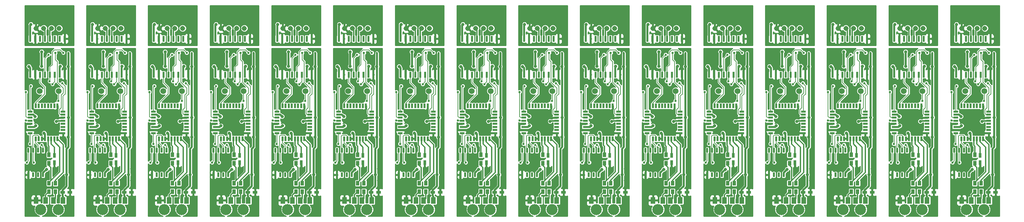
<source format=gbr>
G75*
G70*
%OFA0B0*%
%FSLAX25Y25*%
%IPPOS*%
%LPD*%
%AMOC8*
5,1,8,0,0,1.08239X$1,22.5*
%
%ADD10C,0.01969*%
%ADD12R,0.02362X0.04724*%
%ADD15R,0.03543X0.04724*%
%ADD17C,0.01575*%
%ADD19C,0.03150*%
%ADD22C,0.01000*%
%ADD26R,0.02953X0.04724*%
%ADD30C,0.02362*%
%ADD31C,0.05150*%
%ADD32C,0.01181*%
%ADD33C,0.00787*%
%ADD36C,0.05906*%
%ADD37C,0.00394*%
%ADD38C,0.11220*%
%ADD41R,0.04724X0.02362*%
%ADD43R,0.04724X0.02953*%
%ADD50R,0.02000X0.04500*%
%ADD51R,0.02362X0.05906*%
%ADD52R,0.05118X0.06693*%
%LPD*%X0000000Y0000000D02*
%LPD*%
G01*
D37*
D26*
X0031614Y0063712D03*
X0031614Y0056232D03*
D43*
X0039874Y0025972D03*
X0047354Y0025972D03*
D15*
X0026114Y0064303D03*
X0026114Y0055641D03*
X0026114Y0035303D03*
X0026114Y0026641D03*
X0032614Y0035303D03*
X0032614Y0026641D03*
D50*
X0020114Y0043972D03*
X0015114Y0043972D03*
X0010114Y0043972D03*
X0005114Y0043972D03*
X0005114Y0068972D03*
X0010114Y0068972D03*
X0015114Y0068972D03*
X0020114Y0068972D03*
D12*
X0012590Y0080740D03*
X0015740Y0080740D03*
X0018890Y0080740D03*
X0022039Y0080740D03*
X0025189Y0080740D03*
X0028338Y0080740D03*
X0031488Y0080740D03*
X0034638Y0080740D03*
D41*
X0040346Y0086448D03*
X0040346Y0089598D03*
X0040346Y0092748D03*
X0040346Y0095897D03*
X0040346Y0099047D03*
X0040346Y0102196D03*
X0040346Y0105346D03*
X0040346Y0108496D03*
D12*
X0034638Y0114204D03*
X0031488Y0114204D03*
X0028338Y0114204D03*
X0025189Y0114204D03*
X0022039Y0114204D03*
X0018890Y0114204D03*
X0015740Y0114204D03*
X0012590Y0114204D03*
D41*
X0006882Y0108496D03*
X0006882Y0105346D03*
X0006882Y0102196D03*
X0006882Y0099047D03*
X0006882Y0095897D03*
X0006882Y0092748D03*
X0006882Y0089598D03*
X0006882Y0086448D03*
D51*
X0007114Y0146165D03*
X0012114Y0146165D03*
X0017114Y0146165D03*
X0022114Y0146165D03*
X0027114Y0146165D03*
X0032114Y0146165D03*
X0037114Y0146165D03*
X0042114Y0146165D03*
X0042114Y0182779D03*
X0037114Y0182779D03*
X0032114Y0182779D03*
X0027114Y0182779D03*
X0022114Y0182779D03*
X0017114Y0182779D03*
X0012114Y0182779D03*
X0007114Y0182779D03*
D38*
X0035472Y0008472D03*
X0017756Y0008472D03*
D52*
X0030551Y0017724D03*
X0022677Y0017724D03*
X0040394Y0017724D03*
X0012834Y0017724D03*
D31*
X0036425Y0193472D03*
X0028551Y0193472D03*
X0020677Y0193472D03*
X0012803Y0193472D03*
D36*
X0016614Y0129472D03*
X0035827Y0129472D03*
D19*
X0033614Y0098472D03*
X0018614Y0154732D03*
X0018614Y0169472D03*
X0045614Y0154472D03*
X0037614Y0154732D03*
X0005614Y0154472D03*
X0012114Y0103472D03*
X0045858Y0102472D03*
X0021114Y0086472D03*
X0045614Y0082472D03*
X0023614Y0049472D03*
X0044114Y0043972D03*
X0033614Y0109472D03*
X0041614Y0162212D03*
X0005614Y0159472D03*
X0049614Y0161472D03*
X0049614Y0122472D03*
X0049614Y0091472D03*
X0034614Y0087472D03*
X0012114Y0088972D03*
X0049614Y0109472D03*
X0049614Y0076972D03*
X0047614Y0049972D03*
X0031614Y0050472D03*
X0005614Y0037472D03*
X0047614Y0037972D03*
D30*
X0003614Y0056472D03*
X0010614Y0056472D03*
X0006614Y0075472D03*
X0018614Y0074472D03*
X0032614Y0168472D03*
X0040614Y0168472D03*
X0026614Y0139472D03*
X0039614Y0137472D03*
X0029614Y0136472D03*
X0007614Y0134472D03*
X0025614Y0166472D03*
D19*
X0012614Y0093972D03*
D30*
X0002614Y0128472D03*
X0002614Y0099472D03*
X0035614Y0119472D03*
D19*
X0007614Y0197472D03*
X0014614Y0207472D03*
D17*
X0040346Y0099047D02*
X0034189Y0099047D01*
X0034189Y0099047D02*
X0033614Y0098472D01*
D10*
X0018614Y0169472D02*
X0018614Y0154732D01*
X0045614Y0154472D02*
X0045858Y0154472D01*
X0045858Y0154472D02*
X0045614Y0154472D01*
X0045614Y0154472D02*
X0045858Y0154472D01*
X0045858Y0102472D02*
X0045858Y0154472D01*
X0045858Y0154472D02*
X0045858Y0168228D01*
X0045858Y0168228D02*
X0045614Y0168472D01*
X0037114Y0146165D02*
X0037114Y0154232D01*
X0037114Y0154232D02*
X0037614Y0154732D01*
X0007114Y0152972D02*
X0007114Y0146165D01*
X0005614Y0154472D02*
X0007114Y0152972D01*
X0010240Y0105346D02*
X0006882Y0105346D01*
X0012114Y0103472D02*
X0010240Y0105346D01*
X0018890Y0080740D02*
X0022039Y0080740D01*
X0022039Y0080740D02*
X0022039Y0085547D01*
X0022039Y0085547D02*
X0021114Y0086472D01*
X0019122Y0080972D02*
X0018890Y0080740D01*
X0021807Y0080972D02*
X0022039Y0080740D01*
X0045614Y0082472D02*
X0045858Y0082472D01*
X0045858Y0082472D02*
X0045614Y0082472D01*
X0045614Y0082472D02*
X0045858Y0082472D01*
X0023614Y0049472D02*
X0020114Y0045972D01*
X0020114Y0045972D02*
X0020114Y0043972D01*
X0039874Y0025972D02*
X0039874Y0028232D01*
X0045858Y0072216D02*
X0045858Y0082472D01*
X0045858Y0082472D02*
X0045858Y0096972D01*
X0045858Y0096972D02*
X0045858Y0102472D01*
X0044114Y0070472D02*
X0045858Y0072216D01*
X0044114Y0032472D02*
X0044114Y0043972D01*
X0044114Y0043972D02*
X0044114Y0070472D01*
X0039874Y0028232D02*
X0044114Y0032472D01*
X0039874Y0025972D02*
X0039874Y0022212D01*
X0040394Y0021692D02*
X0040394Y0017724D01*
X0039874Y0022212D02*
X0040394Y0021692D01*
X0040394Y0025992D02*
X0040614Y0026212D01*
D17*
X0040346Y0102196D02*
X0032338Y0102196D01*
X0029614Y0092472D02*
X0034614Y0087472D01*
X0029614Y0099472D02*
X0029614Y0092472D01*
X0032338Y0102196D02*
X0029614Y0099472D01*
X0034638Y0114204D02*
X0034638Y0110496D01*
X0034638Y0110496D02*
X0033614Y0109472D01*
D10*
X0042114Y0146165D02*
X0042114Y0161712D01*
X0042114Y0161712D02*
X0041614Y0162212D01*
X0012114Y0152972D02*
X0012114Y0146165D01*
X0005614Y0159472D02*
X0012114Y0152972D01*
X0049614Y0163472D02*
X0049614Y0161472D01*
X0049614Y0161472D02*
X0049614Y0160472D01*
X0049614Y0150472D02*
X0049614Y0122472D01*
X0049614Y0160472D02*
X0049614Y0150472D01*
X0049614Y0122472D02*
X0049614Y0117472D01*
X0049614Y0117472D02*
X0049614Y0109472D01*
X0034614Y0087472D02*
X0035638Y0086448D01*
X0035638Y0086448D02*
X0040346Y0086448D01*
X0006882Y0095897D02*
X0003539Y0095897D01*
X0003488Y0089598D02*
X0006882Y0089598D01*
X0002614Y0090472D02*
X0003488Y0089598D01*
X0002614Y0094972D02*
X0002614Y0090472D01*
X0003539Y0095897D02*
X0002614Y0094972D01*
X0011488Y0089598D02*
X0006882Y0089598D01*
X0012114Y0088972D02*
X0011488Y0089598D01*
X0031614Y0056232D02*
X0031614Y0050472D01*
X0005114Y0037972D02*
X0005114Y0043972D01*
X0005614Y0037472D02*
X0005114Y0037972D01*
X0049614Y0109472D02*
X0049614Y0091472D01*
X0049614Y0091472D02*
X0049614Y0088972D01*
X0049614Y0088972D02*
X0049614Y0076972D01*
X0049614Y0076972D02*
X0049614Y0068972D01*
X0047614Y0066972D02*
X0047614Y0049972D01*
X0047614Y0049972D02*
X0047614Y0037972D01*
X0047614Y0037972D02*
X0047614Y0026232D01*
X0049614Y0068972D02*
X0047614Y0066972D01*
X0047614Y0026232D02*
X0047354Y0025972D01*
D32*
X0028338Y0080740D02*
X0028338Y0075248D01*
X0031614Y0071972D02*
X0031614Y0063712D01*
X0028338Y0075248D02*
X0031614Y0071972D01*
X0022677Y0017724D02*
X0022677Y0023204D01*
X0022677Y0023204D02*
X0026114Y0026641D01*
D17*
X0022614Y0017787D02*
X0022677Y0017724D01*
D32*
X0032614Y0026641D02*
X0032614Y0019787D01*
X0032614Y0019787D02*
X0030551Y0017724D01*
D17*
X0030614Y0017787D02*
X0030551Y0017724D01*
D32*
X0025189Y0080740D02*
X0025189Y0073897D01*
X0026114Y0072972D02*
X0026114Y0064303D01*
X0025189Y0073897D02*
X0026114Y0072972D01*
X0026114Y0055641D02*
X0026114Y0053472D01*
X0026114Y0053472D02*
X0028114Y0051472D01*
X0028114Y0051472D02*
X0028114Y0037972D01*
X0026114Y0035303D02*
X0026114Y0035972D01*
X0026114Y0035972D02*
X0028114Y0037972D01*
X0028114Y0037972D02*
X0037114Y0046972D01*
X0037114Y0046972D02*
X0037114Y0071972D01*
X0037114Y0071972D02*
X0031488Y0077598D01*
X0031488Y0077598D02*
X0031488Y0080740D01*
D33*
X0005114Y0057972D02*
X0005114Y0068972D01*
X0003614Y0056472D02*
X0005114Y0057972D01*
X0015740Y0080740D02*
X0015740Y0083346D01*
X0009614Y0083472D02*
X0009614Y0069472D01*
X0010614Y0084472D02*
X0009614Y0083472D01*
X0014614Y0084472D02*
X0010614Y0084472D01*
X0015740Y0083346D02*
X0014614Y0084472D01*
X0009614Y0069472D02*
X0010114Y0068972D01*
X0010614Y0056472D02*
X0010114Y0056972D01*
X0010114Y0056972D02*
X0010114Y0068972D01*
D32*
X0032614Y0035303D02*
X0032614Y0038472D01*
X0040614Y0074763D02*
X0034638Y0080740D01*
X0040614Y0046472D02*
X0040614Y0074763D01*
X0032614Y0038472D02*
X0040614Y0046472D01*
D33*
X0012590Y0080740D02*
X0012590Y0076496D01*
X0015114Y0073972D02*
X0015114Y0068972D01*
X0012590Y0076496D02*
X0015114Y0073972D01*
X0020114Y0068972D02*
X0020114Y0072972D01*
X0006882Y0075740D02*
X0006882Y0086448D01*
X0006614Y0075472D02*
X0006882Y0075740D01*
X0020114Y0072972D02*
X0018614Y0074472D01*
X0038614Y0114472D02*
X0038614Y0125472D01*
X0037740Y0105346D02*
X0036614Y0106472D01*
X0036614Y0106472D02*
X0036614Y0110472D01*
X0036614Y0110472D02*
X0038614Y0112472D01*
X0038614Y0112472D02*
X0038614Y0114472D01*
X0040346Y0105346D02*
X0037740Y0105346D01*
X0032614Y0161472D02*
X0032614Y0168472D01*
X0034614Y0159472D02*
X0032614Y0161472D01*
X0034614Y0138472D02*
X0034614Y0159472D01*
X0040614Y0132472D02*
X0034614Y0138472D01*
X0040614Y0127472D02*
X0040614Y0132472D01*
X0038614Y0125472D02*
X0040614Y0127472D01*
X0027114Y0153972D02*
X0027114Y0146165D01*
X0029614Y0156472D02*
X0027114Y0153972D01*
X0029614Y0169472D02*
X0029614Y0156472D01*
X0031614Y0171472D02*
X0029614Y0169472D01*
X0037614Y0171472D02*
X0031614Y0171472D01*
X0040614Y0168472D02*
X0037614Y0171472D01*
X0040346Y0108496D02*
X0040346Y0124204D01*
X0027114Y0139972D02*
X0027114Y0146165D01*
X0026614Y0139472D02*
X0027114Y0139972D01*
X0042614Y0134472D02*
X0039614Y0137472D01*
X0042614Y0126472D02*
X0042614Y0134472D01*
X0040346Y0124204D02*
X0042614Y0126472D01*
X0012590Y0114204D02*
X0012614Y0117472D01*
X0017114Y0137972D02*
X0017114Y0146165D01*
X0021614Y0133472D02*
X0017114Y0137972D01*
X0021614Y0126472D02*
X0021614Y0133472D01*
X0012614Y0117472D02*
X0021614Y0126472D01*
X0006882Y0108496D02*
X0006882Y0133740D01*
X0032114Y0138972D02*
X0032114Y0146165D01*
X0029614Y0136472D02*
X0032114Y0138972D01*
X0006882Y0133740D02*
X0007614Y0134472D01*
X0022114Y0162972D02*
X0022114Y0146165D01*
X0025614Y0166472D02*
X0022114Y0162972D01*
D10*
X0011390Y0092748D02*
X0006882Y0092748D01*
X0012614Y0093972D02*
X0011390Y0092748D01*
D33*
X0006882Y0102196D02*
X0003890Y0102196D01*
X0002614Y0103472D02*
X0002614Y0128472D01*
X0003890Y0102196D02*
X0002614Y0103472D01*
X0006882Y0099047D02*
X0003039Y0099047D01*
X0003039Y0099047D02*
X0002614Y0099472D01*
X0035614Y0119472D02*
X0035827Y0119685D01*
X0035827Y0119685D02*
X0035827Y0129472D01*
D10*
X0007114Y0196972D02*
X0007114Y0182779D01*
X0007614Y0197472D02*
X0007114Y0196972D01*
D32*
X0027114Y0182779D02*
X0027114Y0192035D01*
X0027114Y0192035D02*
X0028551Y0193472D01*
D33*
X0027114Y0192035D02*
X0028551Y0193472D01*
D32*
X0022114Y0182779D02*
X0022114Y0192035D01*
X0022114Y0192035D02*
X0020677Y0193472D01*
D33*
X0022114Y0192035D02*
X0020677Y0193472D01*
D10*
X0012803Y0193472D02*
X0012803Y0205661D01*
X0012803Y0205661D02*
X0014614Y0207472D01*
D22*
G36*
X0034705Y0167072D02*
X0035082Y0167979D01*
X0035083Y0168961D01*
X0034740Y0169791D01*
X0036918Y0169791D01*
X0038146Y0168563D01*
X0038145Y0167983D01*
X0038520Y0167076D01*
X0039214Y0166381D01*
X0040121Y0166004D01*
X0041103Y0166003D01*
X0042010Y0166378D01*
X0042705Y0167072D01*
X0043082Y0167979D01*
X0043083Y0168961D01*
X0042708Y0169868D01*
X0042014Y0170563D01*
X0041107Y0170940D01*
X0040523Y0170941D01*
X0038803Y0172661D01*
X0038803Y0172661D01*
X0038337Y0172972D01*
X0051173Y0172972D01*
X0051173Y0029527D01*
X0051133Y0029568D01*
X0050214Y0029948D01*
X0048479Y0029948D01*
X0047854Y0029323D01*
X0047854Y0026472D01*
X0047933Y0026472D01*
X0047933Y0025472D01*
X0047854Y0025472D01*
X0047854Y0022621D01*
X0048479Y0021996D01*
X0050214Y0021996D01*
X0051133Y0022376D01*
X0051173Y0022417D01*
X0051173Y0001582D01*
X0036860Y0001582D01*
X0039374Y0002621D01*
X0041316Y0004560D01*
X0042369Y0007094D01*
X0042371Y0009838D01*
X0041323Y0012374D01*
X0040634Y0013065D01*
X0042953Y0013065D01*
X0043430Y0013155D01*
X0043868Y0013437D01*
X0044162Y0013867D01*
X0044265Y0014378D01*
X0044265Y0021070D01*
X0044175Y0021548D01*
X0043893Y0021986D01*
X0043463Y0022280D01*
X0042953Y0022383D01*
X0042528Y0022383D01*
X0042492Y0022562D01*
X0042145Y0023081D01*
X0042145Y0023183D01*
X0042236Y0023183D01*
X0042713Y0023273D01*
X0042776Y0023313D01*
X0042873Y0023079D01*
X0043576Y0022376D01*
X0044495Y0021996D01*
X0046229Y0021996D01*
X0046854Y0022621D01*
X0046854Y0025472D01*
X0046775Y0025472D01*
X0046775Y0026472D01*
X0046854Y0026472D01*
X0046854Y0029323D01*
X0046229Y0029948D01*
X0044803Y0029948D01*
X0045720Y0030866D01*
X0046213Y0031603D01*
X0046386Y0032472D01*
X0046386Y0032472D01*
X0046386Y0042195D01*
X0046539Y0042349D01*
X0046976Y0043400D01*
X0046977Y0044539D01*
X0046542Y0045591D01*
X0046386Y0045748D01*
X0046386Y0069531D01*
X0047464Y0070610D01*
X0047464Y0070610D01*
X0047854Y0071193D01*
X0047957Y0071347D01*
X0048130Y0072216D01*
X0048130Y0072216D01*
X0048130Y0081067D01*
X0048476Y0081900D01*
X0048477Y0083039D01*
X0048130Y0083879D01*
X0048130Y0100695D01*
X0048283Y0100849D01*
X0048720Y0101900D01*
X0048721Y0103039D01*
X0048286Y0104091D01*
X0048130Y0104248D01*
X0048130Y0153067D01*
X0048476Y0153900D01*
X0048477Y0155039D01*
X0048130Y0155879D01*
X0048130Y0168228D01*
X0048130Y0168228D01*
X0047957Y0169097D01*
X0047464Y0169834D01*
X0047220Y0170078D01*
X0046483Y0170571D01*
X0045614Y0170744D01*
X0044745Y0170571D01*
X0044008Y0170078D01*
X0043515Y0169341D01*
X0043342Y0168472D01*
X0043515Y0167603D01*
X0043586Y0167496D01*
X0043586Y0156492D01*
X0043189Y0156095D01*
X0042752Y0155044D01*
X0042751Y0153905D01*
X0043186Y0152853D01*
X0043586Y0152452D01*
X0043586Y0151618D01*
X0043239Y0151618D01*
X0042614Y0150993D01*
X0042614Y0146665D01*
X0042693Y0146665D01*
X0042693Y0145665D01*
X0042614Y0145665D01*
X0042614Y0141337D01*
X0043239Y0140712D01*
X0043586Y0140712D01*
X0043586Y0135877D01*
X0042082Y0137381D01*
X0042083Y0137961D01*
X0041708Y0138868D01*
X0041014Y0139563D01*
X0040107Y0139940D01*
X0039125Y0139941D01*
X0038218Y0139566D01*
X0037523Y0138872D01*
X0037249Y0138214D01*
X0036295Y0139168D01*
X0036295Y0141900D01*
X0038295Y0141900D01*
X0038736Y0141983D01*
X0038813Y0141796D01*
X0039517Y0141093D01*
X0040436Y0140712D01*
X0040989Y0140712D01*
X0041614Y0141337D01*
X0041614Y0145665D01*
X0041535Y0145665D01*
X0041535Y0146665D01*
X0041614Y0146665D01*
X0041614Y0150993D01*
X0040989Y0151618D01*
X0040436Y0151618D01*
X0039517Y0151237D01*
X0039386Y0151106D01*
X0039386Y0152456D01*
X0040039Y0153108D01*
X0040476Y0154160D01*
X0040477Y0155299D01*
X0040042Y0156351D01*
X0039237Y0157157D01*
X0038186Y0157594D01*
X0037047Y0157595D01*
X0036295Y0157284D01*
X0036295Y0159472D01*
X0036295Y0159472D01*
X0036167Y0160115D01*
X0035803Y0160661D01*
X0034295Y0162168D01*
X0034295Y0166662D01*
X0034705Y0167072D01*
X0034705Y0167072D01*
G37*
X0034705Y0167072D02*
X0035082Y0167979D01*
X0035083Y0168961D01*
X0034740Y0169791D01*
X0036918Y0169791D01*
X0038146Y0168563D01*
X0038145Y0167983D01*
X0038520Y0167076D01*
X0039214Y0166381D01*
X0040121Y0166004D01*
X0041103Y0166003D01*
X0042010Y0166378D01*
X0042705Y0167072D01*
X0043082Y0167979D01*
X0043083Y0168961D01*
X0042708Y0169868D01*
X0042014Y0170563D01*
X0041107Y0170940D01*
X0040523Y0170941D01*
X0038803Y0172661D01*
X0038803Y0172661D01*
X0038337Y0172972D01*
X0051173Y0172972D01*
X0051173Y0029527D01*
X0051133Y0029568D01*
X0050214Y0029948D01*
X0048479Y0029948D01*
X0047854Y0029323D01*
X0047854Y0026472D01*
X0047933Y0026472D01*
X0047933Y0025472D01*
X0047854Y0025472D01*
X0047854Y0022621D01*
X0048479Y0021996D01*
X0050214Y0021996D01*
X0051133Y0022376D01*
X0051173Y0022417D01*
X0051173Y0001582D01*
X0036860Y0001582D01*
X0039374Y0002621D01*
X0041316Y0004560D01*
X0042369Y0007094D01*
X0042371Y0009838D01*
X0041323Y0012374D01*
X0040634Y0013065D01*
X0042953Y0013065D01*
X0043430Y0013155D01*
X0043868Y0013437D01*
X0044162Y0013867D01*
X0044265Y0014378D01*
X0044265Y0021070D01*
X0044175Y0021548D01*
X0043893Y0021986D01*
X0043463Y0022280D01*
X0042953Y0022383D01*
X0042528Y0022383D01*
X0042492Y0022562D01*
X0042145Y0023081D01*
X0042145Y0023183D01*
X0042236Y0023183D01*
X0042713Y0023273D01*
X0042776Y0023313D01*
X0042873Y0023079D01*
X0043576Y0022376D01*
X0044495Y0021996D01*
X0046229Y0021996D01*
X0046854Y0022621D01*
X0046854Y0025472D01*
X0046775Y0025472D01*
X0046775Y0026472D01*
X0046854Y0026472D01*
X0046854Y0029323D01*
X0046229Y0029948D01*
X0044803Y0029948D01*
X0045720Y0030866D01*
X0046213Y0031603D01*
X0046386Y0032472D01*
X0046386Y0032472D01*
X0046386Y0042195D01*
X0046539Y0042349D01*
X0046976Y0043400D01*
X0046977Y0044539D01*
X0046542Y0045591D01*
X0046386Y0045748D01*
X0046386Y0069531D01*
X0047464Y0070610D01*
X0047464Y0070610D01*
X0047854Y0071193D01*
X0047957Y0071347D01*
X0048130Y0072216D01*
X0048130Y0072216D01*
X0048130Y0081067D01*
X0048476Y0081900D01*
X0048477Y0083039D01*
X0048130Y0083879D01*
X0048130Y0100695D01*
X0048283Y0100849D01*
X0048720Y0101900D01*
X0048721Y0103039D01*
X0048286Y0104091D01*
X0048130Y0104248D01*
X0048130Y0153067D01*
X0048476Y0153900D01*
X0048477Y0155039D01*
X0048130Y0155879D01*
X0048130Y0168228D01*
X0048130Y0168228D01*
X0047957Y0169097D01*
X0047464Y0169834D01*
X0047220Y0170078D01*
X0046483Y0170571D01*
X0045614Y0170744D01*
X0044745Y0170571D01*
X0044008Y0170078D01*
X0043515Y0169341D01*
X0043342Y0168472D01*
X0043515Y0167603D01*
X0043586Y0167496D01*
X0043586Y0156492D01*
X0043189Y0156095D01*
X0042752Y0155044D01*
X0042751Y0153905D01*
X0043186Y0152853D01*
X0043586Y0152452D01*
X0043586Y0151618D01*
X0043239Y0151618D01*
X0042614Y0150993D01*
X0042614Y0146665D01*
X0042693Y0146665D01*
X0042693Y0145665D01*
X0042614Y0145665D01*
X0042614Y0141337D01*
X0043239Y0140712D01*
X0043586Y0140712D01*
X0043586Y0135877D01*
X0042082Y0137381D01*
X0042083Y0137961D01*
X0041708Y0138868D01*
X0041014Y0139563D01*
X0040107Y0139940D01*
X0039125Y0139941D01*
X0038218Y0139566D01*
X0037523Y0138872D01*
X0037249Y0138214D01*
X0036295Y0139168D01*
X0036295Y0141900D01*
X0038295Y0141900D01*
X0038736Y0141983D01*
X0038813Y0141796D01*
X0039517Y0141093D01*
X0040436Y0140712D01*
X0040989Y0140712D01*
X0041614Y0141337D01*
X0041614Y0145665D01*
X0041535Y0145665D01*
X0041535Y0146665D01*
X0041614Y0146665D01*
X0041614Y0150993D01*
X0040989Y0151618D01*
X0040436Y0151618D01*
X0039517Y0151237D01*
X0039386Y0151106D01*
X0039386Y0152456D01*
X0040039Y0153108D01*
X0040476Y0154160D01*
X0040477Y0155299D01*
X0040042Y0156351D01*
X0039237Y0157157D01*
X0038186Y0157594D01*
X0037047Y0157595D01*
X0036295Y0157284D01*
X0036295Y0159472D01*
X0036295Y0159472D01*
X0036167Y0160115D01*
X0035803Y0160661D01*
X0034295Y0162168D01*
X0034295Y0166662D01*
X0034705Y0167072D01*
G36*
X0002214Y0054381D02*
X0003121Y0054004D01*
X0004103Y0054003D01*
X0005010Y0054378D01*
X0005705Y0055072D01*
X0006082Y0055979D01*
X0006083Y0056563D01*
X0006303Y0056783D01*
X0006303Y0056783D01*
X0006625Y0057265D01*
X0006667Y0057329D01*
X0006795Y0057972D01*
X0006795Y0065630D01*
X0007029Y0065781D01*
X0007323Y0066211D01*
X0007427Y0066722D01*
X0007427Y0071222D01*
X0007337Y0071699D01*
X0007055Y0072137D01*
X0006625Y0072431D01*
X0006114Y0072535D01*
X0004114Y0072535D01*
X0003637Y0072445D01*
X0003199Y0072163D01*
X0002905Y0071733D01*
X0002801Y0071222D01*
X0002801Y0066722D01*
X0002891Y0066245D01*
X0003173Y0065807D01*
X0003433Y0065629D01*
X0003433Y0058941D01*
X0003125Y0058941D01*
X0002218Y0058566D01*
X0001583Y0057932D01*
X0001583Y0097227D01*
X0002020Y0097046D01*
X0002020Y0097022D01*
X0002645Y0096397D01*
X0006382Y0096397D01*
X0006382Y0096476D01*
X0007382Y0096476D01*
X0007382Y0096397D01*
X0007460Y0096397D01*
X0007460Y0095397D01*
X0007382Y0095397D01*
X0007382Y0095318D01*
X0006382Y0095318D01*
X0006382Y0095397D01*
X0002645Y0095397D01*
X0002020Y0094772D01*
X0002020Y0094219D01*
X0002400Y0093300D01*
X0002953Y0092748D01*
X0002400Y0092195D01*
X0002020Y0091276D01*
X0002020Y0090723D01*
X0002645Y0090098D01*
X0006382Y0090098D01*
X0006382Y0090177D01*
X0007382Y0090177D01*
X0007382Y0090098D01*
X0011119Y0090098D01*
X0011524Y0090503D01*
X0012259Y0090649D01*
X0012948Y0091109D01*
X0013181Y0091109D01*
X0014233Y0091544D01*
X0015039Y0092349D01*
X0015476Y0093400D01*
X0015477Y0094539D01*
X0015042Y0095591D01*
X0014237Y0096397D01*
X0013186Y0096834D01*
X0012047Y0096835D01*
X0011211Y0096489D01*
X0011744Y0097022D01*
X0011744Y0097576D01*
X0011363Y0098494D01*
X0010660Y0099198D01*
X0010557Y0099241D01*
X0010557Y0100228D01*
X0010480Y0100636D01*
X0010557Y0101015D01*
X0010557Y0101020D01*
X0011542Y0100610D01*
X0012681Y0100609D01*
X0013733Y0101044D01*
X0014539Y0101849D01*
X0014976Y0102900D01*
X0014977Y0104039D01*
X0014542Y0105091D01*
X0013737Y0105897D01*
X0012686Y0106334D01*
X0012465Y0106334D01*
X0011846Y0106952D01*
X0011846Y0106952D01*
X0011109Y0107445D01*
X0010991Y0107468D01*
X0010557Y0107555D01*
X0010557Y0109677D01*
X0010467Y0110154D01*
X0010185Y0110592D01*
X0009755Y0110886D01*
X0009244Y0110989D01*
X0008563Y0110989D01*
X0008563Y0132193D01*
X0009010Y0132378D01*
X0009705Y0133072D01*
X0010082Y0133979D01*
X0010083Y0134961D01*
X0009708Y0135868D01*
X0009014Y0136563D01*
X0008107Y0136940D01*
X0007125Y0136941D01*
X0006218Y0136566D01*
X0005523Y0135872D01*
X0005146Y0134965D01*
X0005145Y0133983D01*
X0005215Y0133813D01*
X0005201Y0133740D01*
X0005201Y0133740D01*
X0005201Y0110989D01*
X0004520Y0110989D01*
X0004295Y0110947D01*
X0004295Y0126662D01*
X0004705Y0127072D01*
X0005082Y0127979D01*
X0005083Y0128961D01*
X0004708Y0129868D01*
X0004014Y0130563D01*
X0003107Y0130940D01*
X0002125Y0130941D01*
X0001583Y0130717D01*
X0001583Y0172972D01*
X0030891Y0172972D01*
X0030425Y0172661D01*
X0030425Y0172661D01*
X0028425Y0170661D01*
X0028061Y0170115D01*
X0027933Y0169472D01*
X0027933Y0169472D01*
X0027933Y0167324D01*
X0027708Y0167868D01*
X0027014Y0168563D01*
X0026107Y0168940D01*
X0025125Y0168941D01*
X0024218Y0168566D01*
X0023523Y0167872D01*
X0023146Y0166965D01*
X0023145Y0166381D01*
X0020925Y0164161D01*
X0020886Y0164101D01*
X0020886Y0167695D01*
X0021039Y0167849D01*
X0021476Y0168900D01*
X0021477Y0170039D01*
X0021042Y0171091D01*
X0020237Y0171897D01*
X0019186Y0172334D01*
X0018047Y0172335D01*
X0016995Y0171900D01*
X0016189Y0171095D01*
X0015752Y0170044D01*
X0015751Y0168905D01*
X0016186Y0167853D01*
X0016342Y0167696D01*
X0016342Y0156508D01*
X0016189Y0156355D01*
X0015752Y0155304D01*
X0015751Y0154165D01*
X0016186Y0153113D01*
X0016991Y0152307D01*
X0018042Y0151870D01*
X0019181Y0151869D01*
X0020233Y0152304D01*
X0020433Y0152503D01*
X0020433Y0150326D01*
X0020018Y0150059D01*
X0019724Y0149628D01*
X0019620Y0149118D01*
X0019620Y0143212D01*
X0019710Y0142735D01*
X0019992Y0142297D01*
X0020422Y0142003D01*
X0020933Y0141900D01*
X0023295Y0141900D01*
X0023772Y0141989D01*
X0024210Y0142271D01*
X0024504Y0142701D01*
X0024608Y0143212D01*
X0024608Y0149118D01*
X0024518Y0149595D01*
X0024236Y0150033D01*
X0023806Y0150327D01*
X0023795Y0150329D01*
X0023795Y0162276D01*
X0025523Y0164004D01*
X0026103Y0164003D01*
X0027010Y0164378D01*
X0027705Y0165072D01*
X0027933Y0165620D01*
X0027933Y0157168D01*
X0025925Y0155161D01*
X0025561Y0154615D01*
X0025433Y0153972D01*
X0025433Y0153972D01*
X0025433Y0150326D01*
X0025018Y0150059D01*
X0024724Y0149628D01*
X0024620Y0149118D01*
X0024620Y0143212D01*
X0024710Y0142735D01*
X0024992Y0142297D01*
X0025422Y0142003D01*
X0025433Y0142001D01*
X0025433Y0141655D01*
X0025218Y0141566D01*
X0024523Y0140872D01*
X0024146Y0139965D01*
X0024145Y0138983D01*
X0024520Y0138076D01*
X0025214Y0137381D01*
X0026121Y0137004D01*
X0027103Y0137003D01*
X0027174Y0137032D01*
X0027146Y0136965D01*
X0027145Y0135983D01*
X0027520Y0135076D01*
X0028214Y0134381D01*
X0029121Y0134004D01*
X0030103Y0134003D01*
X0031010Y0134378D01*
X0031705Y0135072D01*
X0032082Y0135979D01*
X0032083Y0136563D01*
X0033176Y0137656D01*
X0033425Y0137283D01*
X0033425Y0137283D01*
X0037227Y0133482D01*
X0036674Y0133711D01*
X0034987Y0133713D01*
X0033428Y0133069D01*
X0032234Y0131877D01*
X0031587Y0130319D01*
X0031586Y0128632D01*
X0032230Y0127073D01*
X0033422Y0125879D01*
X0034145Y0125579D01*
X0034145Y0121494D01*
X0033523Y0120872D01*
X0033146Y0119965D01*
X0033145Y0119066D01*
X0032959Y0119066D01*
X0032040Y0118686D01*
X0031337Y0117983D01*
X0031294Y0117879D01*
X0030307Y0117879D01*
X0029899Y0117802D01*
X0029520Y0117879D01*
X0027157Y0117879D01*
X0026749Y0117802D01*
X0026370Y0117879D01*
X0024008Y0117879D01*
X0023600Y0117802D01*
X0023220Y0117879D01*
X0020858Y0117879D01*
X0020450Y0117802D01*
X0020071Y0117879D01*
X0017708Y0117879D01*
X0017300Y0117802D01*
X0016921Y0117879D01*
X0015399Y0117879D01*
X0022803Y0125283D01*
X0022803Y0125283D01*
X0023167Y0125829D01*
X0023295Y0126472D01*
X0023295Y0133472D01*
X0023295Y0133472D01*
X0023167Y0134115D01*
X0022803Y0134661D01*
X0018795Y0138668D01*
X0018795Y0142004D01*
X0019210Y0142271D01*
X0019504Y0142701D01*
X0019608Y0143212D01*
X0019608Y0149118D01*
X0019518Y0149595D01*
X0019236Y0150033D01*
X0018806Y0150327D01*
X0018295Y0150430D01*
X0015933Y0150430D01*
X0015492Y0150347D01*
X0015415Y0150534D01*
X0014711Y0151237D01*
X0013792Y0151618D01*
X0013239Y0151618D01*
X0012614Y0150993D01*
X0012614Y0146665D01*
X0012693Y0146665D01*
X0012693Y0145665D01*
X0012614Y0145665D01*
X0012614Y0141337D01*
X0013239Y0140712D01*
X0013792Y0140712D01*
X0014711Y0141093D01*
X0015415Y0141796D01*
X0015433Y0141840D01*
X0015433Y0137972D01*
X0015561Y0137329D01*
X0015925Y0136783D01*
X0019933Y0132776D01*
X0019933Y0132149D01*
X0019019Y0133065D01*
X0017461Y0133711D01*
X0015774Y0133713D01*
X0014215Y0133069D01*
X0013021Y0131877D01*
X0012375Y0130319D01*
X0012373Y0128632D01*
X0013017Y0127073D01*
X0014209Y0125879D01*
X0015767Y0125233D01*
X0017454Y0125231D01*
X0018377Y0125613D01*
X0011425Y0118661D01*
X0011246Y0118393D01*
X0011066Y0118127D01*
X0011064Y0118120D01*
X0011061Y0118115D01*
X0010998Y0117802D01*
X0010932Y0117789D01*
X0010494Y0117507D01*
X0010436Y0117422D01*
X0010436Y0140712D01*
X0010989Y0140712D01*
X0011614Y0141337D01*
X0011614Y0145665D01*
X0011535Y0145665D01*
X0011535Y0146665D01*
X0011614Y0146665D01*
X0011614Y0150993D01*
X0010989Y0151618D01*
X0010436Y0151618D01*
X0009517Y0151237D01*
X0009386Y0151106D01*
X0009386Y0152972D01*
X0009386Y0152972D01*
X0009213Y0153841D01*
X0008720Y0154578D01*
X0008477Y0154822D01*
X0008477Y0155039D01*
X0008042Y0156091D01*
X0007237Y0156897D01*
X0006186Y0157334D01*
X0005047Y0157335D01*
X0003995Y0156900D01*
X0003189Y0156095D01*
X0002752Y0155044D01*
X0002751Y0153905D01*
X0003186Y0152853D01*
X0003991Y0152047D01*
X0004842Y0151693D01*
X0004842Y0149802D01*
X0004724Y0149628D01*
X0004620Y0149118D01*
X0004620Y0143212D01*
X0004710Y0142735D01*
X0004992Y0142297D01*
X0005422Y0142003D01*
X0005933Y0141900D01*
X0008295Y0141900D01*
X0008736Y0141983D01*
X0008813Y0141796D01*
X0009517Y0141093D01*
X0010436Y0140712D01*
X0010436Y0117422D01*
X0010200Y0117077D01*
X0010097Y0116566D01*
X0010097Y0111842D01*
X0010186Y0111365D01*
X0010468Y0110927D01*
X0010899Y0110633D01*
X0011409Y0110529D01*
X0013771Y0110529D01*
X0014180Y0110606D01*
X0014559Y0110529D01*
X0016921Y0110529D01*
X0017329Y0110606D01*
X0017708Y0110529D01*
X0020071Y0110529D01*
X0020479Y0110606D01*
X0020858Y0110529D01*
X0023220Y0110529D01*
X0023628Y0110606D01*
X0024008Y0110529D01*
X0026370Y0110529D01*
X0026778Y0110606D01*
X0027157Y0110529D01*
X0029520Y0110529D01*
X0029928Y0110606D01*
X0030307Y0110529D01*
X0031294Y0110529D01*
X0031337Y0110426D01*
X0032040Y0109723D01*
X0032959Y0109342D01*
X0033513Y0109342D01*
X0034138Y0109967D01*
X0034138Y0113704D01*
X0034059Y0113704D01*
X0034059Y0114704D01*
X0034138Y0114704D01*
X0034138Y0114783D01*
X0035138Y0114783D01*
X0035138Y0114704D01*
X0035216Y0114704D01*
X0035216Y0113704D01*
X0035138Y0113704D01*
X0035138Y0111230D01*
X0035061Y0111115D01*
X0034933Y0110472D01*
X0034933Y0110472D01*
X0034933Y0106472D01*
X0034933Y0106472D01*
X0035061Y0105829D01*
X0035425Y0105283D01*
X0035890Y0104819D01*
X0035865Y0104794D01*
X0035484Y0103875D01*
X0035484Y0103321D01*
X0036109Y0102696D01*
X0039846Y0102696D01*
X0039846Y0102775D01*
X0040846Y0102775D01*
X0040846Y0102696D01*
X0040925Y0102696D01*
X0040925Y0101696D01*
X0040846Y0101696D01*
X0040846Y0101618D01*
X0039846Y0101618D01*
X0039846Y0101696D01*
X0036109Y0101696D01*
X0035534Y0101122D01*
X0034697Y0101122D01*
X0034186Y0101334D01*
X0033047Y0101335D01*
X0031995Y0100900D01*
X0031189Y0100095D01*
X0030752Y0099044D01*
X0030751Y0097905D01*
X0031186Y0096853D01*
X0031991Y0096047D01*
X0033042Y0095610D01*
X0034181Y0095609D01*
X0035233Y0096044D01*
X0036039Y0096849D01*
X0036090Y0096972D01*
X0036671Y0096972D01*
X0036671Y0094716D01*
X0036748Y0094308D01*
X0036671Y0093929D01*
X0036671Y0091566D01*
X0036748Y0091158D01*
X0036671Y0090779D01*
X0036671Y0089792D01*
X0036568Y0089749D01*
X0035865Y0089046D01*
X0035484Y0088127D01*
X0035484Y0087573D01*
X0036109Y0086948D01*
X0039846Y0086948D01*
X0039846Y0087027D01*
X0040846Y0087027D01*
X0040846Y0086948D01*
X0040925Y0086948D01*
X0040925Y0085948D01*
X0040846Y0085948D01*
X0040846Y0083392D01*
X0041471Y0082767D01*
X0042752Y0082767D01*
X0042751Y0081905D01*
X0043186Y0080853D01*
X0043586Y0080452D01*
X0043586Y0073157D01*
X0042508Y0072078D01*
X0042492Y0072055D01*
X0042492Y0074763D01*
X0042349Y0075482D01*
X0041942Y0076091D01*
X0037131Y0080902D01*
X0037131Y0082915D01*
X0037487Y0082767D01*
X0039221Y0082767D01*
X0039846Y0083392D01*
X0039846Y0085948D01*
X0036109Y0085948D01*
X0035484Y0085323D01*
X0035484Y0084770D01*
X0035631Y0084415D01*
X0033457Y0084415D01*
X0033048Y0084338D01*
X0032669Y0084415D01*
X0030307Y0084415D01*
X0029899Y0084338D01*
X0029520Y0084415D01*
X0027157Y0084415D01*
X0026749Y0084338D01*
X0026370Y0084415D01*
X0024311Y0084415D01*
X0024311Y0085547D01*
X0024311Y0085547D01*
X0024138Y0086416D01*
X0023976Y0086658D01*
X0023977Y0087039D01*
X0023542Y0088091D01*
X0022737Y0088897D01*
X0021686Y0089334D01*
X0020547Y0089335D01*
X0019495Y0088900D01*
X0018689Y0088095D01*
X0018252Y0087044D01*
X0018251Y0085905D01*
X0018686Y0084853D01*
X0019124Y0084415D01*
X0017708Y0084415D01*
X0017300Y0084338D01*
X0017023Y0084394D01*
X0016929Y0084535D01*
X0015803Y0085661D01*
X0015257Y0086025D01*
X0014614Y0086153D01*
X0014614Y0086153D01*
X0010614Y0086153D01*
X0010557Y0086142D01*
X0010557Y0086255D01*
X0010660Y0086297D01*
X0011363Y0087001D01*
X0011744Y0087920D01*
X0011744Y0088473D01*
X0011119Y0089098D01*
X0007382Y0089098D01*
X0007382Y0089019D01*
X0006382Y0089019D01*
X0006382Y0089098D01*
X0002645Y0089098D01*
X0002020Y0088473D01*
X0002020Y0087920D01*
X0002400Y0087001D01*
X0003103Y0086297D01*
X0003207Y0086255D01*
X0003207Y0085267D01*
X0003297Y0084790D01*
X0003579Y0084352D01*
X0004009Y0084058D01*
X0004520Y0083955D01*
X0005201Y0083955D01*
X0005201Y0077549D01*
X0004523Y0076872D01*
X0004146Y0075965D01*
X0004145Y0074983D01*
X0004520Y0074076D01*
X0005214Y0073381D01*
X0006121Y0073004D01*
X0007103Y0073003D01*
X0007933Y0073346D01*
X0007933Y0071774D01*
X0007905Y0071733D01*
X0007801Y0071222D01*
X0007801Y0066722D01*
X0007891Y0066245D01*
X0008173Y0065807D01*
X0008433Y0065629D01*
X0008433Y0057656D01*
X0008146Y0056965D01*
X0008145Y0055983D01*
X0008520Y0055076D01*
X0009214Y0054381D01*
X0010121Y0054004D01*
X0011103Y0054003D01*
X0012010Y0054378D01*
X0012705Y0055072D01*
X0013082Y0055979D01*
X0013083Y0056961D01*
X0012708Y0057868D01*
X0012014Y0058563D01*
X0011795Y0058654D01*
X0011795Y0065630D01*
X0012029Y0065781D01*
X0012323Y0066211D01*
X0012427Y0066722D01*
X0012427Y0071222D01*
X0012337Y0071699D01*
X0012055Y0072137D01*
X0011625Y0072431D01*
X0011295Y0072498D01*
X0011295Y0075466D01*
X0011402Y0075307D01*
X0013433Y0073276D01*
X0013433Y0072314D01*
X0013199Y0072163D01*
X0012905Y0071733D01*
X0012801Y0071222D01*
X0012801Y0066722D01*
X0012891Y0066245D01*
X0013173Y0065807D01*
X0013603Y0065513D01*
X0014114Y0065409D01*
X0016114Y0065409D01*
X0016591Y0065499D01*
X0017029Y0065781D01*
X0017323Y0066211D01*
X0017427Y0066722D01*
X0017427Y0071222D01*
X0017337Y0071699D01*
X0017055Y0072137D01*
X0016795Y0072315D01*
X0016795Y0072800D01*
X0017214Y0072381D01*
X0018097Y0072014D01*
X0017905Y0071733D01*
X0017801Y0071222D01*
X0017801Y0066722D01*
X0017891Y0066245D01*
X0018173Y0065807D01*
X0018603Y0065513D01*
X0019114Y0065409D01*
X0021114Y0065409D01*
X0021591Y0065499D01*
X0022029Y0065781D01*
X0022323Y0066211D01*
X0022427Y0066722D01*
X0022427Y0071222D01*
X0022337Y0071699D01*
X0022055Y0072137D01*
X0021795Y0072315D01*
X0021795Y0072972D01*
X0021795Y0072972D01*
X0021667Y0073615D01*
X0021303Y0074161D01*
X0021082Y0074381D01*
X0021083Y0074961D01*
X0020708Y0075868D01*
X0020014Y0076563D01*
X0019107Y0076940D01*
X0018125Y0076941D01*
X0017218Y0076566D01*
X0016523Y0075872D01*
X0016249Y0075214D01*
X0014358Y0077106D01*
X0014559Y0077065D01*
X0016921Y0077065D01*
X0017329Y0077142D01*
X0017708Y0077065D01*
X0020071Y0077065D01*
X0020479Y0077142D01*
X0020858Y0077065D01*
X0023220Y0077065D01*
X0023311Y0077082D01*
X0023311Y0073897D01*
X0023454Y0073179D01*
X0023861Y0072569D01*
X0024236Y0072194D01*
X0024236Y0067958D01*
X0023865Y0067888D01*
X0023427Y0067606D01*
X0023133Y0067176D01*
X0023030Y0066665D01*
X0023030Y0061941D01*
X0023120Y0061463D01*
X0023401Y0061025D01*
X0023832Y0060731D01*
X0024342Y0060628D01*
X0027886Y0060628D01*
X0028363Y0060718D01*
X0028801Y0061000D01*
X0028871Y0061103D01*
X0028915Y0060873D01*
X0028955Y0060810D01*
X0028721Y0060713D01*
X0028018Y0060010D01*
X0027731Y0059316D01*
X0024342Y0059316D01*
X0023865Y0059226D01*
X0023427Y0058944D01*
X0023133Y0058514D01*
X0023030Y0058003D01*
X0023030Y0053279D01*
X0023120Y0052802D01*
X0023401Y0052364D01*
X0023445Y0052334D01*
X0023047Y0052335D01*
X0021995Y0051900D01*
X0021189Y0051095D01*
X0020752Y0050044D01*
X0020752Y0049823D01*
X0018508Y0047578D01*
X0018254Y0047198D01*
X0018199Y0047163D01*
X0017905Y0046733D01*
X0017801Y0046222D01*
X0017801Y0041722D01*
X0017891Y0041245D01*
X0018173Y0040807D01*
X0018603Y0040513D01*
X0019114Y0040409D01*
X0021114Y0040409D01*
X0021591Y0040499D01*
X0022029Y0040781D01*
X0022323Y0041211D01*
X0022427Y0041722D01*
X0022427Y0045072D01*
X0023964Y0046609D01*
X0024181Y0046609D01*
X0025233Y0047044D01*
X0026039Y0047849D01*
X0026236Y0048323D01*
X0026236Y0038978D01*
X0024342Y0038978D01*
X0023865Y0038888D01*
X0023427Y0038606D01*
X0023133Y0038176D01*
X0023030Y0037665D01*
X0023030Y0032941D01*
X0023120Y0032463D01*
X0023401Y0032025D01*
X0023832Y0031731D01*
X0024342Y0031628D01*
X0027886Y0031628D01*
X0028363Y0031718D01*
X0028801Y0032000D01*
X0029095Y0032430D01*
X0029198Y0032941D01*
X0029198Y0036400D01*
X0029530Y0036732D01*
X0029530Y0032941D01*
X0029619Y0032463D01*
X0029901Y0032025D01*
X0030332Y0031731D01*
X0030842Y0031628D01*
X0034386Y0031628D01*
X0034863Y0031718D01*
X0035301Y0032000D01*
X0035595Y0032430D01*
X0035698Y0032941D01*
X0035698Y0037665D01*
X0035608Y0038142D01*
X0035347Y0038549D01*
X0041252Y0044454D01*
X0041251Y0043405D01*
X0041686Y0042353D01*
X0041842Y0042196D01*
X0041842Y0033413D01*
X0038268Y0029838D01*
X0037775Y0029101D01*
X0037707Y0028761D01*
X0037512Y0028761D01*
X0037035Y0028671D01*
X0036596Y0028389D01*
X0036302Y0027959D01*
X0036199Y0027448D01*
X0036199Y0024496D01*
X0036289Y0024019D01*
X0036571Y0023580D01*
X0037001Y0023286D01*
X0037512Y0023183D01*
X0037602Y0023183D01*
X0037602Y0022339D01*
X0037357Y0022293D01*
X0036919Y0022011D01*
X0036625Y0021581D01*
X0036522Y0021070D01*
X0036522Y0015369D01*
X0034423Y0015371D01*
X0034423Y0019439D01*
X0034492Y0019787D01*
X0034492Y0022986D01*
X0034863Y0023056D01*
X0035301Y0023338D01*
X0035595Y0023768D01*
X0035698Y0024279D01*
X0035698Y0029003D01*
X0035608Y0029481D01*
X0035327Y0029919D01*
X0034896Y0030213D01*
X0034386Y0030316D01*
X0030842Y0030316D01*
X0030365Y0030226D01*
X0029927Y0029944D01*
X0029633Y0029514D01*
X0029530Y0029003D01*
X0029530Y0024279D01*
X0029619Y0023802D01*
X0029901Y0023364D01*
X0030332Y0023070D01*
X0030736Y0022988D01*
X0030736Y0022383D01*
X0027992Y0022383D01*
X0027515Y0022293D01*
X0027077Y0022011D01*
X0026783Y0021581D01*
X0026679Y0021070D01*
X0026679Y0014378D01*
X0026769Y0013900D01*
X0027051Y0013462D01*
X0027481Y0013168D01*
X0027992Y0013065D01*
X0030310Y0013065D01*
X0029628Y0012384D01*
X0028576Y0009850D01*
X0028573Y0007106D01*
X0029621Y0004570D01*
X0031560Y0002628D01*
X0034078Y0001582D01*
X0019144Y0001582D01*
X0021658Y0002621D01*
X0023600Y0004560D01*
X0024652Y0007094D01*
X0024655Y0009838D01*
X0023607Y0012374D01*
X0022917Y0013065D01*
X0025236Y0013065D01*
X0025713Y0013155D01*
X0026151Y0013437D01*
X0026445Y0013867D01*
X0026549Y0014378D01*
X0026549Y0021070D01*
X0026459Y0021548D01*
X0026177Y0021986D01*
X0025747Y0022280D01*
X0025236Y0022383D01*
X0024555Y0022383D01*
X0024555Y0022426D01*
X0025095Y0022966D01*
X0027886Y0022966D01*
X0028363Y0023056D01*
X0028801Y0023338D01*
X0029095Y0023768D01*
X0029198Y0024279D01*
X0029198Y0029003D01*
X0029108Y0029481D01*
X0028827Y0029919D01*
X0028396Y0030213D01*
X0027886Y0030316D01*
X0024342Y0030316D01*
X0023865Y0030226D01*
X0023427Y0029944D01*
X0023133Y0029514D01*
X0023030Y0029003D01*
X0023030Y0026213D01*
X0021349Y0024532D01*
X0020942Y0023923D01*
X0020799Y0023204D01*
X0020799Y0022383D01*
X0020118Y0022383D01*
X0019641Y0022293D01*
X0019203Y0022011D01*
X0018909Y0021581D01*
X0018805Y0021070D01*
X0018805Y0015369D01*
X0017894Y0015370D01*
X0017894Y0016599D01*
X0017269Y0017224D01*
X0013334Y0017224D01*
X0013334Y0018224D01*
X0017269Y0018224D01*
X0017894Y0018849D01*
X0017894Y0021568D01*
X0017513Y0022487D01*
X0016810Y0023190D01*
X0015891Y0023570D01*
X0014114Y0023570D01*
X0014114Y0040409D01*
X0016114Y0040409D01*
X0016591Y0040499D01*
X0017029Y0040781D01*
X0017323Y0041211D01*
X0017427Y0041722D01*
X0017427Y0046222D01*
X0017337Y0046699D01*
X0017055Y0047137D01*
X0016625Y0047431D01*
X0016114Y0047535D01*
X0014114Y0047535D01*
X0013637Y0047445D01*
X0013199Y0047163D01*
X0012905Y0046733D01*
X0012801Y0046222D01*
X0012801Y0041722D01*
X0012891Y0041245D01*
X0013173Y0040807D01*
X0013603Y0040513D01*
X0014114Y0040409D01*
X0014114Y0023570D01*
X0013959Y0023570D01*
X0013334Y0022945D01*
X0013334Y0018224D01*
X0013334Y0017224D01*
X0013334Y0017145D01*
X0012334Y0017145D01*
X0012334Y0017224D01*
X0008400Y0017224D01*
X0008400Y0018224D01*
X0012334Y0018224D01*
X0012334Y0022945D01*
X0011709Y0023570D01*
X0009778Y0023570D01*
X0008859Y0023190D01*
X0008156Y0022487D01*
X0007775Y0021568D01*
X0007775Y0018849D01*
X0008400Y0018224D01*
X0008400Y0017224D01*
X0007775Y0016599D01*
X0007775Y0013880D01*
X0008156Y0012961D01*
X0008859Y0012258D01*
X0009778Y0011878D01*
X0011701Y0011878D01*
X0010859Y0009850D01*
X0010857Y0007106D01*
X0011905Y0004570D01*
X0013843Y0002628D01*
X0016362Y0001582D01*
X0006239Y0001582D01*
X0006239Y0039222D01*
X0006611Y0039222D01*
X0007530Y0039603D01*
X0008233Y0040306D01*
X0008382Y0040664D01*
X0008603Y0040513D01*
X0009114Y0040409D01*
X0011114Y0040409D01*
X0011591Y0040499D01*
X0012029Y0040781D01*
X0012323Y0041211D01*
X0012427Y0041722D01*
X0012427Y0046222D01*
X0012337Y0046699D01*
X0012055Y0047137D01*
X0011625Y0047431D01*
X0011114Y0047535D01*
X0009114Y0047535D01*
X0008637Y0047445D01*
X0008382Y0047281D01*
X0008233Y0047638D01*
X0007530Y0048341D01*
X0006611Y0048722D01*
X0006239Y0048722D01*
X0005614Y0048097D01*
X0005614Y0044472D01*
X0005693Y0044472D01*
X0005693Y0043472D01*
X0005614Y0043472D01*
X0005614Y0039847D01*
X0006239Y0039222D01*
X0006239Y0001582D01*
X0003617Y0001582D01*
X0003617Y0039222D01*
X0003989Y0039222D01*
X0004614Y0039847D01*
X0004614Y0043472D01*
X0002239Y0043472D01*
X0002239Y0044472D01*
X0004614Y0044472D01*
X0004614Y0048097D01*
X0003989Y0048722D01*
X0003617Y0048722D01*
X0002698Y0048341D01*
X0001995Y0047638D01*
X0001614Y0046719D01*
X0001614Y0045097D01*
X0002239Y0044472D01*
X0002239Y0043472D01*
X0001614Y0042847D01*
X0001614Y0041225D01*
X0001995Y0040306D01*
X0002698Y0039603D01*
X0003617Y0039222D01*
X0003617Y0001582D01*
X0001583Y0001582D01*
X0001583Y0055013D01*
X0002214Y0054381D01*
X0002214Y0054381D01*
G37*
X0002214Y0054381D02*
X0003121Y0054004D01*
X0004103Y0054003D01*
X0005010Y0054378D01*
X0005705Y0055072D01*
X0006082Y0055979D01*
X0006083Y0056563D01*
X0006303Y0056783D01*
X0006303Y0056783D01*
X0006625Y0057265D01*
X0006667Y0057329D01*
X0006795Y0057972D01*
X0006795Y0065630D01*
X0007029Y0065781D01*
X0007323Y0066211D01*
X0007427Y0066722D01*
X0007427Y0071222D01*
X0007337Y0071699D01*
X0007055Y0072137D01*
X0006625Y0072431D01*
X0006114Y0072535D01*
X0004114Y0072535D01*
X0003637Y0072445D01*
X0003199Y0072163D01*
X0002905Y0071733D01*
X0002801Y0071222D01*
X0002801Y0066722D01*
X0002891Y0066245D01*
X0003173Y0065807D01*
X0003433Y0065629D01*
X0003433Y0058941D01*
X0003125Y0058941D01*
X0002218Y0058566D01*
X0001583Y0057932D01*
X0001583Y0097227D01*
X0002020Y0097046D01*
X0002020Y0097022D01*
X0002645Y0096397D01*
X0006382Y0096397D01*
X0006382Y0096476D01*
X0007382Y0096476D01*
X0007382Y0096397D01*
X0007460Y0096397D01*
X0007460Y0095397D01*
X0007382Y0095397D01*
X0007382Y0095318D01*
X0006382Y0095318D01*
X0006382Y0095397D01*
X0002645Y0095397D01*
X0002020Y0094772D01*
X0002020Y0094219D01*
X0002400Y0093300D01*
X0002953Y0092748D01*
X0002400Y0092195D01*
X0002020Y0091276D01*
X0002020Y0090723D01*
X0002645Y0090098D01*
X0006382Y0090098D01*
X0006382Y0090177D01*
X0007382Y0090177D01*
X0007382Y0090098D01*
X0011119Y0090098D01*
X0011524Y0090503D01*
X0012259Y0090649D01*
X0012948Y0091109D01*
X0013181Y0091109D01*
X0014233Y0091544D01*
X0015039Y0092349D01*
X0015476Y0093400D01*
X0015477Y0094539D01*
X0015042Y0095591D01*
X0014237Y0096397D01*
X0013186Y0096834D01*
X0012047Y0096835D01*
X0011211Y0096489D01*
X0011744Y0097022D01*
X0011744Y0097576D01*
X0011363Y0098494D01*
X0010660Y0099198D01*
X0010557Y0099241D01*
X0010557Y0100228D01*
X0010480Y0100636D01*
X0010557Y0101015D01*
X0010557Y0101020D01*
X0011542Y0100610D01*
X0012681Y0100609D01*
X0013733Y0101044D01*
X0014539Y0101849D01*
X0014976Y0102900D01*
X0014977Y0104039D01*
X0014542Y0105091D01*
X0013737Y0105897D01*
X0012686Y0106334D01*
X0012465Y0106334D01*
X0011846Y0106952D01*
X0011846Y0106952D01*
X0011109Y0107445D01*
X0010991Y0107468D01*
X0010557Y0107555D01*
X0010557Y0109677D01*
X0010467Y0110154D01*
X0010185Y0110592D01*
X0009755Y0110886D01*
X0009244Y0110989D01*
X0008563Y0110989D01*
X0008563Y0132193D01*
X0009010Y0132378D01*
X0009705Y0133072D01*
X0010082Y0133979D01*
X0010083Y0134961D01*
X0009708Y0135868D01*
X0009014Y0136563D01*
X0008107Y0136940D01*
X0007125Y0136941D01*
X0006218Y0136566D01*
X0005523Y0135872D01*
X0005146Y0134965D01*
X0005145Y0133983D01*
X0005215Y0133813D01*
X0005201Y0133740D01*
X0005201Y0133740D01*
X0005201Y0110989D01*
X0004520Y0110989D01*
X0004295Y0110947D01*
X0004295Y0126662D01*
X0004705Y0127072D01*
X0005082Y0127979D01*
X0005083Y0128961D01*
X0004708Y0129868D01*
X0004014Y0130563D01*
X0003107Y0130940D01*
X0002125Y0130941D01*
X0001583Y0130717D01*
X0001583Y0172972D01*
X0030891Y0172972D01*
X0030425Y0172661D01*
X0030425Y0172661D01*
X0028425Y0170661D01*
X0028061Y0170115D01*
X0027933Y0169472D01*
X0027933Y0169472D01*
X0027933Y0167324D01*
X0027708Y0167868D01*
X0027014Y0168563D01*
X0026107Y0168940D01*
X0025125Y0168941D01*
X0024218Y0168566D01*
X0023523Y0167872D01*
X0023146Y0166965D01*
X0023145Y0166381D01*
X0020925Y0164161D01*
X0020886Y0164101D01*
X0020886Y0167695D01*
X0021039Y0167849D01*
X0021476Y0168900D01*
X0021477Y0170039D01*
X0021042Y0171091D01*
X0020237Y0171897D01*
X0019186Y0172334D01*
X0018047Y0172335D01*
X0016995Y0171900D01*
X0016189Y0171095D01*
X0015752Y0170044D01*
X0015751Y0168905D01*
X0016186Y0167853D01*
X0016342Y0167696D01*
X0016342Y0156508D01*
X0016189Y0156355D01*
X0015752Y0155304D01*
X0015751Y0154165D01*
X0016186Y0153113D01*
X0016991Y0152307D01*
X0018042Y0151870D01*
X0019181Y0151869D01*
X0020233Y0152304D01*
X0020433Y0152503D01*
X0020433Y0150326D01*
X0020018Y0150059D01*
X0019724Y0149628D01*
X0019620Y0149118D01*
X0019620Y0143212D01*
X0019710Y0142735D01*
X0019992Y0142297D01*
X0020422Y0142003D01*
X0020933Y0141900D01*
X0023295Y0141900D01*
X0023772Y0141989D01*
X0024210Y0142271D01*
X0024504Y0142701D01*
X0024608Y0143212D01*
X0024608Y0149118D01*
X0024518Y0149595D01*
X0024236Y0150033D01*
X0023806Y0150327D01*
X0023795Y0150329D01*
X0023795Y0162276D01*
X0025523Y0164004D01*
X0026103Y0164003D01*
X0027010Y0164378D01*
X0027705Y0165072D01*
X0027933Y0165620D01*
X0027933Y0157168D01*
X0025925Y0155161D01*
X0025561Y0154615D01*
X0025433Y0153972D01*
X0025433Y0153972D01*
X0025433Y0150326D01*
X0025018Y0150059D01*
X0024724Y0149628D01*
X0024620Y0149118D01*
X0024620Y0143212D01*
X0024710Y0142735D01*
X0024992Y0142297D01*
X0025422Y0142003D01*
X0025433Y0142001D01*
X0025433Y0141655D01*
X0025218Y0141566D01*
X0024523Y0140872D01*
X0024146Y0139965D01*
X0024145Y0138983D01*
X0024520Y0138076D01*
X0025214Y0137381D01*
X0026121Y0137004D01*
X0027103Y0137003D01*
X0027174Y0137032D01*
X0027146Y0136965D01*
X0027145Y0135983D01*
X0027520Y0135076D01*
X0028214Y0134381D01*
X0029121Y0134004D01*
X0030103Y0134003D01*
X0031010Y0134378D01*
X0031705Y0135072D01*
X0032082Y0135979D01*
X0032083Y0136563D01*
X0033176Y0137656D01*
X0033425Y0137283D01*
X0033425Y0137283D01*
X0037227Y0133482D01*
X0036674Y0133711D01*
X0034987Y0133713D01*
X0033428Y0133069D01*
X0032234Y0131877D01*
X0031587Y0130319D01*
X0031586Y0128632D01*
X0032230Y0127073D01*
X0033422Y0125879D01*
X0034145Y0125579D01*
X0034145Y0121494D01*
X0033523Y0120872D01*
X0033146Y0119965D01*
X0033145Y0119066D01*
X0032959Y0119066D01*
X0032040Y0118686D01*
X0031337Y0117983D01*
X0031294Y0117879D01*
X0030307Y0117879D01*
X0029899Y0117802D01*
X0029520Y0117879D01*
X0027157Y0117879D01*
X0026749Y0117802D01*
X0026370Y0117879D01*
X0024008Y0117879D01*
X0023600Y0117802D01*
X0023220Y0117879D01*
X0020858Y0117879D01*
X0020450Y0117802D01*
X0020071Y0117879D01*
X0017708Y0117879D01*
X0017300Y0117802D01*
X0016921Y0117879D01*
X0015399Y0117879D01*
X0022803Y0125283D01*
X0022803Y0125283D01*
X0023167Y0125829D01*
X0023295Y0126472D01*
X0023295Y0133472D01*
X0023295Y0133472D01*
X0023167Y0134115D01*
X0022803Y0134661D01*
X0018795Y0138668D01*
X0018795Y0142004D01*
X0019210Y0142271D01*
X0019504Y0142701D01*
X0019608Y0143212D01*
X0019608Y0149118D01*
X0019518Y0149595D01*
X0019236Y0150033D01*
X0018806Y0150327D01*
X0018295Y0150430D01*
X0015933Y0150430D01*
X0015492Y0150347D01*
X0015415Y0150534D01*
X0014711Y0151237D01*
X0013792Y0151618D01*
X0013239Y0151618D01*
X0012614Y0150993D01*
X0012614Y0146665D01*
X0012693Y0146665D01*
X0012693Y0145665D01*
X0012614Y0145665D01*
X0012614Y0141337D01*
X0013239Y0140712D01*
X0013792Y0140712D01*
X0014711Y0141093D01*
X0015415Y0141796D01*
X0015433Y0141840D01*
X0015433Y0137972D01*
X0015561Y0137329D01*
X0015925Y0136783D01*
X0019933Y0132776D01*
X0019933Y0132149D01*
X0019019Y0133065D01*
X0017461Y0133711D01*
X0015774Y0133713D01*
X0014215Y0133069D01*
X0013021Y0131877D01*
X0012375Y0130319D01*
X0012373Y0128632D01*
X0013017Y0127073D01*
X0014209Y0125879D01*
X0015767Y0125233D01*
X0017454Y0125231D01*
X0018377Y0125613D01*
X0011425Y0118661D01*
X0011246Y0118393D01*
X0011066Y0118127D01*
X0011064Y0118120D01*
X0011061Y0118115D01*
X0010998Y0117802D01*
X0010932Y0117789D01*
X0010494Y0117507D01*
X0010436Y0117422D01*
X0010436Y0140712D01*
X0010989Y0140712D01*
X0011614Y0141337D01*
X0011614Y0145665D01*
X0011535Y0145665D01*
X0011535Y0146665D01*
X0011614Y0146665D01*
X0011614Y0150993D01*
X0010989Y0151618D01*
X0010436Y0151618D01*
X0009517Y0151237D01*
X0009386Y0151106D01*
X0009386Y0152972D01*
X0009386Y0152972D01*
X0009213Y0153841D01*
X0008720Y0154578D01*
X0008477Y0154822D01*
X0008477Y0155039D01*
X0008042Y0156091D01*
X0007237Y0156897D01*
X0006186Y0157334D01*
X0005047Y0157335D01*
X0003995Y0156900D01*
X0003189Y0156095D01*
X0002752Y0155044D01*
X0002751Y0153905D01*
X0003186Y0152853D01*
X0003991Y0152047D01*
X0004842Y0151693D01*
X0004842Y0149802D01*
X0004724Y0149628D01*
X0004620Y0149118D01*
X0004620Y0143212D01*
X0004710Y0142735D01*
X0004992Y0142297D01*
X0005422Y0142003D01*
X0005933Y0141900D01*
X0008295Y0141900D01*
X0008736Y0141983D01*
X0008813Y0141796D01*
X0009517Y0141093D01*
X0010436Y0140712D01*
X0010436Y0117422D01*
X0010200Y0117077D01*
X0010097Y0116566D01*
X0010097Y0111842D01*
X0010186Y0111365D01*
X0010468Y0110927D01*
X0010899Y0110633D01*
X0011409Y0110529D01*
X0013771Y0110529D01*
X0014180Y0110606D01*
X0014559Y0110529D01*
X0016921Y0110529D01*
X0017329Y0110606D01*
X0017708Y0110529D01*
X0020071Y0110529D01*
X0020479Y0110606D01*
X0020858Y0110529D01*
X0023220Y0110529D01*
X0023628Y0110606D01*
X0024008Y0110529D01*
X0026370Y0110529D01*
X0026778Y0110606D01*
X0027157Y0110529D01*
X0029520Y0110529D01*
X0029928Y0110606D01*
X0030307Y0110529D01*
X0031294Y0110529D01*
X0031337Y0110426D01*
X0032040Y0109723D01*
X0032959Y0109342D01*
X0033513Y0109342D01*
X0034138Y0109967D01*
X0034138Y0113704D01*
X0034059Y0113704D01*
X0034059Y0114704D01*
X0034138Y0114704D01*
X0034138Y0114783D01*
X0035138Y0114783D01*
X0035138Y0114704D01*
X0035216Y0114704D01*
X0035216Y0113704D01*
X0035138Y0113704D01*
X0035138Y0111230D01*
X0035061Y0111115D01*
X0034933Y0110472D01*
X0034933Y0110472D01*
X0034933Y0106472D01*
X0034933Y0106472D01*
X0035061Y0105829D01*
X0035425Y0105283D01*
X0035890Y0104819D01*
X0035865Y0104794D01*
X0035484Y0103875D01*
X0035484Y0103321D01*
X0036109Y0102696D01*
X0039846Y0102696D01*
X0039846Y0102775D01*
X0040846Y0102775D01*
X0040846Y0102696D01*
X0040925Y0102696D01*
X0040925Y0101696D01*
X0040846Y0101696D01*
X0040846Y0101618D01*
X0039846Y0101618D01*
X0039846Y0101696D01*
X0036109Y0101696D01*
X0035534Y0101122D01*
X0034697Y0101122D01*
X0034186Y0101334D01*
X0033047Y0101335D01*
X0031995Y0100900D01*
X0031189Y0100095D01*
X0030752Y0099044D01*
X0030751Y0097905D01*
X0031186Y0096853D01*
X0031991Y0096047D01*
X0033042Y0095610D01*
X0034181Y0095609D01*
X0035233Y0096044D01*
X0036039Y0096849D01*
X0036090Y0096972D01*
X0036671Y0096972D01*
X0036671Y0094716D01*
X0036748Y0094308D01*
X0036671Y0093929D01*
X0036671Y0091566D01*
X0036748Y0091158D01*
X0036671Y0090779D01*
X0036671Y0089792D01*
X0036568Y0089749D01*
X0035865Y0089046D01*
X0035484Y0088127D01*
X0035484Y0087573D01*
X0036109Y0086948D01*
X0039846Y0086948D01*
X0039846Y0087027D01*
X0040846Y0087027D01*
X0040846Y0086948D01*
X0040925Y0086948D01*
X0040925Y0085948D01*
X0040846Y0085948D01*
X0040846Y0083392D01*
X0041471Y0082767D01*
X0042752Y0082767D01*
X0042751Y0081905D01*
X0043186Y0080853D01*
X0043586Y0080452D01*
X0043586Y0073157D01*
X0042508Y0072078D01*
X0042492Y0072055D01*
X0042492Y0074763D01*
X0042349Y0075482D01*
X0041942Y0076091D01*
X0037131Y0080902D01*
X0037131Y0082915D01*
X0037487Y0082767D01*
X0039221Y0082767D01*
X0039846Y0083392D01*
X0039846Y0085948D01*
X0036109Y0085948D01*
X0035484Y0085323D01*
X0035484Y0084770D01*
X0035631Y0084415D01*
X0033457Y0084415D01*
X0033048Y0084338D01*
X0032669Y0084415D01*
X0030307Y0084415D01*
X0029899Y0084338D01*
X0029520Y0084415D01*
X0027157Y0084415D01*
X0026749Y0084338D01*
X0026370Y0084415D01*
X0024311Y0084415D01*
X0024311Y0085547D01*
X0024311Y0085547D01*
X0024138Y0086416D01*
X0023976Y0086658D01*
X0023977Y0087039D01*
X0023542Y0088091D01*
X0022737Y0088897D01*
X0021686Y0089334D01*
X0020547Y0089335D01*
X0019495Y0088900D01*
X0018689Y0088095D01*
X0018252Y0087044D01*
X0018251Y0085905D01*
X0018686Y0084853D01*
X0019124Y0084415D01*
X0017708Y0084415D01*
X0017300Y0084338D01*
X0017023Y0084394D01*
X0016929Y0084535D01*
X0015803Y0085661D01*
X0015257Y0086025D01*
X0014614Y0086153D01*
X0014614Y0086153D01*
X0010614Y0086153D01*
X0010557Y0086142D01*
X0010557Y0086255D01*
X0010660Y0086297D01*
X0011363Y0087001D01*
X0011744Y0087920D01*
X0011744Y0088473D01*
X0011119Y0089098D01*
X0007382Y0089098D01*
X0007382Y0089019D01*
X0006382Y0089019D01*
X0006382Y0089098D01*
X0002645Y0089098D01*
X0002020Y0088473D01*
X0002020Y0087920D01*
X0002400Y0087001D01*
X0003103Y0086297D01*
X0003207Y0086255D01*
X0003207Y0085267D01*
X0003297Y0084790D01*
X0003579Y0084352D01*
X0004009Y0084058D01*
X0004520Y0083955D01*
X0005201Y0083955D01*
X0005201Y0077549D01*
X0004523Y0076872D01*
X0004146Y0075965D01*
X0004145Y0074983D01*
X0004520Y0074076D01*
X0005214Y0073381D01*
X0006121Y0073004D01*
X0007103Y0073003D01*
X0007933Y0073346D01*
X0007933Y0071774D01*
X0007905Y0071733D01*
X0007801Y0071222D01*
X0007801Y0066722D01*
X0007891Y0066245D01*
X0008173Y0065807D01*
X0008433Y0065629D01*
X0008433Y0057656D01*
X0008146Y0056965D01*
X0008145Y0055983D01*
X0008520Y0055076D01*
X0009214Y0054381D01*
X0010121Y0054004D01*
X0011103Y0054003D01*
X0012010Y0054378D01*
X0012705Y0055072D01*
X0013082Y0055979D01*
X0013083Y0056961D01*
X0012708Y0057868D01*
X0012014Y0058563D01*
X0011795Y0058654D01*
X0011795Y0065630D01*
X0012029Y0065781D01*
X0012323Y0066211D01*
X0012427Y0066722D01*
X0012427Y0071222D01*
X0012337Y0071699D01*
X0012055Y0072137D01*
X0011625Y0072431D01*
X0011295Y0072498D01*
X0011295Y0075466D01*
X0011402Y0075307D01*
X0013433Y0073276D01*
X0013433Y0072314D01*
X0013199Y0072163D01*
X0012905Y0071733D01*
X0012801Y0071222D01*
X0012801Y0066722D01*
X0012891Y0066245D01*
X0013173Y0065807D01*
X0013603Y0065513D01*
X0014114Y0065409D01*
X0016114Y0065409D01*
X0016591Y0065499D01*
X0017029Y0065781D01*
X0017323Y0066211D01*
X0017427Y0066722D01*
X0017427Y0071222D01*
X0017337Y0071699D01*
X0017055Y0072137D01*
X0016795Y0072315D01*
X0016795Y0072800D01*
X0017214Y0072381D01*
X0018097Y0072014D01*
X0017905Y0071733D01*
X0017801Y0071222D01*
X0017801Y0066722D01*
X0017891Y0066245D01*
X0018173Y0065807D01*
X0018603Y0065513D01*
X0019114Y0065409D01*
X0021114Y0065409D01*
X0021591Y0065499D01*
X0022029Y0065781D01*
X0022323Y0066211D01*
X0022427Y0066722D01*
X0022427Y0071222D01*
X0022337Y0071699D01*
X0022055Y0072137D01*
X0021795Y0072315D01*
X0021795Y0072972D01*
X0021795Y0072972D01*
X0021667Y0073615D01*
X0021303Y0074161D01*
X0021082Y0074381D01*
X0021083Y0074961D01*
X0020708Y0075868D01*
X0020014Y0076563D01*
X0019107Y0076940D01*
X0018125Y0076941D01*
X0017218Y0076566D01*
X0016523Y0075872D01*
X0016249Y0075214D01*
X0014358Y0077106D01*
X0014559Y0077065D01*
X0016921Y0077065D01*
X0017329Y0077142D01*
X0017708Y0077065D01*
X0020071Y0077065D01*
X0020479Y0077142D01*
X0020858Y0077065D01*
X0023220Y0077065D01*
X0023311Y0077082D01*
X0023311Y0073897D01*
X0023454Y0073179D01*
X0023861Y0072569D01*
X0024236Y0072194D01*
X0024236Y0067958D01*
X0023865Y0067888D01*
X0023427Y0067606D01*
X0023133Y0067176D01*
X0023030Y0066665D01*
X0023030Y0061941D01*
X0023120Y0061463D01*
X0023401Y0061025D01*
X0023832Y0060731D01*
X0024342Y0060628D01*
X0027886Y0060628D01*
X0028363Y0060718D01*
X0028801Y0061000D01*
X0028871Y0061103D01*
X0028915Y0060873D01*
X0028955Y0060810D01*
X0028721Y0060713D01*
X0028018Y0060010D01*
X0027731Y0059316D01*
X0024342Y0059316D01*
X0023865Y0059226D01*
X0023427Y0058944D01*
X0023133Y0058514D01*
X0023030Y0058003D01*
X0023030Y0053279D01*
X0023120Y0052802D01*
X0023401Y0052364D01*
X0023445Y0052334D01*
X0023047Y0052335D01*
X0021995Y0051900D01*
X0021189Y0051095D01*
X0020752Y0050044D01*
X0020752Y0049823D01*
X0018508Y0047578D01*
X0018254Y0047198D01*
X0018199Y0047163D01*
X0017905Y0046733D01*
X0017801Y0046222D01*
X0017801Y0041722D01*
X0017891Y0041245D01*
X0018173Y0040807D01*
X0018603Y0040513D01*
X0019114Y0040409D01*
X0021114Y0040409D01*
X0021591Y0040499D01*
X0022029Y0040781D01*
X0022323Y0041211D01*
X0022427Y0041722D01*
X0022427Y0045072D01*
X0023964Y0046609D01*
X0024181Y0046609D01*
X0025233Y0047044D01*
X0026039Y0047849D01*
X0026236Y0048323D01*
X0026236Y0038978D01*
X0024342Y0038978D01*
X0023865Y0038888D01*
X0023427Y0038606D01*
X0023133Y0038176D01*
X0023030Y0037665D01*
X0023030Y0032941D01*
X0023120Y0032463D01*
X0023401Y0032025D01*
X0023832Y0031731D01*
X0024342Y0031628D01*
X0027886Y0031628D01*
X0028363Y0031718D01*
X0028801Y0032000D01*
X0029095Y0032430D01*
X0029198Y0032941D01*
X0029198Y0036400D01*
X0029530Y0036732D01*
X0029530Y0032941D01*
X0029619Y0032463D01*
X0029901Y0032025D01*
X0030332Y0031731D01*
X0030842Y0031628D01*
X0034386Y0031628D01*
X0034863Y0031718D01*
X0035301Y0032000D01*
X0035595Y0032430D01*
X0035698Y0032941D01*
X0035698Y0037665D01*
X0035608Y0038142D01*
X0035347Y0038549D01*
X0041252Y0044454D01*
X0041251Y0043405D01*
X0041686Y0042353D01*
X0041842Y0042196D01*
X0041842Y0033413D01*
X0038268Y0029838D01*
X0037775Y0029101D01*
X0037707Y0028761D01*
X0037512Y0028761D01*
X0037035Y0028671D01*
X0036596Y0028389D01*
X0036302Y0027959D01*
X0036199Y0027448D01*
X0036199Y0024496D01*
X0036289Y0024019D01*
X0036571Y0023580D01*
X0037001Y0023286D01*
X0037512Y0023183D01*
X0037602Y0023183D01*
X0037602Y0022339D01*
X0037357Y0022293D01*
X0036919Y0022011D01*
X0036625Y0021581D01*
X0036522Y0021070D01*
X0036522Y0015369D01*
X0034423Y0015371D01*
X0034423Y0019439D01*
X0034492Y0019787D01*
X0034492Y0022986D01*
X0034863Y0023056D01*
X0035301Y0023338D01*
X0035595Y0023768D01*
X0035698Y0024279D01*
X0035698Y0029003D01*
X0035608Y0029481D01*
X0035327Y0029919D01*
X0034896Y0030213D01*
X0034386Y0030316D01*
X0030842Y0030316D01*
X0030365Y0030226D01*
X0029927Y0029944D01*
X0029633Y0029514D01*
X0029530Y0029003D01*
X0029530Y0024279D01*
X0029619Y0023802D01*
X0029901Y0023364D01*
X0030332Y0023070D01*
X0030736Y0022988D01*
X0030736Y0022383D01*
X0027992Y0022383D01*
X0027515Y0022293D01*
X0027077Y0022011D01*
X0026783Y0021581D01*
X0026679Y0021070D01*
X0026679Y0014378D01*
X0026769Y0013900D01*
X0027051Y0013462D01*
X0027481Y0013168D01*
X0027992Y0013065D01*
X0030310Y0013065D01*
X0029628Y0012384D01*
X0028576Y0009850D01*
X0028573Y0007106D01*
X0029621Y0004570D01*
X0031560Y0002628D01*
X0034078Y0001582D01*
X0019144Y0001582D01*
X0021658Y0002621D01*
X0023600Y0004560D01*
X0024652Y0007094D01*
X0024655Y0009838D01*
X0023607Y0012374D01*
X0022917Y0013065D01*
X0025236Y0013065D01*
X0025713Y0013155D01*
X0026151Y0013437D01*
X0026445Y0013867D01*
X0026549Y0014378D01*
X0026549Y0021070D01*
X0026459Y0021548D01*
X0026177Y0021986D01*
X0025747Y0022280D01*
X0025236Y0022383D01*
X0024555Y0022383D01*
X0024555Y0022426D01*
X0025095Y0022966D01*
X0027886Y0022966D01*
X0028363Y0023056D01*
X0028801Y0023338D01*
X0029095Y0023768D01*
X0029198Y0024279D01*
X0029198Y0029003D01*
X0029108Y0029481D01*
X0028827Y0029919D01*
X0028396Y0030213D01*
X0027886Y0030316D01*
X0024342Y0030316D01*
X0023865Y0030226D01*
X0023427Y0029944D01*
X0023133Y0029514D01*
X0023030Y0029003D01*
X0023030Y0026213D01*
X0021349Y0024532D01*
X0020942Y0023923D01*
X0020799Y0023204D01*
X0020799Y0022383D01*
X0020118Y0022383D01*
X0019641Y0022293D01*
X0019203Y0022011D01*
X0018909Y0021581D01*
X0018805Y0021070D01*
X0018805Y0015369D01*
X0017894Y0015370D01*
X0017894Y0016599D01*
X0017269Y0017224D01*
X0013334Y0017224D01*
X0013334Y0018224D01*
X0017269Y0018224D01*
X0017894Y0018849D01*
X0017894Y0021568D01*
X0017513Y0022487D01*
X0016810Y0023190D01*
X0015891Y0023570D01*
X0014114Y0023570D01*
X0014114Y0040409D01*
X0016114Y0040409D01*
X0016591Y0040499D01*
X0017029Y0040781D01*
X0017323Y0041211D01*
X0017427Y0041722D01*
X0017427Y0046222D01*
X0017337Y0046699D01*
X0017055Y0047137D01*
X0016625Y0047431D01*
X0016114Y0047535D01*
X0014114Y0047535D01*
X0013637Y0047445D01*
X0013199Y0047163D01*
X0012905Y0046733D01*
X0012801Y0046222D01*
X0012801Y0041722D01*
X0012891Y0041245D01*
X0013173Y0040807D01*
X0013603Y0040513D01*
X0014114Y0040409D01*
X0014114Y0023570D01*
X0013959Y0023570D01*
X0013334Y0022945D01*
X0013334Y0018224D01*
X0013334Y0017224D01*
X0013334Y0017145D01*
X0012334Y0017145D01*
X0012334Y0017224D01*
X0008400Y0017224D01*
X0008400Y0018224D01*
X0012334Y0018224D01*
X0012334Y0022945D01*
X0011709Y0023570D01*
X0009778Y0023570D01*
X0008859Y0023190D01*
X0008156Y0022487D01*
X0007775Y0021568D01*
X0007775Y0018849D01*
X0008400Y0018224D01*
X0008400Y0017224D01*
X0007775Y0016599D01*
X0007775Y0013880D01*
X0008156Y0012961D01*
X0008859Y0012258D01*
X0009778Y0011878D01*
X0011701Y0011878D01*
X0010859Y0009850D01*
X0010857Y0007106D01*
X0011905Y0004570D01*
X0013843Y0002628D01*
X0016362Y0001582D01*
X0006239Y0001582D01*
X0006239Y0039222D01*
X0006611Y0039222D01*
X0007530Y0039603D01*
X0008233Y0040306D01*
X0008382Y0040664D01*
X0008603Y0040513D01*
X0009114Y0040409D01*
X0011114Y0040409D01*
X0011591Y0040499D01*
X0012029Y0040781D01*
X0012323Y0041211D01*
X0012427Y0041722D01*
X0012427Y0046222D01*
X0012337Y0046699D01*
X0012055Y0047137D01*
X0011625Y0047431D01*
X0011114Y0047535D01*
X0009114Y0047535D01*
X0008637Y0047445D01*
X0008382Y0047281D01*
X0008233Y0047638D01*
X0007530Y0048341D01*
X0006611Y0048722D01*
X0006239Y0048722D01*
X0005614Y0048097D01*
X0005614Y0044472D01*
X0005693Y0044472D01*
X0005693Y0043472D01*
X0005614Y0043472D01*
X0005614Y0039847D01*
X0006239Y0039222D01*
X0006239Y0001582D01*
X0003617Y0001582D01*
X0003617Y0039222D01*
X0003989Y0039222D01*
X0004614Y0039847D01*
X0004614Y0043472D01*
X0002239Y0043472D01*
X0002239Y0044472D01*
X0004614Y0044472D01*
X0004614Y0048097D01*
X0003989Y0048722D01*
X0003617Y0048722D01*
X0002698Y0048341D01*
X0001995Y0047638D01*
X0001614Y0046719D01*
X0001614Y0045097D01*
X0002239Y0044472D01*
X0002239Y0043472D01*
X0001614Y0042847D01*
X0001614Y0041225D01*
X0001995Y0040306D01*
X0002698Y0039603D01*
X0003617Y0039222D01*
X0003617Y0001582D01*
X0001583Y0001582D01*
X0001583Y0055013D01*
X0002214Y0054381D01*
G36*
X0030489Y0051370D02*
X0031114Y0051995D01*
X0031114Y0055732D01*
X0031035Y0055732D01*
X0031035Y0056732D01*
X0031114Y0056732D01*
X0031114Y0056811D01*
X0032114Y0056811D01*
X0032114Y0056732D01*
X0032193Y0056732D01*
X0032193Y0055732D01*
X0032114Y0055732D01*
X0032114Y0051995D01*
X0032739Y0051370D01*
X0033588Y0051370D01*
X0034507Y0051750D01*
X0035210Y0052453D01*
X0035236Y0052517D01*
X0035236Y0047750D01*
X0029992Y0042506D01*
X0029992Y0051370D01*
X0030489Y0051370D01*
X0030489Y0051370D01*
G37*
X0030489Y0051370D02*
X0031114Y0051995D01*
X0031114Y0055732D01*
X0031035Y0055732D01*
X0031035Y0056732D01*
X0031114Y0056732D01*
X0031114Y0056811D01*
X0032114Y0056811D01*
X0032114Y0056732D01*
X0032193Y0056732D01*
X0032193Y0055732D01*
X0032114Y0055732D01*
X0032114Y0051995D01*
X0032739Y0051370D01*
X0033588Y0051370D01*
X0034507Y0051750D01*
X0035210Y0052453D01*
X0035236Y0052517D01*
X0035236Y0047750D01*
X0029992Y0042506D01*
X0029992Y0051370D01*
X0030489Y0051370D01*
G36*
X0051173Y0216527D02*
X0051173Y0175972D01*
X0043239Y0175972D01*
X0043239Y0177326D01*
X0043792Y0177326D01*
X0044711Y0177707D01*
X0045415Y0178410D01*
X0045795Y0179329D01*
X0045795Y0181654D01*
X0045170Y0182279D01*
X0042614Y0182279D01*
X0042614Y0183279D01*
X0045170Y0183279D01*
X0045795Y0183904D01*
X0045795Y0186229D01*
X0045415Y0187148D01*
X0044711Y0187851D01*
X0043792Y0188232D01*
X0043239Y0188232D01*
X0042614Y0187607D01*
X0042614Y0183279D01*
X0042614Y0182279D01*
X0042614Y0177951D01*
X0043239Y0177326D01*
X0043239Y0175972D01*
X0040436Y0175972D01*
X0040436Y0177326D01*
X0040989Y0177326D01*
X0041614Y0177951D01*
X0041614Y0182279D01*
X0041535Y0182279D01*
X0041535Y0183279D01*
X0041614Y0183279D01*
X0041614Y0187607D01*
X0040989Y0188232D01*
X0040436Y0188232D01*
X0039517Y0187851D01*
X0038813Y0187148D01*
X0038734Y0186956D01*
X0038295Y0187044D01*
X0037190Y0187044D01*
X0037190Y0189609D01*
X0038610Y0190196D01*
X0039697Y0191281D01*
X0040287Y0192700D01*
X0040288Y0194237D01*
X0039701Y0195657D01*
X0038616Y0196744D01*
X0037197Y0197334D01*
X0035660Y0197335D01*
X0034240Y0196748D01*
X0033153Y0195663D01*
X0032563Y0194244D01*
X0032562Y0192707D01*
X0033149Y0191287D01*
X0034234Y0190200D01*
X0035653Y0189610D01*
X0037190Y0189609D01*
X0037190Y0187044D01*
X0035933Y0187044D01*
X0035456Y0186955D01*
X0035018Y0186673D01*
X0034724Y0186243D01*
X0034620Y0185732D01*
X0034620Y0179826D01*
X0034710Y0179349D01*
X0034992Y0178911D01*
X0035422Y0178617D01*
X0035933Y0178514D01*
X0038295Y0178514D01*
X0038736Y0178597D01*
X0038813Y0178410D01*
X0039517Y0177707D01*
X0040436Y0177326D01*
X0040436Y0175972D01*
X0030933Y0175972D01*
X0030933Y0178514D01*
X0033295Y0178514D01*
X0033772Y0178603D01*
X0034210Y0178885D01*
X0034504Y0179316D01*
X0034608Y0179826D01*
X0034608Y0185732D01*
X0034518Y0186209D01*
X0034236Y0186647D01*
X0033806Y0186941D01*
X0033295Y0187044D01*
X0030933Y0187044D01*
X0030456Y0186955D01*
X0030018Y0186673D01*
X0029724Y0186243D01*
X0029620Y0185732D01*
X0029620Y0179826D01*
X0029710Y0179349D01*
X0029992Y0178911D01*
X0030422Y0178617D01*
X0030933Y0178514D01*
X0030933Y0175972D01*
X0025933Y0175972D01*
X0025933Y0178514D01*
X0028295Y0178514D01*
X0028772Y0178603D01*
X0029210Y0178885D01*
X0029504Y0179316D01*
X0029608Y0179826D01*
X0029608Y0185732D01*
X0029518Y0186209D01*
X0029236Y0186647D01*
X0028992Y0186814D01*
X0028992Y0189609D01*
X0029316Y0189609D01*
X0030736Y0190196D01*
X0031823Y0191281D01*
X0032413Y0192700D01*
X0032414Y0194237D01*
X0031827Y0195657D01*
X0030742Y0196744D01*
X0029323Y0197334D01*
X0027786Y0197335D01*
X0026366Y0196748D01*
X0025279Y0195663D01*
X0024689Y0194244D01*
X0024688Y0192707D01*
X0025236Y0191381D01*
X0025236Y0186813D01*
X0025018Y0186673D01*
X0024724Y0186243D01*
X0024620Y0185732D01*
X0024620Y0179826D01*
X0024710Y0179349D01*
X0024992Y0178911D01*
X0025422Y0178617D01*
X0025933Y0178514D01*
X0025933Y0175972D01*
X0020933Y0175972D01*
X0020933Y0178514D01*
X0023295Y0178514D01*
X0023772Y0178603D01*
X0024210Y0178885D01*
X0024504Y0179316D01*
X0024608Y0179826D01*
X0024608Y0185732D01*
X0024518Y0186209D01*
X0024236Y0186647D01*
X0023992Y0186814D01*
X0023992Y0191384D01*
X0024539Y0192700D01*
X0024540Y0194237D01*
X0023953Y0195657D01*
X0022868Y0196744D01*
X0021449Y0197334D01*
X0019912Y0197335D01*
X0018492Y0196748D01*
X0017431Y0195689D01*
X0017263Y0196095D01*
X0016354Y0196316D01*
X0013510Y0193472D01*
X0016354Y0190628D01*
X0017263Y0190849D01*
X0017412Y0191276D01*
X0018486Y0190200D01*
X0019905Y0189610D01*
X0020236Y0189610D01*
X0020236Y0186813D01*
X0020018Y0186673D01*
X0019724Y0186243D01*
X0019620Y0185732D01*
X0019620Y0179826D01*
X0019710Y0179349D01*
X0019992Y0178911D01*
X0020422Y0178617D01*
X0020933Y0178514D01*
X0020933Y0175972D01*
X0013239Y0175972D01*
X0013239Y0177326D01*
X0013792Y0177326D01*
X0014711Y0177707D01*
X0015415Y0178410D01*
X0015494Y0178603D01*
X0015933Y0178514D01*
X0018295Y0178514D01*
X0018772Y0178603D01*
X0019210Y0178885D01*
X0019504Y0179316D01*
X0019608Y0179826D01*
X0019608Y0185732D01*
X0019518Y0186209D01*
X0019236Y0186647D01*
X0018806Y0186941D01*
X0018295Y0187044D01*
X0015933Y0187044D01*
X0015492Y0186961D01*
X0015415Y0187148D01*
X0014711Y0187851D01*
X0013792Y0188232D01*
X0013239Y0188232D01*
X0012614Y0187607D01*
X0012614Y0183279D01*
X0012693Y0183279D01*
X0012693Y0182279D01*
X0012614Y0182279D01*
X0012614Y0177951D01*
X0013239Y0177326D01*
X0013239Y0175972D01*
X0010436Y0175972D01*
X0010436Y0177326D01*
X0010989Y0177326D01*
X0011614Y0177951D01*
X0011614Y0182279D01*
X0011535Y0182279D01*
X0011535Y0183279D01*
X0011614Y0183279D01*
X0011614Y0187607D01*
X0010989Y0188232D01*
X0010436Y0188232D01*
X0009517Y0187851D01*
X0009386Y0187720D01*
X0009386Y0189586D01*
X0009505Y0189467D01*
X0009959Y0189921D01*
X0010180Y0189012D01*
X0012087Y0188348D01*
X0014102Y0188464D01*
X0015426Y0189012D01*
X0015647Y0189921D01*
X0012803Y0192765D01*
X0012747Y0192709D01*
X0012040Y0193416D01*
X0012096Y0193472D01*
X0012040Y0193528D01*
X0012747Y0194235D01*
X0012803Y0194179D01*
X0015647Y0197023D01*
X0015426Y0197932D01*
X0013519Y0198596D01*
X0011503Y0198480D01*
X0010471Y0198053D01*
X0010042Y0199091D01*
X0009237Y0199897D01*
X0008186Y0200334D01*
X0007047Y0200335D01*
X0005995Y0199900D01*
X0005189Y0199095D01*
X0004752Y0198044D01*
X0004751Y0196905D01*
X0004842Y0196685D01*
X0004842Y0186416D01*
X0004724Y0186243D01*
X0004620Y0185732D01*
X0004620Y0179826D01*
X0004710Y0179349D01*
X0004992Y0178911D01*
X0005422Y0178617D01*
X0005933Y0178514D01*
X0008295Y0178514D01*
X0008736Y0178597D01*
X0008813Y0178410D01*
X0009517Y0177707D01*
X0010436Y0177326D01*
X0010436Y0175972D01*
X0001583Y0175972D01*
X0001583Y0216527D01*
X0051173Y0216527D01*
X0051173Y0216527D01*
G37*
X0051173Y0216527D02*
X0051173Y0175972D01*
X0043239Y0175972D01*
X0043239Y0177326D01*
X0043792Y0177326D01*
X0044711Y0177707D01*
X0045415Y0178410D01*
X0045795Y0179329D01*
X0045795Y0181654D01*
X0045170Y0182279D01*
X0042614Y0182279D01*
X0042614Y0183279D01*
X0045170Y0183279D01*
X0045795Y0183904D01*
X0045795Y0186229D01*
X0045415Y0187148D01*
X0044711Y0187851D01*
X0043792Y0188232D01*
X0043239Y0188232D01*
X0042614Y0187607D01*
X0042614Y0183279D01*
X0042614Y0182279D01*
X0042614Y0177951D01*
X0043239Y0177326D01*
X0043239Y0175972D01*
X0040436Y0175972D01*
X0040436Y0177326D01*
X0040989Y0177326D01*
X0041614Y0177951D01*
X0041614Y0182279D01*
X0041535Y0182279D01*
X0041535Y0183279D01*
X0041614Y0183279D01*
X0041614Y0187607D01*
X0040989Y0188232D01*
X0040436Y0188232D01*
X0039517Y0187851D01*
X0038813Y0187148D01*
X0038734Y0186956D01*
X0038295Y0187044D01*
X0037190Y0187044D01*
X0037190Y0189609D01*
X0038610Y0190196D01*
X0039697Y0191281D01*
X0040287Y0192700D01*
X0040288Y0194237D01*
X0039701Y0195657D01*
X0038616Y0196744D01*
X0037197Y0197334D01*
X0035660Y0197335D01*
X0034240Y0196748D01*
X0033153Y0195663D01*
X0032563Y0194244D01*
X0032562Y0192707D01*
X0033149Y0191287D01*
X0034234Y0190200D01*
X0035653Y0189610D01*
X0037190Y0189609D01*
X0037190Y0187044D01*
X0035933Y0187044D01*
X0035456Y0186955D01*
X0035018Y0186673D01*
X0034724Y0186243D01*
X0034620Y0185732D01*
X0034620Y0179826D01*
X0034710Y0179349D01*
X0034992Y0178911D01*
X0035422Y0178617D01*
X0035933Y0178514D01*
X0038295Y0178514D01*
X0038736Y0178597D01*
X0038813Y0178410D01*
X0039517Y0177707D01*
X0040436Y0177326D01*
X0040436Y0175972D01*
X0030933Y0175972D01*
X0030933Y0178514D01*
X0033295Y0178514D01*
X0033772Y0178603D01*
X0034210Y0178885D01*
X0034504Y0179316D01*
X0034608Y0179826D01*
X0034608Y0185732D01*
X0034518Y0186209D01*
X0034236Y0186647D01*
X0033806Y0186941D01*
X0033295Y0187044D01*
X0030933Y0187044D01*
X0030456Y0186955D01*
X0030018Y0186673D01*
X0029724Y0186243D01*
X0029620Y0185732D01*
X0029620Y0179826D01*
X0029710Y0179349D01*
X0029992Y0178911D01*
X0030422Y0178617D01*
X0030933Y0178514D01*
X0030933Y0175972D01*
X0025933Y0175972D01*
X0025933Y0178514D01*
X0028295Y0178514D01*
X0028772Y0178603D01*
X0029210Y0178885D01*
X0029504Y0179316D01*
X0029608Y0179826D01*
X0029608Y0185732D01*
X0029518Y0186209D01*
X0029236Y0186647D01*
X0028992Y0186814D01*
X0028992Y0189609D01*
X0029316Y0189609D01*
X0030736Y0190196D01*
X0031823Y0191281D01*
X0032413Y0192700D01*
X0032414Y0194237D01*
X0031827Y0195657D01*
X0030742Y0196744D01*
X0029323Y0197334D01*
X0027786Y0197335D01*
X0026366Y0196748D01*
X0025279Y0195663D01*
X0024689Y0194244D01*
X0024688Y0192707D01*
X0025236Y0191381D01*
X0025236Y0186813D01*
X0025018Y0186673D01*
X0024724Y0186243D01*
X0024620Y0185732D01*
X0024620Y0179826D01*
X0024710Y0179349D01*
X0024992Y0178911D01*
X0025422Y0178617D01*
X0025933Y0178514D01*
X0025933Y0175972D01*
X0020933Y0175972D01*
X0020933Y0178514D01*
X0023295Y0178514D01*
X0023772Y0178603D01*
X0024210Y0178885D01*
X0024504Y0179316D01*
X0024608Y0179826D01*
X0024608Y0185732D01*
X0024518Y0186209D01*
X0024236Y0186647D01*
X0023992Y0186814D01*
X0023992Y0191384D01*
X0024539Y0192700D01*
X0024540Y0194237D01*
X0023953Y0195657D01*
X0022868Y0196744D01*
X0021449Y0197334D01*
X0019912Y0197335D01*
X0018492Y0196748D01*
X0017431Y0195689D01*
X0017263Y0196095D01*
X0016354Y0196316D01*
X0013510Y0193472D01*
X0016354Y0190628D01*
X0017263Y0190849D01*
X0017412Y0191276D01*
X0018486Y0190200D01*
X0019905Y0189610D01*
X0020236Y0189610D01*
X0020236Y0186813D01*
X0020018Y0186673D01*
X0019724Y0186243D01*
X0019620Y0185732D01*
X0019620Y0179826D01*
X0019710Y0179349D01*
X0019992Y0178911D01*
X0020422Y0178617D01*
X0020933Y0178514D01*
X0020933Y0175972D01*
X0013239Y0175972D01*
X0013239Y0177326D01*
X0013792Y0177326D01*
X0014711Y0177707D01*
X0015415Y0178410D01*
X0015494Y0178603D01*
X0015933Y0178514D01*
X0018295Y0178514D01*
X0018772Y0178603D01*
X0019210Y0178885D01*
X0019504Y0179316D01*
X0019608Y0179826D01*
X0019608Y0185732D01*
X0019518Y0186209D01*
X0019236Y0186647D01*
X0018806Y0186941D01*
X0018295Y0187044D01*
X0015933Y0187044D01*
X0015492Y0186961D01*
X0015415Y0187148D01*
X0014711Y0187851D01*
X0013792Y0188232D01*
X0013239Y0188232D01*
X0012614Y0187607D01*
X0012614Y0183279D01*
X0012693Y0183279D01*
X0012693Y0182279D01*
X0012614Y0182279D01*
X0012614Y0177951D01*
X0013239Y0177326D01*
X0013239Y0175972D01*
X0010436Y0175972D01*
X0010436Y0177326D01*
X0010989Y0177326D01*
X0011614Y0177951D01*
X0011614Y0182279D01*
X0011535Y0182279D01*
X0011535Y0183279D01*
X0011614Y0183279D01*
X0011614Y0187607D01*
X0010989Y0188232D01*
X0010436Y0188232D01*
X0009517Y0187851D01*
X0009386Y0187720D01*
X0009386Y0189586D01*
X0009505Y0189467D01*
X0009959Y0189921D01*
X0010180Y0189012D01*
X0012087Y0188348D01*
X0014102Y0188464D01*
X0015426Y0189012D01*
X0015647Y0189921D01*
X0012803Y0192765D01*
X0012747Y0192709D01*
X0012040Y0193416D01*
X0012096Y0193472D01*
X0012040Y0193528D01*
X0012747Y0194235D01*
X0012803Y0194179D01*
X0015647Y0197023D01*
X0015426Y0197932D01*
X0013519Y0198596D01*
X0011503Y0198480D01*
X0010471Y0198053D01*
X0010042Y0199091D01*
X0009237Y0199897D01*
X0008186Y0200334D01*
X0007047Y0200335D01*
X0005995Y0199900D01*
X0005189Y0199095D01*
X0004752Y0198044D01*
X0004751Y0196905D01*
X0004842Y0196685D01*
X0004842Y0186416D01*
X0004724Y0186243D01*
X0004620Y0185732D01*
X0004620Y0179826D01*
X0004710Y0179349D01*
X0004992Y0178911D01*
X0005422Y0178617D01*
X0005933Y0178514D01*
X0008295Y0178514D01*
X0008736Y0178597D01*
X0008813Y0178410D01*
X0009517Y0177707D01*
X0010436Y0177326D01*
X0010436Y0175972D01*
X0001583Y0175972D01*
X0001583Y0216527D01*
X0051173Y0216527D01*
%LPD*%X0062756Y0000000D02*
%LPD*%
G01*
D37*
D26*
X0094370Y0063712D03*
X0094370Y0056232D03*
D43*
X0102630Y0025972D03*
X0110110Y0025972D03*
D15*
X0088870Y0064303D03*
X0088870Y0055641D03*
X0088870Y0035303D03*
X0088870Y0026641D03*
X0095370Y0035303D03*
X0095370Y0026641D03*
D50*
X0082870Y0043972D03*
X0077870Y0043972D03*
X0072870Y0043972D03*
X0067870Y0043972D03*
X0067870Y0068972D03*
X0072870Y0068972D03*
X0077870Y0068972D03*
X0082870Y0068972D03*
D12*
X0075346Y0080740D03*
X0078496Y0080740D03*
X0081646Y0080740D03*
X0084795Y0080740D03*
X0087945Y0080740D03*
X0091094Y0080740D03*
X0094244Y0080740D03*
X0097394Y0080740D03*
D41*
X0103102Y0086448D03*
X0103102Y0089598D03*
X0103102Y0092748D03*
X0103102Y0095897D03*
X0103102Y0099047D03*
X0103102Y0102196D03*
X0103102Y0105346D03*
X0103102Y0108496D03*
D12*
X0097394Y0114204D03*
X0094244Y0114204D03*
X0091094Y0114204D03*
X0087945Y0114204D03*
X0084795Y0114204D03*
X0081646Y0114204D03*
X0078496Y0114204D03*
X0075346Y0114204D03*
D41*
X0069638Y0108496D03*
X0069638Y0105346D03*
X0069638Y0102196D03*
X0069638Y0099047D03*
X0069638Y0095897D03*
X0069638Y0092748D03*
X0069638Y0089598D03*
X0069638Y0086448D03*
D51*
X0069870Y0146165D03*
X0074870Y0146165D03*
X0079870Y0146165D03*
X0084870Y0146165D03*
X0089870Y0146165D03*
X0094870Y0146165D03*
X0099870Y0146165D03*
X0104870Y0146165D03*
X0104870Y0182779D03*
X0099870Y0182779D03*
X0094870Y0182779D03*
X0089870Y0182779D03*
X0084870Y0182779D03*
X0079870Y0182779D03*
X0074870Y0182779D03*
X0069870Y0182779D03*
D38*
X0098228Y0008472D03*
X0080512Y0008472D03*
D52*
X0093307Y0017724D03*
X0085433Y0017724D03*
X0103150Y0017724D03*
X0075590Y0017724D03*
D31*
X0099181Y0193472D03*
X0091307Y0193472D03*
X0083433Y0193472D03*
X0075559Y0193472D03*
D36*
X0079370Y0129472D03*
X0098583Y0129472D03*
D19*
X0096370Y0098472D03*
X0081370Y0154732D03*
X0081370Y0169472D03*
X0108370Y0154472D03*
X0100370Y0154732D03*
X0068370Y0154472D03*
X0074870Y0103472D03*
X0108614Y0102472D03*
X0083870Y0086472D03*
X0108370Y0082472D03*
X0086370Y0049472D03*
X0106870Y0043972D03*
X0096370Y0109472D03*
X0104370Y0162212D03*
X0068370Y0159472D03*
X0112370Y0161472D03*
X0112370Y0122472D03*
X0112370Y0091472D03*
X0097370Y0087472D03*
X0074870Y0088972D03*
X0112370Y0109472D03*
X0112370Y0076972D03*
X0110370Y0049972D03*
X0094370Y0050472D03*
X0068370Y0037472D03*
X0110370Y0037972D03*
D30*
X0066370Y0056472D03*
X0073370Y0056472D03*
X0069370Y0075472D03*
X0081370Y0074472D03*
X0095370Y0168472D03*
X0103370Y0168472D03*
X0089370Y0139472D03*
X0102370Y0137472D03*
X0092370Y0136472D03*
X0070370Y0134472D03*
X0088370Y0166472D03*
D19*
X0075370Y0093972D03*
D30*
X0065370Y0128472D03*
X0065370Y0099472D03*
X0098370Y0119472D03*
D19*
X0070370Y0197472D03*
X0077370Y0207472D03*
D17*
X0103102Y0099047D02*
X0096945Y0099047D01*
X0096945Y0099047D02*
X0096370Y0098472D01*
D10*
X0081370Y0169472D02*
X0081370Y0154732D01*
X0108370Y0154472D02*
X0108614Y0154472D01*
X0108614Y0154472D02*
X0108370Y0154472D01*
X0108370Y0154472D02*
X0108614Y0154472D01*
X0108614Y0102472D02*
X0108614Y0154472D01*
X0108614Y0154472D02*
X0108614Y0168228D01*
X0108614Y0168228D02*
X0108370Y0168472D01*
X0099870Y0146165D02*
X0099870Y0154232D01*
X0099870Y0154232D02*
X0100370Y0154732D01*
X0069870Y0152972D02*
X0069870Y0146165D01*
X0068370Y0154472D02*
X0069870Y0152972D01*
X0072996Y0105346D02*
X0069638Y0105346D01*
X0074870Y0103472D02*
X0072996Y0105346D01*
X0081646Y0080740D02*
X0084795Y0080740D01*
X0084795Y0080740D02*
X0084795Y0085547D01*
X0084795Y0085547D02*
X0083870Y0086472D01*
X0081878Y0080972D02*
X0081646Y0080740D01*
X0084563Y0080972D02*
X0084795Y0080740D01*
X0108370Y0082472D02*
X0108614Y0082472D01*
X0108614Y0082472D02*
X0108370Y0082472D01*
X0108370Y0082472D02*
X0108614Y0082472D01*
X0086370Y0049472D02*
X0082870Y0045972D01*
X0082870Y0045972D02*
X0082870Y0043972D01*
X0102630Y0025972D02*
X0102630Y0028232D01*
X0108614Y0072216D02*
X0108614Y0082472D01*
X0108614Y0082472D02*
X0108614Y0096972D01*
X0108614Y0096972D02*
X0108614Y0102472D01*
X0106870Y0070472D02*
X0108614Y0072216D01*
X0106870Y0032472D02*
X0106870Y0043972D01*
X0106870Y0043972D02*
X0106870Y0070472D01*
X0102630Y0028232D02*
X0106870Y0032472D01*
X0102630Y0025972D02*
X0102630Y0022212D01*
X0103150Y0021692D02*
X0103150Y0017724D01*
X0102630Y0022212D02*
X0103150Y0021692D01*
X0103150Y0025992D02*
X0103370Y0026212D01*
D17*
X0103102Y0102196D02*
X0095094Y0102196D01*
X0092370Y0092472D02*
X0097370Y0087472D01*
X0092370Y0099472D02*
X0092370Y0092472D01*
X0095094Y0102196D02*
X0092370Y0099472D01*
X0097394Y0114204D02*
X0097394Y0110496D01*
X0097394Y0110496D02*
X0096370Y0109472D01*
D10*
X0104870Y0146165D02*
X0104870Y0161712D01*
X0104870Y0161712D02*
X0104370Y0162212D01*
X0074870Y0152972D02*
X0074870Y0146165D01*
X0068370Y0159472D02*
X0074870Y0152972D01*
X0112370Y0163472D02*
X0112370Y0161472D01*
X0112370Y0161472D02*
X0112370Y0160472D01*
X0112370Y0150472D02*
X0112370Y0122472D01*
X0112370Y0160472D02*
X0112370Y0150472D01*
X0112370Y0122472D02*
X0112370Y0117472D01*
X0112370Y0117472D02*
X0112370Y0109472D01*
X0097370Y0087472D02*
X0098394Y0086448D01*
X0098394Y0086448D02*
X0103102Y0086448D01*
X0069638Y0095897D02*
X0066295Y0095897D01*
X0066244Y0089598D02*
X0069638Y0089598D01*
X0065370Y0090472D02*
X0066244Y0089598D01*
X0065370Y0094972D02*
X0065370Y0090472D01*
X0066295Y0095897D02*
X0065370Y0094972D01*
X0074244Y0089598D02*
X0069638Y0089598D01*
X0074870Y0088972D02*
X0074244Y0089598D01*
X0094370Y0056232D02*
X0094370Y0050472D01*
X0067870Y0037972D02*
X0067870Y0043972D01*
X0068370Y0037472D02*
X0067870Y0037972D01*
X0112370Y0109472D02*
X0112370Y0091472D01*
X0112370Y0091472D02*
X0112370Y0088972D01*
X0112370Y0088972D02*
X0112370Y0076972D01*
X0112370Y0076972D02*
X0112370Y0068972D01*
X0110370Y0066972D02*
X0110370Y0049972D01*
X0110370Y0049972D02*
X0110370Y0037972D01*
X0110370Y0037972D02*
X0110370Y0026232D01*
X0112370Y0068972D02*
X0110370Y0066972D01*
X0110370Y0026232D02*
X0110110Y0025972D01*
D32*
X0091094Y0080740D02*
X0091094Y0075248D01*
X0094370Y0071972D02*
X0094370Y0063712D01*
X0091094Y0075248D02*
X0094370Y0071972D01*
X0085433Y0017724D02*
X0085433Y0023204D01*
X0085433Y0023204D02*
X0088870Y0026641D01*
D17*
X0085370Y0017787D02*
X0085433Y0017724D01*
D32*
X0095370Y0026641D02*
X0095370Y0019787D01*
X0095370Y0019787D02*
X0093307Y0017724D01*
D17*
X0093370Y0017787D02*
X0093307Y0017724D01*
D32*
X0087945Y0080740D02*
X0087945Y0073897D01*
X0088870Y0072972D02*
X0088870Y0064303D01*
X0087945Y0073897D02*
X0088870Y0072972D01*
X0088870Y0055641D02*
X0088870Y0053472D01*
X0088870Y0053472D02*
X0090870Y0051472D01*
X0090870Y0051472D02*
X0090870Y0037972D01*
X0088870Y0035303D02*
X0088870Y0035972D01*
X0088870Y0035972D02*
X0090870Y0037972D01*
X0090870Y0037972D02*
X0099870Y0046972D01*
X0099870Y0046972D02*
X0099870Y0071972D01*
X0099870Y0071972D02*
X0094244Y0077598D01*
X0094244Y0077598D02*
X0094244Y0080740D01*
D33*
X0067870Y0057972D02*
X0067870Y0068972D01*
X0066370Y0056472D02*
X0067870Y0057972D01*
X0078496Y0080740D02*
X0078496Y0083346D01*
X0072370Y0083472D02*
X0072370Y0069472D01*
X0073370Y0084472D02*
X0072370Y0083472D01*
X0077370Y0084472D02*
X0073370Y0084472D01*
X0078496Y0083346D02*
X0077370Y0084472D01*
X0072370Y0069472D02*
X0072870Y0068972D01*
X0073370Y0056472D02*
X0072870Y0056972D01*
X0072870Y0056972D02*
X0072870Y0068972D01*
D32*
X0095370Y0035303D02*
X0095370Y0038472D01*
X0103370Y0074763D02*
X0097394Y0080740D01*
X0103370Y0046472D02*
X0103370Y0074763D01*
X0095370Y0038472D02*
X0103370Y0046472D01*
D33*
X0075346Y0080740D02*
X0075346Y0076496D01*
X0077870Y0073972D02*
X0077870Y0068972D01*
X0075346Y0076496D02*
X0077870Y0073972D01*
X0082870Y0068972D02*
X0082870Y0072972D01*
X0069638Y0075740D02*
X0069638Y0086448D01*
X0069370Y0075472D02*
X0069638Y0075740D01*
X0082870Y0072972D02*
X0081370Y0074472D01*
X0101370Y0114472D02*
X0101370Y0125472D01*
X0100496Y0105346D02*
X0099370Y0106472D01*
X0099370Y0106472D02*
X0099370Y0110472D01*
X0099370Y0110472D02*
X0101370Y0112472D01*
X0101370Y0112472D02*
X0101370Y0114472D01*
X0103102Y0105346D02*
X0100496Y0105346D01*
X0095370Y0161472D02*
X0095370Y0168472D01*
X0097370Y0159472D02*
X0095370Y0161472D01*
X0097370Y0138472D02*
X0097370Y0159472D01*
X0103370Y0132472D02*
X0097370Y0138472D01*
X0103370Y0127472D02*
X0103370Y0132472D01*
X0101370Y0125472D02*
X0103370Y0127472D01*
X0089870Y0153972D02*
X0089870Y0146165D01*
X0092370Y0156472D02*
X0089870Y0153972D01*
X0092370Y0169472D02*
X0092370Y0156472D01*
X0094370Y0171472D02*
X0092370Y0169472D01*
X0100370Y0171472D02*
X0094370Y0171472D01*
X0103370Y0168472D02*
X0100370Y0171472D01*
X0103102Y0108496D02*
X0103102Y0124204D01*
X0089870Y0139972D02*
X0089870Y0146165D01*
X0089370Y0139472D02*
X0089870Y0139972D01*
X0105370Y0134472D02*
X0102370Y0137472D01*
X0105370Y0126472D02*
X0105370Y0134472D01*
X0103102Y0124204D02*
X0105370Y0126472D01*
X0075346Y0114204D02*
X0075370Y0117472D01*
X0079870Y0137972D02*
X0079870Y0146165D01*
X0084370Y0133472D02*
X0079870Y0137972D01*
X0084370Y0126472D02*
X0084370Y0133472D01*
X0075370Y0117472D02*
X0084370Y0126472D01*
X0069638Y0108496D02*
X0069638Y0133740D01*
X0094870Y0138972D02*
X0094870Y0146165D01*
X0092370Y0136472D02*
X0094870Y0138972D01*
X0069638Y0133740D02*
X0070370Y0134472D01*
X0084870Y0162972D02*
X0084870Y0146165D01*
X0088370Y0166472D02*
X0084870Y0162972D01*
D10*
X0074146Y0092748D02*
X0069638Y0092748D01*
X0075370Y0093972D02*
X0074146Y0092748D01*
D33*
X0069638Y0102196D02*
X0066646Y0102196D01*
X0065370Y0103472D02*
X0065370Y0128472D01*
X0066646Y0102196D02*
X0065370Y0103472D01*
X0069638Y0099047D02*
X0065795Y0099047D01*
X0065795Y0099047D02*
X0065370Y0099472D01*
X0098370Y0119472D02*
X0098583Y0119685D01*
X0098583Y0119685D02*
X0098583Y0129472D01*
D10*
X0069870Y0196972D02*
X0069870Y0182779D01*
X0070370Y0197472D02*
X0069870Y0196972D01*
D32*
X0089870Y0182779D02*
X0089870Y0192035D01*
X0089870Y0192035D02*
X0091307Y0193472D01*
D33*
X0089870Y0192035D02*
X0091307Y0193472D01*
D32*
X0084870Y0182779D02*
X0084870Y0192035D01*
X0084870Y0192035D02*
X0083433Y0193472D01*
D33*
X0084870Y0192035D02*
X0083433Y0193472D01*
D10*
X0075559Y0193472D02*
X0075559Y0205661D01*
X0075559Y0205661D02*
X0077370Y0207472D01*
D22*
G36*
X0097461Y0167072D02*
X0097838Y0167979D01*
X0097839Y0168961D01*
X0097496Y0169791D01*
X0099674Y0169791D01*
X0100902Y0168563D01*
X0100901Y0167983D01*
X0101276Y0167076D01*
X0101970Y0166381D01*
X0102877Y0166004D01*
X0103859Y0166003D01*
X0104766Y0166378D01*
X0105461Y0167072D01*
X0105838Y0167979D01*
X0105839Y0168961D01*
X0105464Y0169868D01*
X0104770Y0170563D01*
X0103863Y0170940D01*
X0103279Y0170941D01*
X0101559Y0172661D01*
X0101559Y0172661D01*
X0101093Y0172972D01*
X0113929Y0172972D01*
X0113929Y0029527D01*
X0113888Y0029568D01*
X0112970Y0029948D01*
X0111235Y0029948D01*
X0110610Y0029323D01*
X0110610Y0026472D01*
X0110689Y0026472D01*
X0110689Y0025472D01*
X0110610Y0025472D01*
X0110610Y0022621D01*
X0111235Y0021996D01*
X0112970Y0021996D01*
X0113888Y0022376D01*
X0113929Y0022417D01*
X0113929Y0001582D01*
X0099616Y0001582D01*
X0102130Y0002621D01*
X0104072Y0004560D01*
X0105125Y0007094D01*
X0105127Y0009838D01*
X0104079Y0012374D01*
X0103390Y0013065D01*
X0105709Y0013065D01*
X0106186Y0013155D01*
X0106624Y0013437D01*
X0106918Y0013867D01*
X0107021Y0014378D01*
X0107021Y0021070D01*
X0106931Y0021548D01*
X0106649Y0021986D01*
X0106219Y0022280D01*
X0105709Y0022383D01*
X0105284Y0022383D01*
X0105248Y0022562D01*
X0104901Y0023081D01*
X0104901Y0023183D01*
X0104992Y0023183D01*
X0105469Y0023273D01*
X0105532Y0023313D01*
X0105629Y0023079D01*
X0106332Y0022376D01*
X0107251Y0021996D01*
X0108985Y0021996D01*
X0109610Y0022621D01*
X0109610Y0025472D01*
X0109531Y0025472D01*
X0109531Y0026472D01*
X0109610Y0026472D01*
X0109610Y0029323D01*
X0108985Y0029948D01*
X0107559Y0029948D01*
X0108476Y0030866D01*
X0108969Y0031603D01*
X0109142Y0032472D01*
X0109142Y0032472D01*
X0109142Y0042195D01*
X0109295Y0042349D01*
X0109732Y0043400D01*
X0109733Y0044539D01*
X0109298Y0045591D01*
X0109142Y0045748D01*
X0109142Y0069531D01*
X0110220Y0070610D01*
X0110220Y0070610D01*
X0110610Y0071193D01*
X0110713Y0071347D01*
X0110886Y0072216D01*
X0110886Y0072216D01*
X0110886Y0081067D01*
X0111232Y0081900D01*
X0111233Y0083039D01*
X0110886Y0083879D01*
X0110886Y0100695D01*
X0111039Y0100849D01*
X0111476Y0101900D01*
X0111477Y0103039D01*
X0111042Y0104091D01*
X0110886Y0104248D01*
X0110886Y0153067D01*
X0111232Y0153900D01*
X0111233Y0155039D01*
X0110886Y0155879D01*
X0110886Y0168228D01*
X0110886Y0168228D01*
X0110713Y0169097D01*
X0110220Y0169834D01*
X0109976Y0170078D01*
X0109239Y0170571D01*
X0108370Y0170744D01*
X0107501Y0170571D01*
X0106764Y0170078D01*
X0106271Y0169341D01*
X0106098Y0168472D01*
X0106271Y0167603D01*
X0106342Y0167496D01*
X0106342Y0156492D01*
X0105945Y0156095D01*
X0105508Y0155044D01*
X0105507Y0153905D01*
X0105942Y0152853D01*
X0106342Y0152452D01*
X0106342Y0151618D01*
X0105995Y0151618D01*
X0105370Y0150993D01*
X0105370Y0146665D01*
X0105449Y0146665D01*
X0105449Y0145665D01*
X0105370Y0145665D01*
X0105370Y0141337D01*
X0105995Y0140712D01*
X0106342Y0140712D01*
X0106342Y0135877D01*
X0104838Y0137381D01*
X0104839Y0137961D01*
X0104464Y0138868D01*
X0103770Y0139563D01*
X0102863Y0139940D01*
X0101881Y0139941D01*
X0100974Y0139566D01*
X0100279Y0138872D01*
X0100005Y0138214D01*
X0099051Y0139168D01*
X0099051Y0141900D01*
X0101051Y0141900D01*
X0101492Y0141983D01*
X0101570Y0141796D01*
X0102273Y0141093D01*
X0103192Y0140712D01*
X0103745Y0140712D01*
X0104370Y0141337D01*
X0104370Y0145665D01*
X0104291Y0145665D01*
X0104291Y0146665D01*
X0104370Y0146665D01*
X0104370Y0150993D01*
X0103745Y0151618D01*
X0103192Y0151618D01*
X0102273Y0151237D01*
X0102142Y0151106D01*
X0102142Y0152456D01*
X0102795Y0153108D01*
X0103232Y0154160D01*
X0103233Y0155299D01*
X0102798Y0156351D01*
X0101993Y0157157D01*
X0100942Y0157594D01*
X0099803Y0157595D01*
X0099051Y0157284D01*
X0099051Y0159472D01*
X0099051Y0159472D01*
X0098923Y0160115D01*
X0098559Y0160661D01*
X0097051Y0162168D01*
X0097051Y0166662D01*
X0097461Y0167072D01*
X0097461Y0167072D01*
G37*
X0097461Y0167072D02*
X0097838Y0167979D01*
X0097839Y0168961D01*
X0097496Y0169791D01*
X0099674Y0169791D01*
X0100902Y0168563D01*
X0100901Y0167983D01*
X0101276Y0167076D01*
X0101970Y0166381D01*
X0102877Y0166004D01*
X0103859Y0166003D01*
X0104766Y0166378D01*
X0105461Y0167072D01*
X0105838Y0167979D01*
X0105839Y0168961D01*
X0105464Y0169868D01*
X0104770Y0170563D01*
X0103863Y0170940D01*
X0103279Y0170941D01*
X0101559Y0172661D01*
X0101559Y0172661D01*
X0101093Y0172972D01*
X0113929Y0172972D01*
X0113929Y0029527D01*
X0113888Y0029568D01*
X0112970Y0029948D01*
X0111235Y0029948D01*
X0110610Y0029323D01*
X0110610Y0026472D01*
X0110689Y0026472D01*
X0110689Y0025472D01*
X0110610Y0025472D01*
X0110610Y0022621D01*
X0111235Y0021996D01*
X0112970Y0021996D01*
X0113888Y0022376D01*
X0113929Y0022417D01*
X0113929Y0001582D01*
X0099616Y0001582D01*
X0102130Y0002621D01*
X0104072Y0004560D01*
X0105125Y0007094D01*
X0105127Y0009838D01*
X0104079Y0012374D01*
X0103390Y0013065D01*
X0105709Y0013065D01*
X0106186Y0013155D01*
X0106624Y0013437D01*
X0106918Y0013867D01*
X0107021Y0014378D01*
X0107021Y0021070D01*
X0106931Y0021548D01*
X0106649Y0021986D01*
X0106219Y0022280D01*
X0105709Y0022383D01*
X0105284Y0022383D01*
X0105248Y0022562D01*
X0104901Y0023081D01*
X0104901Y0023183D01*
X0104992Y0023183D01*
X0105469Y0023273D01*
X0105532Y0023313D01*
X0105629Y0023079D01*
X0106332Y0022376D01*
X0107251Y0021996D01*
X0108985Y0021996D01*
X0109610Y0022621D01*
X0109610Y0025472D01*
X0109531Y0025472D01*
X0109531Y0026472D01*
X0109610Y0026472D01*
X0109610Y0029323D01*
X0108985Y0029948D01*
X0107559Y0029948D01*
X0108476Y0030866D01*
X0108969Y0031603D01*
X0109142Y0032472D01*
X0109142Y0032472D01*
X0109142Y0042195D01*
X0109295Y0042349D01*
X0109732Y0043400D01*
X0109733Y0044539D01*
X0109298Y0045591D01*
X0109142Y0045748D01*
X0109142Y0069531D01*
X0110220Y0070610D01*
X0110220Y0070610D01*
X0110610Y0071193D01*
X0110713Y0071347D01*
X0110886Y0072216D01*
X0110886Y0072216D01*
X0110886Y0081067D01*
X0111232Y0081900D01*
X0111233Y0083039D01*
X0110886Y0083879D01*
X0110886Y0100695D01*
X0111039Y0100849D01*
X0111476Y0101900D01*
X0111477Y0103039D01*
X0111042Y0104091D01*
X0110886Y0104248D01*
X0110886Y0153067D01*
X0111232Y0153900D01*
X0111233Y0155039D01*
X0110886Y0155879D01*
X0110886Y0168228D01*
X0110886Y0168228D01*
X0110713Y0169097D01*
X0110220Y0169834D01*
X0109976Y0170078D01*
X0109239Y0170571D01*
X0108370Y0170744D01*
X0107501Y0170571D01*
X0106764Y0170078D01*
X0106271Y0169341D01*
X0106098Y0168472D01*
X0106271Y0167603D01*
X0106342Y0167496D01*
X0106342Y0156492D01*
X0105945Y0156095D01*
X0105508Y0155044D01*
X0105507Y0153905D01*
X0105942Y0152853D01*
X0106342Y0152452D01*
X0106342Y0151618D01*
X0105995Y0151618D01*
X0105370Y0150993D01*
X0105370Y0146665D01*
X0105449Y0146665D01*
X0105449Y0145665D01*
X0105370Y0145665D01*
X0105370Y0141337D01*
X0105995Y0140712D01*
X0106342Y0140712D01*
X0106342Y0135877D01*
X0104838Y0137381D01*
X0104839Y0137961D01*
X0104464Y0138868D01*
X0103770Y0139563D01*
X0102863Y0139940D01*
X0101881Y0139941D01*
X0100974Y0139566D01*
X0100279Y0138872D01*
X0100005Y0138214D01*
X0099051Y0139168D01*
X0099051Y0141900D01*
X0101051Y0141900D01*
X0101492Y0141983D01*
X0101570Y0141796D01*
X0102273Y0141093D01*
X0103192Y0140712D01*
X0103745Y0140712D01*
X0104370Y0141337D01*
X0104370Y0145665D01*
X0104291Y0145665D01*
X0104291Y0146665D01*
X0104370Y0146665D01*
X0104370Y0150993D01*
X0103745Y0151618D01*
X0103192Y0151618D01*
X0102273Y0151237D01*
X0102142Y0151106D01*
X0102142Y0152456D01*
X0102795Y0153108D01*
X0103232Y0154160D01*
X0103233Y0155299D01*
X0102798Y0156351D01*
X0101993Y0157157D01*
X0100942Y0157594D01*
X0099803Y0157595D01*
X0099051Y0157284D01*
X0099051Y0159472D01*
X0099051Y0159472D01*
X0098923Y0160115D01*
X0098559Y0160661D01*
X0097051Y0162168D01*
X0097051Y0166662D01*
X0097461Y0167072D01*
G36*
X0064970Y0054381D02*
X0065877Y0054004D01*
X0066859Y0054003D01*
X0067766Y0054378D01*
X0068461Y0055072D01*
X0068838Y0055979D01*
X0068839Y0056563D01*
X0069059Y0056783D01*
X0069059Y0056783D01*
X0069381Y0057265D01*
X0069423Y0057329D01*
X0069551Y0057972D01*
X0069551Y0065630D01*
X0069785Y0065781D01*
X0070079Y0066211D01*
X0070183Y0066722D01*
X0070183Y0071222D01*
X0070093Y0071699D01*
X0069811Y0072137D01*
X0069381Y0072431D01*
X0068870Y0072535D01*
X0066870Y0072535D01*
X0066393Y0072445D01*
X0065955Y0072163D01*
X0065661Y0071733D01*
X0065557Y0071222D01*
X0065557Y0066722D01*
X0065647Y0066245D01*
X0065929Y0065807D01*
X0066189Y0065629D01*
X0066189Y0058941D01*
X0065881Y0058941D01*
X0064974Y0058566D01*
X0064339Y0057932D01*
X0064339Y0097227D01*
X0064776Y0097046D01*
X0064776Y0097022D01*
X0065401Y0096397D01*
X0069138Y0096397D01*
X0069138Y0096476D01*
X0070138Y0096476D01*
X0070138Y0096397D01*
X0070216Y0096397D01*
X0070216Y0095397D01*
X0070138Y0095397D01*
X0070138Y0095318D01*
X0069138Y0095318D01*
X0069138Y0095397D01*
X0065401Y0095397D01*
X0064776Y0094772D01*
X0064776Y0094219D01*
X0065156Y0093300D01*
X0065708Y0092748D01*
X0065156Y0092195D01*
X0064776Y0091276D01*
X0064776Y0090723D01*
X0065401Y0090098D01*
X0069138Y0090098D01*
X0069138Y0090177D01*
X0070138Y0090177D01*
X0070138Y0090098D01*
X0073875Y0090098D01*
X0074280Y0090503D01*
X0075015Y0090649D01*
X0075704Y0091110D01*
X0075937Y0091109D01*
X0076989Y0091544D01*
X0077795Y0092349D01*
X0078232Y0093400D01*
X0078233Y0094539D01*
X0077798Y0095591D01*
X0076993Y0096397D01*
X0075942Y0096834D01*
X0074803Y0096835D01*
X0073967Y0096489D01*
X0074500Y0097022D01*
X0074500Y0097576D01*
X0074119Y0098494D01*
X0073416Y0099198D01*
X0073313Y0099241D01*
X0073313Y0100228D01*
X0073236Y0100636D01*
X0073313Y0101015D01*
X0073313Y0101020D01*
X0074298Y0100610D01*
X0075437Y0100609D01*
X0076489Y0101044D01*
X0077295Y0101849D01*
X0077732Y0102900D01*
X0077733Y0104039D01*
X0077298Y0105091D01*
X0076493Y0105897D01*
X0075442Y0106334D01*
X0075221Y0106334D01*
X0074602Y0106952D01*
X0074602Y0106952D01*
X0073865Y0107445D01*
X0073747Y0107468D01*
X0073313Y0107555D01*
X0073313Y0109677D01*
X0073223Y0110154D01*
X0072941Y0110592D01*
X0072511Y0110886D01*
X0072000Y0110989D01*
X0071319Y0110989D01*
X0071319Y0132193D01*
X0071766Y0132378D01*
X0072461Y0133072D01*
X0072838Y0133979D01*
X0072839Y0134961D01*
X0072464Y0135868D01*
X0071770Y0136563D01*
X0070863Y0136940D01*
X0069881Y0136941D01*
X0068974Y0136566D01*
X0068279Y0135872D01*
X0067902Y0134965D01*
X0067901Y0133983D01*
X0067971Y0133813D01*
X0067957Y0133740D01*
X0067957Y0133740D01*
X0067957Y0110989D01*
X0067276Y0110989D01*
X0067051Y0110947D01*
X0067051Y0126662D01*
X0067461Y0127072D01*
X0067838Y0127979D01*
X0067839Y0128961D01*
X0067464Y0129868D01*
X0066770Y0130563D01*
X0065863Y0130940D01*
X0064881Y0130941D01*
X0064339Y0130717D01*
X0064339Y0172972D01*
X0093647Y0172972D01*
X0093181Y0172661D01*
X0093181Y0172661D01*
X0091181Y0170661D01*
X0090817Y0170115D01*
X0090689Y0169472D01*
X0090689Y0169472D01*
X0090689Y0167324D01*
X0090464Y0167868D01*
X0089770Y0168563D01*
X0088863Y0168940D01*
X0087881Y0168941D01*
X0086974Y0168566D01*
X0086279Y0167872D01*
X0085902Y0166965D01*
X0085901Y0166381D01*
X0083681Y0164161D01*
X0083642Y0164101D01*
X0083642Y0167695D01*
X0083795Y0167849D01*
X0084232Y0168900D01*
X0084233Y0170039D01*
X0083798Y0171091D01*
X0082993Y0171897D01*
X0081942Y0172334D01*
X0080803Y0172335D01*
X0079751Y0171900D01*
X0078945Y0171095D01*
X0078508Y0170044D01*
X0078507Y0168905D01*
X0078942Y0167853D01*
X0079098Y0167696D01*
X0079098Y0156508D01*
X0078945Y0156355D01*
X0078508Y0155304D01*
X0078507Y0154165D01*
X0078942Y0153113D01*
X0079747Y0152307D01*
X0080798Y0151870D01*
X0081937Y0151869D01*
X0082989Y0152304D01*
X0083189Y0152503D01*
X0083189Y0150326D01*
X0082774Y0150059D01*
X0082480Y0149628D01*
X0082376Y0149118D01*
X0082376Y0143212D01*
X0082466Y0142735D01*
X0082748Y0142297D01*
X0083178Y0142003D01*
X0083689Y0141900D01*
X0086051Y0141900D01*
X0086528Y0141989D01*
X0086966Y0142271D01*
X0087260Y0142701D01*
X0087364Y0143212D01*
X0087364Y0149118D01*
X0087274Y0149595D01*
X0086992Y0150033D01*
X0086562Y0150327D01*
X0086551Y0150329D01*
X0086551Y0162276D01*
X0088279Y0164004D01*
X0088859Y0164003D01*
X0089766Y0164378D01*
X0090461Y0165072D01*
X0090689Y0165620D01*
X0090689Y0157168D01*
X0088681Y0155161D01*
X0088317Y0154615D01*
X0088189Y0153972D01*
X0088189Y0153972D01*
X0088189Y0150326D01*
X0087774Y0150059D01*
X0087480Y0149628D01*
X0087376Y0149118D01*
X0087376Y0143212D01*
X0087466Y0142735D01*
X0087748Y0142297D01*
X0088178Y0142003D01*
X0088189Y0142001D01*
X0088189Y0141655D01*
X0087974Y0141566D01*
X0087279Y0140872D01*
X0086902Y0139965D01*
X0086901Y0138983D01*
X0087276Y0138076D01*
X0087970Y0137381D01*
X0088877Y0137004D01*
X0089859Y0137003D01*
X0089930Y0137032D01*
X0089902Y0136965D01*
X0089901Y0135983D01*
X0090276Y0135076D01*
X0090970Y0134381D01*
X0091877Y0134004D01*
X0092859Y0134003D01*
X0093766Y0134378D01*
X0094461Y0135072D01*
X0094838Y0135979D01*
X0094839Y0136563D01*
X0095932Y0137656D01*
X0096181Y0137283D01*
X0096181Y0137283D01*
X0099983Y0133482D01*
X0099430Y0133711D01*
X0097743Y0133713D01*
X0096184Y0133069D01*
X0094990Y0131877D01*
X0094343Y0130319D01*
X0094342Y0128632D01*
X0094986Y0127073D01*
X0096178Y0125879D01*
X0096901Y0125579D01*
X0096901Y0121494D01*
X0096279Y0120872D01*
X0095902Y0119965D01*
X0095901Y0119066D01*
X0095715Y0119066D01*
X0094796Y0118686D01*
X0094093Y0117983D01*
X0094050Y0117879D01*
X0093063Y0117879D01*
X0092655Y0117802D01*
X0092276Y0117879D01*
X0089913Y0117879D01*
X0089505Y0117802D01*
X0089126Y0117879D01*
X0086764Y0117879D01*
X0086356Y0117802D01*
X0085976Y0117879D01*
X0083614Y0117879D01*
X0083206Y0117802D01*
X0082827Y0117879D01*
X0080464Y0117879D01*
X0080056Y0117802D01*
X0079677Y0117879D01*
X0078155Y0117879D01*
X0085559Y0125283D01*
X0085559Y0125283D01*
X0085923Y0125829D01*
X0086051Y0126472D01*
X0086051Y0133472D01*
X0086051Y0133472D01*
X0085923Y0134115D01*
X0085559Y0134661D01*
X0081551Y0138668D01*
X0081551Y0142004D01*
X0081966Y0142271D01*
X0082260Y0142701D01*
X0082364Y0143212D01*
X0082364Y0149118D01*
X0082274Y0149595D01*
X0081992Y0150033D01*
X0081562Y0150327D01*
X0081051Y0150430D01*
X0078689Y0150430D01*
X0078248Y0150347D01*
X0078171Y0150534D01*
X0077467Y0151237D01*
X0076548Y0151618D01*
X0075995Y0151618D01*
X0075370Y0150993D01*
X0075370Y0146665D01*
X0075449Y0146665D01*
X0075449Y0145665D01*
X0075370Y0145665D01*
X0075370Y0141337D01*
X0075995Y0140712D01*
X0076548Y0140712D01*
X0077467Y0141093D01*
X0078171Y0141796D01*
X0078189Y0141840D01*
X0078189Y0137972D01*
X0078317Y0137329D01*
X0078681Y0136783D01*
X0082689Y0132776D01*
X0082689Y0132149D01*
X0081775Y0133065D01*
X0080217Y0133711D01*
X0078530Y0133713D01*
X0076971Y0133069D01*
X0075777Y0131877D01*
X0075131Y0130319D01*
X0075129Y0128632D01*
X0075773Y0127073D01*
X0076965Y0125879D01*
X0078523Y0125233D01*
X0080210Y0125231D01*
X0081133Y0125613D01*
X0074181Y0118661D01*
X0074002Y0118393D01*
X0073822Y0118127D01*
X0073820Y0118120D01*
X0073817Y0118115D01*
X0073755Y0117802D01*
X0073688Y0117789D01*
X0073250Y0117507D01*
X0073192Y0117422D01*
X0073192Y0140712D01*
X0073745Y0140712D01*
X0074370Y0141337D01*
X0074370Y0145665D01*
X0074291Y0145665D01*
X0074291Y0146665D01*
X0074370Y0146665D01*
X0074370Y0150993D01*
X0073745Y0151618D01*
X0073192Y0151618D01*
X0072273Y0151237D01*
X0072142Y0151106D01*
X0072142Y0152972D01*
X0072142Y0152972D01*
X0071969Y0153841D01*
X0071476Y0154578D01*
X0071233Y0154822D01*
X0071233Y0155039D01*
X0070798Y0156091D01*
X0069993Y0156897D01*
X0068942Y0157334D01*
X0067803Y0157335D01*
X0066751Y0156900D01*
X0065945Y0156095D01*
X0065508Y0155044D01*
X0065507Y0153905D01*
X0065942Y0152853D01*
X0066747Y0152047D01*
X0067598Y0151693D01*
X0067598Y0149802D01*
X0067480Y0149628D01*
X0067376Y0149118D01*
X0067376Y0143212D01*
X0067466Y0142735D01*
X0067748Y0142297D01*
X0068178Y0142003D01*
X0068689Y0141900D01*
X0071051Y0141900D01*
X0071492Y0141983D01*
X0071570Y0141796D01*
X0072273Y0141093D01*
X0073192Y0140712D01*
X0073192Y0117422D01*
X0072956Y0117077D01*
X0072853Y0116566D01*
X0072853Y0111842D01*
X0072942Y0111365D01*
X0073224Y0110927D01*
X0073655Y0110633D01*
X0074165Y0110529D01*
X0076527Y0110529D01*
X0076936Y0110606D01*
X0077315Y0110529D01*
X0079677Y0110529D01*
X0080085Y0110606D01*
X0080464Y0110529D01*
X0082827Y0110529D01*
X0083235Y0110606D01*
X0083614Y0110529D01*
X0085976Y0110529D01*
X0086384Y0110606D01*
X0086764Y0110529D01*
X0089126Y0110529D01*
X0089534Y0110606D01*
X0089913Y0110529D01*
X0092276Y0110529D01*
X0092684Y0110606D01*
X0093063Y0110529D01*
X0094050Y0110529D01*
X0094093Y0110426D01*
X0094796Y0109723D01*
X0095715Y0109342D01*
X0096269Y0109342D01*
X0096894Y0109967D01*
X0096894Y0113704D01*
X0096815Y0113704D01*
X0096815Y0114704D01*
X0096894Y0114704D01*
X0096894Y0114783D01*
X0097894Y0114783D01*
X0097894Y0114704D01*
X0097972Y0114704D01*
X0097972Y0113704D01*
X0097894Y0113704D01*
X0097894Y0111230D01*
X0097817Y0111115D01*
X0097689Y0110472D01*
X0097689Y0110472D01*
X0097689Y0106472D01*
X0097689Y0106472D01*
X0097817Y0105829D01*
X0098181Y0105283D01*
X0098646Y0104819D01*
X0098621Y0104794D01*
X0098240Y0103875D01*
X0098240Y0103321D01*
X0098865Y0102696D01*
X0102602Y0102696D01*
X0102602Y0102775D01*
X0103602Y0102775D01*
X0103602Y0102696D01*
X0103681Y0102696D01*
X0103681Y0101696D01*
X0103602Y0101696D01*
X0103602Y0101618D01*
X0102602Y0101618D01*
X0102602Y0101696D01*
X0098865Y0101696D01*
X0098290Y0101122D01*
X0097453Y0101122D01*
X0096942Y0101334D01*
X0095803Y0101335D01*
X0094751Y0100900D01*
X0093945Y0100095D01*
X0093508Y0099044D01*
X0093507Y0097905D01*
X0093942Y0096853D01*
X0094747Y0096047D01*
X0095798Y0095610D01*
X0096937Y0095609D01*
X0097989Y0096044D01*
X0098795Y0096849D01*
X0098846Y0096972D01*
X0099427Y0096972D01*
X0099427Y0094716D01*
X0099504Y0094308D01*
X0099427Y0093929D01*
X0099427Y0091566D01*
X0099504Y0091158D01*
X0099427Y0090779D01*
X0099427Y0089792D01*
X0099324Y0089749D01*
X0098621Y0089046D01*
X0098240Y0088127D01*
X0098240Y0087573D01*
X0098865Y0086948D01*
X0102602Y0086948D01*
X0102602Y0087027D01*
X0103602Y0087027D01*
X0103602Y0086948D01*
X0103681Y0086948D01*
X0103681Y0085948D01*
X0103602Y0085948D01*
X0103602Y0083392D01*
X0104227Y0082767D01*
X0105508Y0082767D01*
X0105507Y0081905D01*
X0105942Y0080853D01*
X0106342Y0080452D01*
X0106342Y0073157D01*
X0105264Y0072078D01*
X0105248Y0072055D01*
X0105248Y0074763D01*
X0105105Y0075482D01*
X0104698Y0076091D01*
X0099887Y0080902D01*
X0099887Y0082915D01*
X0100243Y0082767D01*
X0101977Y0082767D01*
X0102602Y0083392D01*
X0102602Y0085948D01*
X0098865Y0085948D01*
X0098240Y0085323D01*
X0098240Y0084770D01*
X0098387Y0084415D01*
X0096213Y0084415D01*
X0095804Y0084338D01*
X0095425Y0084415D01*
X0093063Y0084415D01*
X0092655Y0084338D01*
X0092276Y0084415D01*
X0089913Y0084415D01*
X0089505Y0084338D01*
X0089126Y0084415D01*
X0087067Y0084415D01*
X0087067Y0085547D01*
X0087067Y0085547D01*
X0086894Y0086416D01*
X0086732Y0086658D01*
X0086733Y0087039D01*
X0086298Y0088091D01*
X0085493Y0088897D01*
X0084442Y0089334D01*
X0083303Y0089335D01*
X0082251Y0088900D01*
X0081445Y0088095D01*
X0081008Y0087044D01*
X0081007Y0085905D01*
X0081442Y0084853D01*
X0081880Y0084415D01*
X0080464Y0084415D01*
X0080056Y0084338D01*
X0079779Y0084394D01*
X0079685Y0084535D01*
X0078559Y0085661D01*
X0078013Y0086025D01*
X0077370Y0086153D01*
X0077370Y0086153D01*
X0073370Y0086153D01*
X0073313Y0086142D01*
X0073313Y0086255D01*
X0073416Y0086297D01*
X0074119Y0087001D01*
X0074500Y0087920D01*
X0074500Y0088473D01*
X0073875Y0089098D01*
X0070138Y0089098D01*
X0070138Y0089019D01*
X0069138Y0089019D01*
X0069138Y0089098D01*
X0065401Y0089098D01*
X0064776Y0088473D01*
X0064776Y0087920D01*
X0065156Y0087001D01*
X0065859Y0086297D01*
X0065963Y0086255D01*
X0065963Y0085267D01*
X0066053Y0084790D01*
X0066335Y0084352D01*
X0066765Y0084058D01*
X0067276Y0083955D01*
X0067957Y0083955D01*
X0067957Y0077549D01*
X0067279Y0076872D01*
X0066902Y0075965D01*
X0066901Y0074983D01*
X0067276Y0074076D01*
X0067970Y0073381D01*
X0068877Y0073004D01*
X0069859Y0073003D01*
X0070689Y0073346D01*
X0070689Y0071774D01*
X0070661Y0071733D01*
X0070557Y0071222D01*
X0070557Y0066722D01*
X0070647Y0066245D01*
X0070929Y0065807D01*
X0071189Y0065629D01*
X0071189Y0057656D01*
X0070902Y0056965D01*
X0070901Y0055983D01*
X0071276Y0055076D01*
X0071970Y0054381D01*
X0072877Y0054004D01*
X0073859Y0054003D01*
X0074766Y0054378D01*
X0075461Y0055072D01*
X0075838Y0055979D01*
X0075839Y0056961D01*
X0075464Y0057868D01*
X0074770Y0058563D01*
X0074551Y0058654D01*
X0074551Y0065630D01*
X0074785Y0065781D01*
X0075079Y0066211D01*
X0075183Y0066722D01*
X0075183Y0071222D01*
X0075093Y0071699D01*
X0074811Y0072137D01*
X0074381Y0072431D01*
X0074051Y0072498D01*
X0074051Y0075466D01*
X0074158Y0075307D01*
X0076189Y0073276D01*
X0076189Y0072314D01*
X0075955Y0072163D01*
X0075661Y0071733D01*
X0075557Y0071222D01*
X0075557Y0066722D01*
X0075647Y0066245D01*
X0075929Y0065807D01*
X0076359Y0065513D01*
X0076870Y0065409D01*
X0078870Y0065409D01*
X0079347Y0065499D01*
X0079785Y0065781D01*
X0080079Y0066211D01*
X0080183Y0066722D01*
X0080183Y0071222D01*
X0080093Y0071699D01*
X0079811Y0072137D01*
X0079551Y0072315D01*
X0079551Y0072800D01*
X0079970Y0072381D01*
X0080853Y0072014D01*
X0080661Y0071733D01*
X0080557Y0071222D01*
X0080557Y0066722D01*
X0080647Y0066245D01*
X0080929Y0065807D01*
X0081359Y0065513D01*
X0081870Y0065409D01*
X0083870Y0065409D01*
X0084347Y0065499D01*
X0084785Y0065781D01*
X0085079Y0066211D01*
X0085183Y0066722D01*
X0085183Y0071222D01*
X0085093Y0071699D01*
X0084811Y0072137D01*
X0084551Y0072315D01*
X0084551Y0072972D01*
X0084551Y0072972D01*
X0084423Y0073615D01*
X0084059Y0074161D01*
X0083838Y0074381D01*
X0083839Y0074961D01*
X0083464Y0075868D01*
X0082770Y0076563D01*
X0081863Y0076940D01*
X0080881Y0076941D01*
X0079974Y0076566D01*
X0079279Y0075872D01*
X0079005Y0075214D01*
X0077114Y0077106D01*
X0077315Y0077065D01*
X0079677Y0077065D01*
X0080085Y0077142D01*
X0080464Y0077065D01*
X0082827Y0077065D01*
X0083235Y0077142D01*
X0083614Y0077065D01*
X0085976Y0077065D01*
X0086067Y0077082D01*
X0086067Y0073897D01*
X0086210Y0073179D01*
X0086617Y0072569D01*
X0086992Y0072194D01*
X0086992Y0067958D01*
X0086621Y0067888D01*
X0086183Y0067606D01*
X0085889Y0067176D01*
X0085786Y0066665D01*
X0085786Y0061941D01*
X0085875Y0061463D01*
X0086157Y0061025D01*
X0086588Y0060731D01*
X0087098Y0060628D01*
X0090642Y0060628D01*
X0091119Y0060718D01*
X0091557Y0061000D01*
X0091627Y0061103D01*
X0091671Y0060873D01*
X0091711Y0060810D01*
X0091477Y0060713D01*
X0090774Y0060010D01*
X0090487Y0059316D01*
X0087098Y0059316D01*
X0086621Y0059226D01*
X0086183Y0058944D01*
X0085889Y0058514D01*
X0085786Y0058003D01*
X0085786Y0053279D01*
X0085875Y0052802D01*
X0086157Y0052364D01*
X0086201Y0052334D01*
X0085803Y0052335D01*
X0084751Y0051900D01*
X0083945Y0051095D01*
X0083508Y0050044D01*
X0083508Y0049823D01*
X0081264Y0047578D01*
X0081010Y0047198D01*
X0080955Y0047163D01*
X0080661Y0046733D01*
X0080557Y0046222D01*
X0080557Y0041722D01*
X0080647Y0041245D01*
X0080929Y0040807D01*
X0081359Y0040513D01*
X0081870Y0040409D01*
X0083870Y0040409D01*
X0084347Y0040499D01*
X0084785Y0040781D01*
X0085079Y0041211D01*
X0085183Y0041722D01*
X0085183Y0045072D01*
X0086720Y0046609D01*
X0086937Y0046609D01*
X0087989Y0047044D01*
X0088795Y0047849D01*
X0088992Y0048323D01*
X0088992Y0038978D01*
X0087098Y0038978D01*
X0086621Y0038888D01*
X0086183Y0038606D01*
X0085889Y0038176D01*
X0085786Y0037665D01*
X0085786Y0032941D01*
X0085875Y0032463D01*
X0086157Y0032025D01*
X0086588Y0031731D01*
X0087098Y0031628D01*
X0090642Y0031628D01*
X0091119Y0031718D01*
X0091557Y0032000D01*
X0091851Y0032430D01*
X0091954Y0032941D01*
X0091954Y0036400D01*
X0092286Y0036732D01*
X0092286Y0032941D01*
X0092375Y0032463D01*
X0092657Y0032025D01*
X0093088Y0031731D01*
X0093598Y0031628D01*
X0097142Y0031628D01*
X0097619Y0031718D01*
X0098057Y0032000D01*
X0098351Y0032430D01*
X0098454Y0032941D01*
X0098454Y0037665D01*
X0098365Y0038142D01*
X0098103Y0038549D01*
X0104008Y0044454D01*
X0104007Y0043405D01*
X0104442Y0042353D01*
X0104598Y0042196D01*
X0104598Y0033413D01*
X0101024Y0029838D01*
X0100531Y0029101D01*
X0100463Y0028761D01*
X0100268Y0028761D01*
X0099791Y0028671D01*
X0099352Y0028389D01*
X0099058Y0027959D01*
X0098955Y0027448D01*
X0098955Y0024496D01*
X0099045Y0024019D01*
X0099327Y0023580D01*
X0099757Y0023286D01*
X0100268Y0023183D01*
X0100358Y0023183D01*
X0100358Y0022339D01*
X0100113Y0022293D01*
X0099675Y0022011D01*
X0099381Y0021581D01*
X0099278Y0021070D01*
X0099278Y0015369D01*
X0097179Y0015371D01*
X0097179Y0019439D01*
X0097248Y0019787D01*
X0097248Y0022986D01*
X0097619Y0023056D01*
X0098057Y0023338D01*
X0098351Y0023768D01*
X0098454Y0024279D01*
X0098454Y0029003D01*
X0098365Y0029481D01*
X0098083Y0029919D01*
X0097652Y0030213D01*
X0097142Y0030316D01*
X0093598Y0030316D01*
X0093121Y0030226D01*
X0092683Y0029944D01*
X0092389Y0029514D01*
X0092286Y0029003D01*
X0092286Y0024279D01*
X0092375Y0023802D01*
X0092657Y0023364D01*
X0093088Y0023070D01*
X0093492Y0022988D01*
X0093492Y0022383D01*
X0090748Y0022383D01*
X0090271Y0022293D01*
X0089833Y0022011D01*
X0089539Y0021581D01*
X0089435Y0021070D01*
X0089435Y0014378D01*
X0089525Y0013900D01*
X0089807Y0013462D01*
X0090237Y0013168D01*
X0090748Y0013065D01*
X0093066Y0013065D01*
X0092384Y0012384D01*
X0091332Y0009850D01*
X0091329Y0007106D01*
X0092377Y0004570D01*
X0094316Y0002628D01*
X0096834Y0001582D01*
X0081900Y0001582D01*
X0084414Y0002621D01*
X0086356Y0004560D01*
X0087408Y0007094D01*
X0087411Y0009838D01*
X0086363Y0012374D01*
X0085673Y0013065D01*
X0087992Y0013065D01*
X0088469Y0013155D01*
X0088907Y0013437D01*
X0089201Y0013867D01*
X0089305Y0014378D01*
X0089305Y0021070D01*
X0089215Y0021548D01*
X0088933Y0021986D01*
X0088503Y0022280D01*
X0087992Y0022383D01*
X0087311Y0022383D01*
X0087311Y0022426D01*
X0087851Y0022966D01*
X0090642Y0022966D01*
X0091119Y0023056D01*
X0091557Y0023338D01*
X0091851Y0023768D01*
X0091954Y0024279D01*
X0091954Y0029003D01*
X0091865Y0029481D01*
X0091583Y0029919D01*
X0091152Y0030213D01*
X0090642Y0030316D01*
X0087098Y0030316D01*
X0086621Y0030226D01*
X0086183Y0029944D01*
X0085889Y0029514D01*
X0085786Y0029003D01*
X0085786Y0026213D01*
X0084105Y0024532D01*
X0083698Y0023923D01*
X0083555Y0023204D01*
X0083555Y0022383D01*
X0082874Y0022383D01*
X0082397Y0022293D01*
X0081959Y0022011D01*
X0081665Y0021581D01*
X0081561Y0021070D01*
X0081561Y0015369D01*
X0080650Y0015370D01*
X0080650Y0016599D01*
X0080025Y0017224D01*
X0076090Y0017224D01*
X0076090Y0018224D01*
X0080025Y0018224D01*
X0080650Y0018849D01*
X0080650Y0021568D01*
X0080269Y0022487D01*
X0079566Y0023190D01*
X0078647Y0023570D01*
X0076870Y0023570D01*
X0076870Y0040409D01*
X0078870Y0040409D01*
X0079347Y0040499D01*
X0079785Y0040781D01*
X0080079Y0041211D01*
X0080183Y0041722D01*
X0080183Y0046222D01*
X0080093Y0046699D01*
X0079811Y0047137D01*
X0079381Y0047431D01*
X0078870Y0047535D01*
X0076870Y0047535D01*
X0076393Y0047445D01*
X0075955Y0047163D01*
X0075661Y0046733D01*
X0075557Y0046222D01*
X0075557Y0041722D01*
X0075647Y0041245D01*
X0075929Y0040807D01*
X0076359Y0040513D01*
X0076870Y0040409D01*
X0076870Y0023570D01*
X0076715Y0023570D01*
X0076090Y0022945D01*
X0076090Y0018224D01*
X0076090Y0017224D01*
X0076090Y0017145D01*
X0075090Y0017145D01*
X0075090Y0017224D01*
X0071156Y0017224D01*
X0071156Y0018224D01*
X0075090Y0018224D01*
X0075090Y0022945D01*
X0074465Y0023570D01*
X0072534Y0023570D01*
X0071615Y0023190D01*
X0070912Y0022487D01*
X0070531Y0021568D01*
X0070531Y0018849D01*
X0071156Y0018224D01*
X0071156Y0017224D01*
X0070531Y0016599D01*
X0070531Y0013880D01*
X0070912Y0012961D01*
X0071615Y0012258D01*
X0072534Y0011878D01*
X0074457Y0011878D01*
X0073615Y0009850D01*
X0073613Y0007106D01*
X0074661Y0004570D01*
X0076599Y0002628D01*
X0079118Y0001582D01*
X0068995Y0001582D01*
X0068995Y0039222D01*
X0069367Y0039222D01*
X0070286Y0039603D01*
X0070989Y0040306D01*
X0071138Y0040664D01*
X0071359Y0040513D01*
X0071870Y0040409D01*
X0073870Y0040409D01*
X0074347Y0040499D01*
X0074785Y0040781D01*
X0075079Y0041211D01*
X0075183Y0041722D01*
X0075183Y0046222D01*
X0075093Y0046699D01*
X0074811Y0047137D01*
X0074381Y0047431D01*
X0073870Y0047535D01*
X0071870Y0047535D01*
X0071393Y0047445D01*
X0071138Y0047281D01*
X0070989Y0047638D01*
X0070286Y0048341D01*
X0069367Y0048722D01*
X0068995Y0048722D01*
X0068370Y0048097D01*
X0068370Y0044472D01*
X0068449Y0044472D01*
X0068449Y0043472D01*
X0068370Y0043472D01*
X0068370Y0039847D01*
X0068995Y0039222D01*
X0068995Y0001582D01*
X0066373Y0001582D01*
X0066373Y0039222D01*
X0066745Y0039222D01*
X0067370Y0039847D01*
X0067370Y0043472D01*
X0064995Y0043472D01*
X0064995Y0044472D01*
X0067370Y0044472D01*
X0067370Y0048097D01*
X0066745Y0048722D01*
X0066373Y0048722D01*
X0065454Y0048341D01*
X0064751Y0047638D01*
X0064370Y0046719D01*
X0064370Y0045097D01*
X0064995Y0044472D01*
X0064995Y0043472D01*
X0064370Y0042847D01*
X0064370Y0041225D01*
X0064751Y0040306D01*
X0065454Y0039603D01*
X0066373Y0039222D01*
X0066373Y0001582D01*
X0064339Y0001582D01*
X0064339Y0055013D01*
X0064970Y0054381D01*
X0064970Y0054381D01*
G37*
X0064970Y0054381D02*
X0065877Y0054004D01*
X0066859Y0054003D01*
X0067766Y0054378D01*
X0068461Y0055072D01*
X0068838Y0055979D01*
X0068839Y0056563D01*
X0069059Y0056783D01*
X0069059Y0056783D01*
X0069381Y0057265D01*
X0069423Y0057329D01*
X0069551Y0057972D01*
X0069551Y0065630D01*
X0069785Y0065781D01*
X0070079Y0066211D01*
X0070183Y0066722D01*
X0070183Y0071222D01*
X0070093Y0071699D01*
X0069811Y0072137D01*
X0069381Y0072431D01*
X0068870Y0072535D01*
X0066870Y0072535D01*
X0066393Y0072445D01*
X0065955Y0072163D01*
X0065661Y0071733D01*
X0065557Y0071222D01*
X0065557Y0066722D01*
X0065647Y0066245D01*
X0065929Y0065807D01*
X0066189Y0065629D01*
X0066189Y0058941D01*
X0065881Y0058941D01*
X0064974Y0058566D01*
X0064339Y0057932D01*
X0064339Y0097227D01*
X0064776Y0097046D01*
X0064776Y0097022D01*
X0065401Y0096397D01*
X0069138Y0096397D01*
X0069138Y0096476D01*
X0070138Y0096476D01*
X0070138Y0096397D01*
X0070216Y0096397D01*
X0070216Y0095397D01*
X0070138Y0095397D01*
X0070138Y0095318D01*
X0069138Y0095318D01*
X0069138Y0095397D01*
X0065401Y0095397D01*
X0064776Y0094772D01*
X0064776Y0094219D01*
X0065156Y0093300D01*
X0065708Y0092748D01*
X0065156Y0092195D01*
X0064776Y0091276D01*
X0064776Y0090723D01*
X0065401Y0090098D01*
X0069138Y0090098D01*
X0069138Y0090177D01*
X0070138Y0090177D01*
X0070138Y0090098D01*
X0073875Y0090098D01*
X0074280Y0090503D01*
X0075015Y0090649D01*
X0075704Y0091110D01*
X0075937Y0091109D01*
X0076989Y0091544D01*
X0077795Y0092349D01*
X0078232Y0093400D01*
X0078233Y0094539D01*
X0077798Y0095591D01*
X0076993Y0096397D01*
X0075942Y0096834D01*
X0074803Y0096835D01*
X0073967Y0096489D01*
X0074500Y0097022D01*
X0074500Y0097576D01*
X0074119Y0098494D01*
X0073416Y0099198D01*
X0073313Y0099241D01*
X0073313Y0100228D01*
X0073236Y0100636D01*
X0073313Y0101015D01*
X0073313Y0101020D01*
X0074298Y0100610D01*
X0075437Y0100609D01*
X0076489Y0101044D01*
X0077295Y0101849D01*
X0077732Y0102900D01*
X0077733Y0104039D01*
X0077298Y0105091D01*
X0076493Y0105897D01*
X0075442Y0106334D01*
X0075221Y0106334D01*
X0074602Y0106952D01*
X0074602Y0106952D01*
X0073865Y0107445D01*
X0073747Y0107468D01*
X0073313Y0107555D01*
X0073313Y0109677D01*
X0073223Y0110154D01*
X0072941Y0110592D01*
X0072511Y0110886D01*
X0072000Y0110989D01*
X0071319Y0110989D01*
X0071319Y0132193D01*
X0071766Y0132378D01*
X0072461Y0133072D01*
X0072838Y0133979D01*
X0072839Y0134961D01*
X0072464Y0135868D01*
X0071770Y0136563D01*
X0070863Y0136940D01*
X0069881Y0136941D01*
X0068974Y0136566D01*
X0068279Y0135872D01*
X0067902Y0134965D01*
X0067901Y0133983D01*
X0067971Y0133813D01*
X0067957Y0133740D01*
X0067957Y0133740D01*
X0067957Y0110989D01*
X0067276Y0110989D01*
X0067051Y0110947D01*
X0067051Y0126662D01*
X0067461Y0127072D01*
X0067838Y0127979D01*
X0067839Y0128961D01*
X0067464Y0129868D01*
X0066770Y0130563D01*
X0065863Y0130940D01*
X0064881Y0130941D01*
X0064339Y0130717D01*
X0064339Y0172972D01*
X0093647Y0172972D01*
X0093181Y0172661D01*
X0093181Y0172661D01*
X0091181Y0170661D01*
X0090817Y0170115D01*
X0090689Y0169472D01*
X0090689Y0169472D01*
X0090689Y0167324D01*
X0090464Y0167868D01*
X0089770Y0168563D01*
X0088863Y0168940D01*
X0087881Y0168941D01*
X0086974Y0168566D01*
X0086279Y0167872D01*
X0085902Y0166965D01*
X0085901Y0166381D01*
X0083681Y0164161D01*
X0083642Y0164101D01*
X0083642Y0167695D01*
X0083795Y0167849D01*
X0084232Y0168900D01*
X0084233Y0170039D01*
X0083798Y0171091D01*
X0082993Y0171897D01*
X0081942Y0172334D01*
X0080803Y0172335D01*
X0079751Y0171900D01*
X0078945Y0171095D01*
X0078508Y0170044D01*
X0078507Y0168905D01*
X0078942Y0167853D01*
X0079098Y0167696D01*
X0079098Y0156508D01*
X0078945Y0156355D01*
X0078508Y0155304D01*
X0078507Y0154165D01*
X0078942Y0153113D01*
X0079747Y0152307D01*
X0080798Y0151870D01*
X0081937Y0151869D01*
X0082989Y0152304D01*
X0083189Y0152503D01*
X0083189Y0150326D01*
X0082774Y0150059D01*
X0082480Y0149628D01*
X0082376Y0149118D01*
X0082376Y0143212D01*
X0082466Y0142735D01*
X0082748Y0142297D01*
X0083178Y0142003D01*
X0083689Y0141900D01*
X0086051Y0141900D01*
X0086528Y0141989D01*
X0086966Y0142271D01*
X0087260Y0142701D01*
X0087364Y0143212D01*
X0087364Y0149118D01*
X0087274Y0149595D01*
X0086992Y0150033D01*
X0086562Y0150327D01*
X0086551Y0150329D01*
X0086551Y0162276D01*
X0088279Y0164004D01*
X0088859Y0164003D01*
X0089766Y0164378D01*
X0090461Y0165072D01*
X0090689Y0165620D01*
X0090689Y0157168D01*
X0088681Y0155161D01*
X0088317Y0154615D01*
X0088189Y0153972D01*
X0088189Y0153972D01*
X0088189Y0150326D01*
X0087774Y0150059D01*
X0087480Y0149628D01*
X0087376Y0149118D01*
X0087376Y0143212D01*
X0087466Y0142735D01*
X0087748Y0142297D01*
X0088178Y0142003D01*
X0088189Y0142001D01*
X0088189Y0141655D01*
X0087974Y0141566D01*
X0087279Y0140872D01*
X0086902Y0139965D01*
X0086901Y0138983D01*
X0087276Y0138076D01*
X0087970Y0137381D01*
X0088877Y0137004D01*
X0089859Y0137003D01*
X0089930Y0137032D01*
X0089902Y0136965D01*
X0089901Y0135983D01*
X0090276Y0135076D01*
X0090970Y0134381D01*
X0091877Y0134004D01*
X0092859Y0134003D01*
X0093766Y0134378D01*
X0094461Y0135072D01*
X0094838Y0135979D01*
X0094839Y0136563D01*
X0095932Y0137656D01*
X0096181Y0137283D01*
X0096181Y0137283D01*
X0099983Y0133482D01*
X0099430Y0133711D01*
X0097743Y0133713D01*
X0096184Y0133069D01*
X0094990Y0131877D01*
X0094343Y0130319D01*
X0094342Y0128632D01*
X0094986Y0127073D01*
X0096178Y0125879D01*
X0096901Y0125579D01*
X0096901Y0121494D01*
X0096279Y0120872D01*
X0095902Y0119965D01*
X0095901Y0119066D01*
X0095715Y0119066D01*
X0094796Y0118686D01*
X0094093Y0117983D01*
X0094050Y0117879D01*
X0093063Y0117879D01*
X0092655Y0117802D01*
X0092276Y0117879D01*
X0089913Y0117879D01*
X0089505Y0117802D01*
X0089126Y0117879D01*
X0086764Y0117879D01*
X0086356Y0117802D01*
X0085976Y0117879D01*
X0083614Y0117879D01*
X0083206Y0117802D01*
X0082827Y0117879D01*
X0080464Y0117879D01*
X0080056Y0117802D01*
X0079677Y0117879D01*
X0078155Y0117879D01*
X0085559Y0125283D01*
X0085559Y0125283D01*
X0085923Y0125829D01*
X0086051Y0126472D01*
X0086051Y0133472D01*
X0086051Y0133472D01*
X0085923Y0134115D01*
X0085559Y0134661D01*
X0081551Y0138668D01*
X0081551Y0142004D01*
X0081966Y0142271D01*
X0082260Y0142701D01*
X0082364Y0143212D01*
X0082364Y0149118D01*
X0082274Y0149595D01*
X0081992Y0150033D01*
X0081562Y0150327D01*
X0081051Y0150430D01*
X0078689Y0150430D01*
X0078248Y0150347D01*
X0078171Y0150534D01*
X0077467Y0151237D01*
X0076548Y0151618D01*
X0075995Y0151618D01*
X0075370Y0150993D01*
X0075370Y0146665D01*
X0075449Y0146665D01*
X0075449Y0145665D01*
X0075370Y0145665D01*
X0075370Y0141337D01*
X0075995Y0140712D01*
X0076548Y0140712D01*
X0077467Y0141093D01*
X0078171Y0141796D01*
X0078189Y0141840D01*
X0078189Y0137972D01*
X0078317Y0137329D01*
X0078681Y0136783D01*
X0082689Y0132776D01*
X0082689Y0132149D01*
X0081775Y0133065D01*
X0080217Y0133711D01*
X0078530Y0133713D01*
X0076971Y0133069D01*
X0075777Y0131877D01*
X0075131Y0130319D01*
X0075129Y0128632D01*
X0075773Y0127073D01*
X0076965Y0125879D01*
X0078523Y0125233D01*
X0080210Y0125231D01*
X0081133Y0125613D01*
X0074181Y0118661D01*
X0074002Y0118393D01*
X0073822Y0118127D01*
X0073820Y0118120D01*
X0073817Y0118115D01*
X0073755Y0117802D01*
X0073688Y0117789D01*
X0073250Y0117507D01*
X0073192Y0117422D01*
X0073192Y0140712D01*
X0073745Y0140712D01*
X0074370Y0141337D01*
X0074370Y0145665D01*
X0074291Y0145665D01*
X0074291Y0146665D01*
X0074370Y0146665D01*
X0074370Y0150993D01*
X0073745Y0151618D01*
X0073192Y0151618D01*
X0072273Y0151237D01*
X0072142Y0151106D01*
X0072142Y0152972D01*
X0072142Y0152972D01*
X0071969Y0153841D01*
X0071476Y0154578D01*
X0071233Y0154822D01*
X0071233Y0155039D01*
X0070798Y0156091D01*
X0069993Y0156897D01*
X0068942Y0157334D01*
X0067803Y0157335D01*
X0066751Y0156900D01*
X0065945Y0156095D01*
X0065508Y0155044D01*
X0065507Y0153905D01*
X0065942Y0152853D01*
X0066747Y0152047D01*
X0067598Y0151693D01*
X0067598Y0149802D01*
X0067480Y0149628D01*
X0067376Y0149118D01*
X0067376Y0143212D01*
X0067466Y0142735D01*
X0067748Y0142297D01*
X0068178Y0142003D01*
X0068689Y0141900D01*
X0071051Y0141900D01*
X0071492Y0141983D01*
X0071570Y0141796D01*
X0072273Y0141093D01*
X0073192Y0140712D01*
X0073192Y0117422D01*
X0072956Y0117077D01*
X0072853Y0116566D01*
X0072853Y0111842D01*
X0072942Y0111365D01*
X0073224Y0110927D01*
X0073655Y0110633D01*
X0074165Y0110529D01*
X0076527Y0110529D01*
X0076936Y0110606D01*
X0077315Y0110529D01*
X0079677Y0110529D01*
X0080085Y0110606D01*
X0080464Y0110529D01*
X0082827Y0110529D01*
X0083235Y0110606D01*
X0083614Y0110529D01*
X0085976Y0110529D01*
X0086384Y0110606D01*
X0086764Y0110529D01*
X0089126Y0110529D01*
X0089534Y0110606D01*
X0089913Y0110529D01*
X0092276Y0110529D01*
X0092684Y0110606D01*
X0093063Y0110529D01*
X0094050Y0110529D01*
X0094093Y0110426D01*
X0094796Y0109723D01*
X0095715Y0109342D01*
X0096269Y0109342D01*
X0096894Y0109967D01*
X0096894Y0113704D01*
X0096815Y0113704D01*
X0096815Y0114704D01*
X0096894Y0114704D01*
X0096894Y0114783D01*
X0097894Y0114783D01*
X0097894Y0114704D01*
X0097972Y0114704D01*
X0097972Y0113704D01*
X0097894Y0113704D01*
X0097894Y0111230D01*
X0097817Y0111115D01*
X0097689Y0110472D01*
X0097689Y0110472D01*
X0097689Y0106472D01*
X0097689Y0106472D01*
X0097817Y0105829D01*
X0098181Y0105283D01*
X0098646Y0104819D01*
X0098621Y0104794D01*
X0098240Y0103875D01*
X0098240Y0103321D01*
X0098865Y0102696D01*
X0102602Y0102696D01*
X0102602Y0102775D01*
X0103602Y0102775D01*
X0103602Y0102696D01*
X0103681Y0102696D01*
X0103681Y0101696D01*
X0103602Y0101696D01*
X0103602Y0101618D01*
X0102602Y0101618D01*
X0102602Y0101696D01*
X0098865Y0101696D01*
X0098290Y0101122D01*
X0097453Y0101122D01*
X0096942Y0101334D01*
X0095803Y0101335D01*
X0094751Y0100900D01*
X0093945Y0100095D01*
X0093508Y0099044D01*
X0093507Y0097905D01*
X0093942Y0096853D01*
X0094747Y0096047D01*
X0095798Y0095610D01*
X0096937Y0095609D01*
X0097989Y0096044D01*
X0098795Y0096849D01*
X0098846Y0096972D01*
X0099427Y0096972D01*
X0099427Y0094716D01*
X0099504Y0094308D01*
X0099427Y0093929D01*
X0099427Y0091566D01*
X0099504Y0091158D01*
X0099427Y0090779D01*
X0099427Y0089792D01*
X0099324Y0089749D01*
X0098621Y0089046D01*
X0098240Y0088127D01*
X0098240Y0087573D01*
X0098865Y0086948D01*
X0102602Y0086948D01*
X0102602Y0087027D01*
X0103602Y0087027D01*
X0103602Y0086948D01*
X0103681Y0086948D01*
X0103681Y0085948D01*
X0103602Y0085948D01*
X0103602Y0083392D01*
X0104227Y0082767D01*
X0105508Y0082767D01*
X0105507Y0081905D01*
X0105942Y0080853D01*
X0106342Y0080452D01*
X0106342Y0073157D01*
X0105264Y0072078D01*
X0105248Y0072055D01*
X0105248Y0074763D01*
X0105105Y0075482D01*
X0104698Y0076091D01*
X0099887Y0080902D01*
X0099887Y0082915D01*
X0100243Y0082767D01*
X0101977Y0082767D01*
X0102602Y0083392D01*
X0102602Y0085948D01*
X0098865Y0085948D01*
X0098240Y0085323D01*
X0098240Y0084770D01*
X0098387Y0084415D01*
X0096213Y0084415D01*
X0095804Y0084338D01*
X0095425Y0084415D01*
X0093063Y0084415D01*
X0092655Y0084338D01*
X0092276Y0084415D01*
X0089913Y0084415D01*
X0089505Y0084338D01*
X0089126Y0084415D01*
X0087067Y0084415D01*
X0087067Y0085547D01*
X0087067Y0085547D01*
X0086894Y0086416D01*
X0086732Y0086658D01*
X0086733Y0087039D01*
X0086298Y0088091D01*
X0085493Y0088897D01*
X0084442Y0089334D01*
X0083303Y0089335D01*
X0082251Y0088900D01*
X0081445Y0088095D01*
X0081008Y0087044D01*
X0081007Y0085905D01*
X0081442Y0084853D01*
X0081880Y0084415D01*
X0080464Y0084415D01*
X0080056Y0084338D01*
X0079779Y0084394D01*
X0079685Y0084535D01*
X0078559Y0085661D01*
X0078013Y0086025D01*
X0077370Y0086153D01*
X0077370Y0086153D01*
X0073370Y0086153D01*
X0073313Y0086142D01*
X0073313Y0086255D01*
X0073416Y0086297D01*
X0074119Y0087001D01*
X0074500Y0087920D01*
X0074500Y0088473D01*
X0073875Y0089098D01*
X0070138Y0089098D01*
X0070138Y0089019D01*
X0069138Y0089019D01*
X0069138Y0089098D01*
X0065401Y0089098D01*
X0064776Y0088473D01*
X0064776Y0087920D01*
X0065156Y0087001D01*
X0065859Y0086297D01*
X0065963Y0086255D01*
X0065963Y0085267D01*
X0066053Y0084790D01*
X0066335Y0084352D01*
X0066765Y0084058D01*
X0067276Y0083955D01*
X0067957Y0083955D01*
X0067957Y0077549D01*
X0067279Y0076872D01*
X0066902Y0075965D01*
X0066901Y0074983D01*
X0067276Y0074076D01*
X0067970Y0073381D01*
X0068877Y0073004D01*
X0069859Y0073003D01*
X0070689Y0073346D01*
X0070689Y0071774D01*
X0070661Y0071733D01*
X0070557Y0071222D01*
X0070557Y0066722D01*
X0070647Y0066245D01*
X0070929Y0065807D01*
X0071189Y0065629D01*
X0071189Y0057656D01*
X0070902Y0056965D01*
X0070901Y0055983D01*
X0071276Y0055076D01*
X0071970Y0054381D01*
X0072877Y0054004D01*
X0073859Y0054003D01*
X0074766Y0054378D01*
X0075461Y0055072D01*
X0075838Y0055979D01*
X0075839Y0056961D01*
X0075464Y0057868D01*
X0074770Y0058563D01*
X0074551Y0058654D01*
X0074551Y0065630D01*
X0074785Y0065781D01*
X0075079Y0066211D01*
X0075183Y0066722D01*
X0075183Y0071222D01*
X0075093Y0071699D01*
X0074811Y0072137D01*
X0074381Y0072431D01*
X0074051Y0072498D01*
X0074051Y0075466D01*
X0074158Y0075307D01*
X0076189Y0073276D01*
X0076189Y0072314D01*
X0075955Y0072163D01*
X0075661Y0071733D01*
X0075557Y0071222D01*
X0075557Y0066722D01*
X0075647Y0066245D01*
X0075929Y0065807D01*
X0076359Y0065513D01*
X0076870Y0065409D01*
X0078870Y0065409D01*
X0079347Y0065499D01*
X0079785Y0065781D01*
X0080079Y0066211D01*
X0080183Y0066722D01*
X0080183Y0071222D01*
X0080093Y0071699D01*
X0079811Y0072137D01*
X0079551Y0072315D01*
X0079551Y0072800D01*
X0079970Y0072381D01*
X0080853Y0072014D01*
X0080661Y0071733D01*
X0080557Y0071222D01*
X0080557Y0066722D01*
X0080647Y0066245D01*
X0080929Y0065807D01*
X0081359Y0065513D01*
X0081870Y0065409D01*
X0083870Y0065409D01*
X0084347Y0065499D01*
X0084785Y0065781D01*
X0085079Y0066211D01*
X0085183Y0066722D01*
X0085183Y0071222D01*
X0085093Y0071699D01*
X0084811Y0072137D01*
X0084551Y0072315D01*
X0084551Y0072972D01*
X0084551Y0072972D01*
X0084423Y0073615D01*
X0084059Y0074161D01*
X0083838Y0074381D01*
X0083839Y0074961D01*
X0083464Y0075868D01*
X0082770Y0076563D01*
X0081863Y0076940D01*
X0080881Y0076941D01*
X0079974Y0076566D01*
X0079279Y0075872D01*
X0079005Y0075214D01*
X0077114Y0077106D01*
X0077315Y0077065D01*
X0079677Y0077065D01*
X0080085Y0077142D01*
X0080464Y0077065D01*
X0082827Y0077065D01*
X0083235Y0077142D01*
X0083614Y0077065D01*
X0085976Y0077065D01*
X0086067Y0077082D01*
X0086067Y0073897D01*
X0086210Y0073179D01*
X0086617Y0072569D01*
X0086992Y0072194D01*
X0086992Y0067958D01*
X0086621Y0067888D01*
X0086183Y0067606D01*
X0085889Y0067176D01*
X0085786Y0066665D01*
X0085786Y0061941D01*
X0085875Y0061463D01*
X0086157Y0061025D01*
X0086588Y0060731D01*
X0087098Y0060628D01*
X0090642Y0060628D01*
X0091119Y0060718D01*
X0091557Y0061000D01*
X0091627Y0061103D01*
X0091671Y0060873D01*
X0091711Y0060810D01*
X0091477Y0060713D01*
X0090774Y0060010D01*
X0090487Y0059316D01*
X0087098Y0059316D01*
X0086621Y0059226D01*
X0086183Y0058944D01*
X0085889Y0058514D01*
X0085786Y0058003D01*
X0085786Y0053279D01*
X0085875Y0052802D01*
X0086157Y0052364D01*
X0086201Y0052334D01*
X0085803Y0052335D01*
X0084751Y0051900D01*
X0083945Y0051095D01*
X0083508Y0050044D01*
X0083508Y0049823D01*
X0081264Y0047578D01*
X0081010Y0047198D01*
X0080955Y0047163D01*
X0080661Y0046733D01*
X0080557Y0046222D01*
X0080557Y0041722D01*
X0080647Y0041245D01*
X0080929Y0040807D01*
X0081359Y0040513D01*
X0081870Y0040409D01*
X0083870Y0040409D01*
X0084347Y0040499D01*
X0084785Y0040781D01*
X0085079Y0041211D01*
X0085183Y0041722D01*
X0085183Y0045072D01*
X0086720Y0046609D01*
X0086937Y0046609D01*
X0087989Y0047044D01*
X0088795Y0047849D01*
X0088992Y0048323D01*
X0088992Y0038978D01*
X0087098Y0038978D01*
X0086621Y0038888D01*
X0086183Y0038606D01*
X0085889Y0038176D01*
X0085786Y0037665D01*
X0085786Y0032941D01*
X0085875Y0032463D01*
X0086157Y0032025D01*
X0086588Y0031731D01*
X0087098Y0031628D01*
X0090642Y0031628D01*
X0091119Y0031718D01*
X0091557Y0032000D01*
X0091851Y0032430D01*
X0091954Y0032941D01*
X0091954Y0036400D01*
X0092286Y0036732D01*
X0092286Y0032941D01*
X0092375Y0032463D01*
X0092657Y0032025D01*
X0093088Y0031731D01*
X0093598Y0031628D01*
X0097142Y0031628D01*
X0097619Y0031718D01*
X0098057Y0032000D01*
X0098351Y0032430D01*
X0098454Y0032941D01*
X0098454Y0037665D01*
X0098365Y0038142D01*
X0098103Y0038549D01*
X0104008Y0044454D01*
X0104007Y0043405D01*
X0104442Y0042353D01*
X0104598Y0042196D01*
X0104598Y0033413D01*
X0101024Y0029838D01*
X0100531Y0029101D01*
X0100463Y0028761D01*
X0100268Y0028761D01*
X0099791Y0028671D01*
X0099352Y0028389D01*
X0099058Y0027959D01*
X0098955Y0027448D01*
X0098955Y0024496D01*
X0099045Y0024019D01*
X0099327Y0023580D01*
X0099757Y0023286D01*
X0100268Y0023183D01*
X0100358Y0023183D01*
X0100358Y0022339D01*
X0100113Y0022293D01*
X0099675Y0022011D01*
X0099381Y0021581D01*
X0099278Y0021070D01*
X0099278Y0015369D01*
X0097179Y0015371D01*
X0097179Y0019439D01*
X0097248Y0019787D01*
X0097248Y0022986D01*
X0097619Y0023056D01*
X0098057Y0023338D01*
X0098351Y0023768D01*
X0098454Y0024279D01*
X0098454Y0029003D01*
X0098365Y0029481D01*
X0098083Y0029919D01*
X0097652Y0030213D01*
X0097142Y0030316D01*
X0093598Y0030316D01*
X0093121Y0030226D01*
X0092683Y0029944D01*
X0092389Y0029514D01*
X0092286Y0029003D01*
X0092286Y0024279D01*
X0092375Y0023802D01*
X0092657Y0023364D01*
X0093088Y0023070D01*
X0093492Y0022988D01*
X0093492Y0022383D01*
X0090748Y0022383D01*
X0090271Y0022293D01*
X0089833Y0022011D01*
X0089539Y0021581D01*
X0089435Y0021070D01*
X0089435Y0014378D01*
X0089525Y0013900D01*
X0089807Y0013462D01*
X0090237Y0013168D01*
X0090748Y0013065D01*
X0093066Y0013065D01*
X0092384Y0012384D01*
X0091332Y0009850D01*
X0091329Y0007106D01*
X0092377Y0004570D01*
X0094316Y0002628D01*
X0096834Y0001582D01*
X0081900Y0001582D01*
X0084414Y0002621D01*
X0086356Y0004560D01*
X0087408Y0007094D01*
X0087411Y0009838D01*
X0086363Y0012374D01*
X0085673Y0013065D01*
X0087992Y0013065D01*
X0088469Y0013155D01*
X0088907Y0013437D01*
X0089201Y0013867D01*
X0089305Y0014378D01*
X0089305Y0021070D01*
X0089215Y0021548D01*
X0088933Y0021986D01*
X0088503Y0022280D01*
X0087992Y0022383D01*
X0087311Y0022383D01*
X0087311Y0022426D01*
X0087851Y0022966D01*
X0090642Y0022966D01*
X0091119Y0023056D01*
X0091557Y0023338D01*
X0091851Y0023768D01*
X0091954Y0024279D01*
X0091954Y0029003D01*
X0091865Y0029481D01*
X0091583Y0029919D01*
X0091152Y0030213D01*
X0090642Y0030316D01*
X0087098Y0030316D01*
X0086621Y0030226D01*
X0086183Y0029944D01*
X0085889Y0029514D01*
X0085786Y0029003D01*
X0085786Y0026213D01*
X0084105Y0024532D01*
X0083698Y0023923D01*
X0083555Y0023204D01*
X0083555Y0022383D01*
X0082874Y0022383D01*
X0082397Y0022293D01*
X0081959Y0022011D01*
X0081665Y0021581D01*
X0081561Y0021070D01*
X0081561Y0015369D01*
X0080650Y0015370D01*
X0080650Y0016599D01*
X0080025Y0017224D01*
X0076090Y0017224D01*
X0076090Y0018224D01*
X0080025Y0018224D01*
X0080650Y0018849D01*
X0080650Y0021568D01*
X0080269Y0022487D01*
X0079566Y0023190D01*
X0078647Y0023570D01*
X0076870Y0023570D01*
X0076870Y0040409D01*
X0078870Y0040409D01*
X0079347Y0040499D01*
X0079785Y0040781D01*
X0080079Y0041211D01*
X0080183Y0041722D01*
X0080183Y0046222D01*
X0080093Y0046699D01*
X0079811Y0047137D01*
X0079381Y0047431D01*
X0078870Y0047535D01*
X0076870Y0047535D01*
X0076393Y0047445D01*
X0075955Y0047163D01*
X0075661Y0046733D01*
X0075557Y0046222D01*
X0075557Y0041722D01*
X0075647Y0041245D01*
X0075929Y0040807D01*
X0076359Y0040513D01*
X0076870Y0040409D01*
X0076870Y0023570D01*
X0076715Y0023570D01*
X0076090Y0022945D01*
X0076090Y0018224D01*
X0076090Y0017224D01*
X0076090Y0017145D01*
X0075090Y0017145D01*
X0075090Y0017224D01*
X0071156Y0017224D01*
X0071156Y0018224D01*
X0075090Y0018224D01*
X0075090Y0022945D01*
X0074465Y0023570D01*
X0072534Y0023570D01*
X0071615Y0023190D01*
X0070912Y0022487D01*
X0070531Y0021568D01*
X0070531Y0018849D01*
X0071156Y0018224D01*
X0071156Y0017224D01*
X0070531Y0016599D01*
X0070531Y0013880D01*
X0070912Y0012961D01*
X0071615Y0012258D01*
X0072534Y0011878D01*
X0074457Y0011878D01*
X0073615Y0009850D01*
X0073613Y0007106D01*
X0074661Y0004570D01*
X0076599Y0002628D01*
X0079118Y0001582D01*
X0068995Y0001582D01*
X0068995Y0039222D01*
X0069367Y0039222D01*
X0070286Y0039603D01*
X0070989Y0040306D01*
X0071138Y0040664D01*
X0071359Y0040513D01*
X0071870Y0040409D01*
X0073870Y0040409D01*
X0074347Y0040499D01*
X0074785Y0040781D01*
X0075079Y0041211D01*
X0075183Y0041722D01*
X0075183Y0046222D01*
X0075093Y0046699D01*
X0074811Y0047137D01*
X0074381Y0047431D01*
X0073870Y0047535D01*
X0071870Y0047535D01*
X0071393Y0047445D01*
X0071138Y0047281D01*
X0070989Y0047638D01*
X0070286Y0048341D01*
X0069367Y0048722D01*
X0068995Y0048722D01*
X0068370Y0048097D01*
X0068370Y0044472D01*
X0068449Y0044472D01*
X0068449Y0043472D01*
X0068370Y0043472D01*
X0068370Y0039847D01*
X0068995Y0039222D01*
X0068995Y0001582D01*
X0066373Y0001582D01*
X0066373Y0039222D01*
X0066745Y0039222D01*
X0067370Y0039847D01*
X0067370Y0043472D01*
X0064995Y0043472D01*
X0064995Y0044472D01*
X0067370Y0044472D01*
X0067370Y0048097D01*
X0066745Y0048722D01*
X0066373Y0048722D01*
X0065454Y0048341D01*
X0064751Y0047638D01*
X0064370Y0046719D01*
X0064370Y0045097D01*
X0064995Y0044472D01*
X0064995Y0043472D01*
X0064370Y0042847D01*
X0064370Y0041225D01*
X0064751Y0040306D01*
X0065454Y0039603D01*
X0066373Y0039222D01*
X0066373Y0001582D01*
X0064339Y0001582D01*
X0064339Y0055013D01*
X0064970Y0054381D01*
G36*
X0093245Y0051370D02*
X0093870Y0051995D01*
X0093870Y0055732D01*
X0093791Y0055732D01*
X0093791Y0056732D01*
X0093870Y0056732D01*
X0093870Y0056811D01*
X0094870Y0056811D01*
X0094870Y0056732D01*
X0094949Y0056732D01*
X0094949Y0055732D01*
X0094870Y0055732D01*
X0094870Y0051995D01*
X0095495Y0051370D01*
X0096344Y0051370D01*
X0097263Y0051750D01*
X0097966Y0052454D01*
X0097992Y0052517D01*
X0097992Y0047750D01*
X0092748Y0042506D01*
X0092748Y0051370D01*
X0093245Y0051370D01*
X0093245Y0051370D01*
G37*
X0093245Y0051370D02*
X0093870Y0051995D01*
X0093870Y0055732D01*
X0093791Y0055732D01*
X0093791Y0056732D01*
X0093870Y0056732D01*
X0093870Y0056811D01*
X0094870Y0056811D01*
X0094870Y0056732D01*
X0094949Y0056732D01*
X0094949Y0055732D01*
X0094870Y0055732D01*
X0094870Y0051995D01*
X0095495Y0051370D01*
X0096344Y0051370D01*
X0097263Y0051750D01*
X0097966Y0052454D01*
X0097992Y0052517D01*
X0097992Y0047750D01*
X0092748Y0042506D01*
X0092748Y0051370D01*
X0093245Y0051370D01*
G36*
X0113929Y0216527D02*
X0113929Y0175972D01*
X0105995Y0175972D01*
X0105995Y0177326D01*
X0106548Y0177326D01*
X0107467Y0177707D01*
X0108171Y0178410D01*
X0108551Y0179329D01*
X0108551Y0181654D01*
X0107926Y0182279D01*
X0105370Y0182279D01*
X0105370Y0183279D01*
X0107926Y0183279D01*
X0108551Y0183904D01*
X0108551Y0186229D01*
X0108171Y0187148D01*
X0107467Y0187851D01*
X0106548Y0188232D01*
X0105995Y0188232D01*
X0105370Y0187607D01*
X0105370Y0183279D01*
X0105370Y0182279D01*
X0105370Y0177951D01*
X0105995Y0177326D01*
X0105995Y0175972D01*
X0103192Y0175972D01*
X0103192Y0177326D01*
X0103745Y0177326D01*
X0104370Y0177951D01*
X0104370Y0182279D01*
X0104291Y0182279D01*
X0104291Y0183279D01*
X0104370Y0183279D01*
X0104370Y0187607D01*
X0103745Y0188232D01*
X0103192Y0188232D01*
X0102273Y0187851D01*
X0101570Y0187148D01*
X0101490Y0186956D01*
X0101051Y0187044D01*
X0099946Y0187044D01*
X0099946Y0189609D01*
X0101366Y0190196D01*
X0102453Y0191281D01*
X0103043Y0192700D01*
X0103044Y0194237D01*
X0102457Y0195657D01*
X0101372Y0196744D01*
X0099953Y0197334D01*
X0098416Y0197335D01*
X0096996Y0196748D01*
X0095909Y0195663D01*
X0095319Y0194244D01*
X0095318Y0192707D01*
X0095905Y0191287D01*
X0096990Y0190200D01*
X0098409Y0189610D01*
X0099946Y0189609D01*
X0099946Y0187044D01*
X0098689Y0187044D01*
X0098212Y0186955D01*
X0097774Y0186673D01*
X0097480Y0186243D01*
X0097376Y0185732D01*
X0097376Y0179826D01*
X0097466Y0179349D01*
X0097748Y0178911D01*
X0098178Y0178617D01*
X0098689Y0178514D01*
X0101051Y0178514D01*
X0101492Y0178597D01*
X0101570Y0178410D01*
X0102273Y0177707D01*
X0103192Y0177326D01*
X0103192Y0175972D01*
X0093689Y0175972D01*
X0093689Y0178514D01*
X0096051Y0178514D01*
X0096528Y0178603D01*
X0096966Y0178885D01*
X0097260Y0179316D01*
X0097364Y0179826D01*
X0097364Y0185732D01*
X0097274Y0186209D01*
X0096992Y0186647D01*
X0096562Y0186941D01*
X0096051Y0187044D01*
X0093689Y0187044D01*
X0093212Y0186955D01*
X0092774Y0186673D01*
X0092480Y0186243D01*
X0092376Y0185732D01*
X0092376Y0179826D01*
X0092466Y0179349D01*
X0092748Y0178911D01*
X0093178Y0178617D01*
X0093689Y0178514D01*
X0093689Y0175972D01*
X0088689Y0175972D01*
X0088689Y0178514D01*
X0091051Y0178514D01*
X0091528Y0178603D01*
X0091966Y0178885D01*
X0092260Y0179316D01*
X0092364Y0179826D01*
X0092364Y0185732D01*
X0092274Y0186209D01*
X0091992Y0186647D01*
X0091748Y0186814D01*
X0091748Y0189609D01*
X0092072Y0189609D01*
X0093492Y0190196D01*
X0094579Y0191281D01*
X0095169Y0192700D01*
X0095170Y0194237D01*
X0094583Y0195657D01*
X0093498Y0196744D01*
X0092079Y0197334D01*
X0090542Y0197335D01*
X0089122Y0196748D01*
X0088035Y0195663D01*
X0087445Y0194244D01*
X0087444Y0192707D01*
X0087992Y0191381D01*
X0087992Y0186813D01*
X0087774Y0186673D01*
X0087480Y0186243D01*
X0087376Y0185732D01*
X0087376Y0179826D01*
X0087466Y0179349D01*
X0087748Y0178911D01*
X0088178Y0178617D01*
X0088689Y0178514D01*
X0088689Y0175972D01*
X0083689Y0175972D01*
X0083689Y0178514D01*
X0086051Y0178514D01*
X0086528Y0178603D01*
X0086966Y0178885D01*
X0087260Y0179316D01*
X0087364Y0179826D01*
X0087364Y0185732D01*
X0087274Y0186209D01*
X0086992Y0186647D01*
X0086748Y0186814D01*
X0086748Y0191384D01*
X0087295Y0192700D01*
X0087296Y0194237D01*
X0086709Y0195657D01*
X0085624Y0196744D01*
X0084205Y0197334D01*
X0082668Y0197335D01*
X0081248Y0196748D01*
X0080187Y0195689D01*
X0080019Y0196095D01*
X0079110Y0196316D01*
X0076266Y0193472D01*
X0079110Y0190628D01*
X0080019Y0190849D01*
X0080168Y0191276D01*
X0081242Y0190200D01*
X0082661Y0189610D01*
X0082992Y0189610D01*
X0082992Y0186813D01*
X0082774Y0186673D01*
X0082480Y0186243D01*
X0082376Y0185732D01*
X0082376Y0179826D01*
X0082466Y0179349D01*
X0082748Y0178911D01*
X0083178Y0178617D01*
X0083689Y0178514D01*
X0083689Y0175972D01*
X0075995Y0175972D01*
X0075995Y0177326D01*
X0076548Y0177326D01*
X0077467Y0177707D01*
X0078171Y0178410D01*
X0078250Y0178603D01*
X0078689Y0178514D01*
X0081051Y0178514D01*
X0081528Y0178603D01*
X0081966Y0178885D01*
X0082260Y0179316D01*
X0082364Y0179826D01*
X0082364Y0185732D01*
X0082274Y0186209D01*
X0081992Y0186647D01*
X0081562Y0186941D01*
X0081051Y0187044D01*
X0078689Y0187044D01*
X0078248Y0186961D01*
X0078171Y0187148D01*
X0077467Y0187851D01*
X0076548Y0188232D01*
X0075995Y0188232D01*
X0075370Y0187607D01*
X0075370Y0183279D01*
X0075449Y0183279D01*
X0075449Y0182279D01*
X0075370Y0182279D01*
X0075370Y0177951D01*
X0075995Y0177326D01*
X0075995Y0175972D01*
X0073192Y0175972D01*
X0073192Y0177326D01*
X0073745Y0177326D01*
X0074370Y0177951D01*
X0074370Y0182279D01*
X0074291Y0182279D01*
X0074291Y0183279D01*
X0074370Y0183279D01*
X0074370Y0187607D01*
X0073745Y0188232D01*
X0073192Y0188232D01*
X0072273Y0187851D01*
X0072142Y0187720D01*
X0072142Y0189586D01*
X0072261Y0189467D01*
X0072715Y0189921D01*
X0072936Y0189012D01*
X0074843Y0188348D01*
X0076858Y0188464D01*
X0078182Y0189012D01*
X0078403Y0189921D01*
X0075559Y0192765D01*
X0075503Y0192709D01*
X0074796Y0193416D01*
X0074852Y0193472D01*
X0074796Y0193528D01*
X0075503Y0194235D01*
X0075559Y0194179D01*
X0078403Y0197023D01*
X0078182Y0197932D01*
X0076275Y0198596D01*
X0074259Y0198480D01*
X0073227Y0198053D01*
X0072798Y0199091D01*
X0071993Y0199897D01*
X0070942Y0200334D01*
X0069803Y0200335D01*
X0068751Y0199900D01*
X0067945Y0199095D01*
X0067508Y0198044D01*
X0067507Y0196905D01*
X0067598Y0196685D01*
X0067598Y0186416D01*
X0067480Y0186243D01*
X0067376Y0185732D01*
X0067376Y0179826D01*
X0067466Y0179349D01*
X0067748Y0178911D01*
X0068178Y0178617D01*
X0068689Y0178514D01*
X0071051Y0178514D01*
X0071492Y0178597D01*
X0071570Y0178410D01*
X0072273Y0177707D01*
X0073192Y0177326D01*
X0073192Y0175972D01*
X0064339Y0175972D01*
X0064339Y0216527D01*
X0113929Y0216527D01*
X0113929Y0216527D01*
G37*
X0113929Y0216527D02*
X0113929Y0175972D01*
X0105995Y0175972D01*
X0105995Y0177326D01*
X0106548Y0177326D01*
X0107467Y0177707D01*
X0108171Y0178410D01*
X0108551Y0179329D01*
X0108551Y0181654D01*
X0107926Y0182279D01*
X0105370Y0182279D01*
X0105370Y0183279D01*
X0107926Y0183279D01*
X0108551Y0183904D01*
X0108551Y0186229D01*
X0108171Y0187148D01*
X0107467Y0187851D01*
X0106548Y0188232D01*
X0105995Y0188232D01*
X0105370Y0187607D01*
X0105370Y0183279D01*
X0105370Y0182279D01*
X0105370Y0177951D01*
X0105995Y0177326D01*
X0105995Y0175972D01*
X0103192Y0175972D01*
X0103192Y0177326D01*
X0103745Y0177326D01*
X0104370Y0177951D01*
X0104370Y0182279D01*
X0104291Y0182279D01*
X0104291Y0183279D01*
X0104370Y0183279D01*
X0104370Y0187607D01*
X0103745Y0188232D01*
X0103192Y0188232D01*
X0102273Y0187851D01*
X0101570Y0187148D01*
X0101490Y0186956D01*
X0101051Y0187044D01*
X0099946Y0187044D01*
X0099946Y0189609D01*
X0101366Y0190196D01*
X0102453Y0191281D01*
X0103043Y0192700D01*
X0103044Y0194237D01*
X0102457Y0195657D01*
X0101372Y0196744D01*
X0099953Y0197334D01*
X0098416Y0197335D01*
X0096996Y0196748D01*
X0095909Y0195663D01*
X0095319Y0194244D01*
X0095318Y0192707D01*
X0095905Y0191287D01*
X0096990Y0190200D01*
X0098409Y0189610D01*
X0099946Y0189609D01*
X0099946Y0187044D01*
X0098689Y0187044D01*
X0098212Y0186955D01*
X0097774Y0186673D01*
X0097480Y0186243D01*
X0097376Y0185732D01*
X0097376Y0179826D01*
X0097466Y0179349D01*
X0097748Y0178911D01*
X0098178Y0178617D01*
X0098689Y0178514D01*
X0101051Y0178514D01*
X0101492Y0178597D01*
X0101570Y0178410D01*
X0102273Y0177707D01*
X0103192Y0177326D01*
X0103192Y0175972D01*
X0093689Y0175972D01*
X0093689Y0178514D01*
X0096051Y0178514D01*
X0096528Y0178603D01*
X0096966Y0178885D01*
X0097260Y0179316D01*
X0097364Y0179826D01*
X0097364Y0185732D01*
X0097274Y0186209D01*
X0096992Y0186647D01*
X0096562Y0186941D01*
X0096051Y0187044D01*
X0093689Y0187044D01*
X0093212Y0186955D01*
X0092774Y0186673D01*
X0092480Y0186243D01*
X0092376Y0185732D01*
X0092376Y0179826D01*
X0092466Y0179349D01*
X0092748Y0178911D01*
X0093178Y0178617D01*
X0093689Y0178514D01*
X0093689Y0175972D01*
X0088689Y0175972D01*
X0088689Y0178514D01*
X0091051Y0178514D01*
X0091528Y0178603D01*
X0091966Y0178885D01*
X0092260Y0179316D01*
X0092364Y0179826D01*
X0092364Y0185732D01*
X0092274Y0186209D01*
X0091992Y0186647D01*
X0091748Y0186814D01*
X0091748Y0189609D01*
X0092072Y0189609D01*
X0093492Y0190196D01*
X0094579Y0191281D01*
X0095169Y0192700D01*
X0095170Y0194237D01*
X0094583Y0195657D01*
X0093498Y0196744D01*
X0092079Y0197334D01*
X0090542Y0197335D01*
X0089122Y0196748D01*
X0088035Y0195663D01*
X0087445Y0194244D01*
X0087444Y0192707D01*
X0087992Y0191381D01*
X0087992Y0186813D01*
X0087774Y0186673D01*
X0087480Y0186243D01*
X0087376Y0185732D01*
X0087376Y0179826D01*
X0087466Y0179349D01*
X0087748Y0178911D01*
X0088178Y0178617D01*
X0088689Y0178514D01*
X0088689Y0175972D01*
X0083689Y0175972D01*
X0083689Y0178514D01*
X0086051Y0178514D01*
X0086528Y0178603D01*
X0086966Y0178885D01*
X0087260Y0179316D01*
X0087364Y0179826D01*
X0087364Y0185732D01*
X0087274Y0186209D01*
X0086992Y0186647D01*
X0086748Y0186814D01*
X0086748Y0191384D01*
X0087295Y0192700D01*
X0087296Y0194237D01*
X0086709Y0195657D01*
X0085624Y0196744D01*
X0084205Y0197334D01*
X0082668Y0197335D01*
X0081248Y0196748D01*
X0080187Y0195689D01*
X0080019Y0196095D01*
X0079110Y0196316D01*
X0076266Y0193472D01*
X0079110Y0190628D01*
X0080019Y0190849D01*
X0080168Y0191276D01*
X0081242Y0190200D01*
X0082661Y0189610D01*
X0082992Y0189610D01*
X0082992Y0186813D01*
X0082774Y0186673D01*
X0082480Y0186243D01*
X0082376Y0185732D01*
X0082376Y0179826D01*
X0082466Y0179349D01*
X0082748Y0178911D01*
X0083178Y0178617D01*
X0083689Y0178514D01*
X0083689Y0175972D01*
X0075995Y0175972D01*
X0075995Y0177326D01*
X0076548Y0177326D01*
X0077467Y0177707D01*
X0078171Y0178410D01*
X0078250Y0178603D01*
X0078689Y0178514D01*
X0081051Y0178514D01*
X0081528Y0178603D01*
X0081966Y0178885D01*
X0082260Y0179316D01*
X0082364Y0179826D01*
X0082364Y0185732D01*
X0082274Y0186209D01*
X0081992Y0186647D01*
X0081562Y0186941D01*
X0081051Y0187044D01*
X0078689Y0187044D01*
X0078248Y0186961D01*
X0078171Y0187148D01*
X0077467Y0187851D01*
X0076548Y0188232D01*
X0075995Y0188232D01*
X0075370Y0187607D01*
X0075370Y0183279D01*
X0075449Y0183279D01*
X0075449Y0182279D01*
X0075370Y0182279D01*
X0075370Y0177951D01*
X0075995Y0177326D01*
X0075995Y0175972D01*
X0073192Y0175972D01*
X0073192Y0177326D01*
X0073745Y0177326D01*
X0074370Y0177951D01*
X0074370Y0182279D01*
X0074291Y0182279D01*
X0074291Y0183279D01*
X0074370Y0183279D01*
X0074370Y0187607D01*
X0073745Y0188232D01*
X0073192Y0188232D01*
X0072273Y0187851D01*
X0072142Y0187720D01*
X0072142Y0189586D01*
X0072261Y0189467D01*
X0072715Y0189921D01*
X0072936Y0189012D01*
X0074843Y0188348D01*
X0076858Y0188464D01*
X0078182Y0189012D01*
X0078403Y0189921D01*
X0075559Y0192765D01*
X0075503Y0192709D01*
X0074796Y0193416D01*
X0074852Y0193472D01*
X0074796Y0193528D01*
X0075503Y0194235D01*
X0075559Y0194179D01*
X0078403Y0197023D01*
X0078182Y0197932D01*
X0076275Y0198596D01*
X0074259Y0198480D01*
X0073227Y0198053D01*
X0072798Y0199091D01*
X0071993Y0199897D01*
X0070942Y0200334D01*
X0069803Y0200335D01*
X0068751Y0199900D01*
X0067945Y0199095D01*
X0067508Y0198044D01*
X0067507Y0196905D01*
X0067598Y0196685D01*
X0067598Y0186416D01*
X0067480Y0186243D01*
X0067376Y0185732D01*
X0067376Y0179826D01*
X0067466Y0179349D01*
X0067748Y0178911D01*
X0068178Y0178617D01*
X0068689Y0178514D01*
X0071051Y0178514D01*
X0071492Y0178597D01*
X0071570Y0178410D01*
X0072273Y0177707D01*
X0073192Y0177326D01*
X0073192Y0175972D01*
X0064339Y0175972D01*
X0064339Y0216527D01*
X0113929Y0216527D01*
%LPD*%X0125512Y0000000D02*
%LPD*%
G01*
D37*
D26*
X0157126Y0063712D03*
X0157126Y0056232D03*
D43*
X0165386Y0025972D03*
X0172866Y0025972D03*
D15*
X0151626Y0064303D03*
X0151626Y0055641D03*
X0151626Y0035303D03*
X0151626Y0026641D03*
X0158126Y0035303D03*
X0158126Y0026641D03*
D50*
X0145626Y0043972D03*
X0140626Y0043972D03*
X0135626Y0043972D03*
X0130626Y0043972D03*
X0130626Y0068972D03*
X0135626Y0068972D03*
X0140626Y0068972D03*
X0145626Y0068972D03*
D12*
X0138102Y0080740D03*
X0141252Y0080740D03*
X0144402Y0080740D03*
X0147551Y0080740D03*
X0150701Y0080740D03*
X0153850Y0080740D03*
X0157000Y0080740D03*
X0160150Y0080740D03*
D41*
X0165858Y0086448D03*
X0165858Y0089598D03*
X0165858Y0092748D03*
X0165858Y0095897D03*
X0165858Y0099047D03*
X0165858Y0102196D03*
X0165858Y0105346D03*
X0165858Y0108496D03*
D12*
X0160150Y0114204D03*
X0157000Y0114204D03*
X0153850Y0114204D03*
X0150701Y0114204D03*
X0147551Y0114204D03*
X0144402Y0114204D03*
X0141252Y0114204D03*
X0138102Y0114204D03*
D41*
X0132394Y0108496D03*
X0132394Y0105346D03*
X0132394Y0102196D03*
X0132394Y0099047D03*
X0132394Y0095897D03*
X0132394Y0092748D03*
X0132394Y0089598D03*
X0132394Y0086448D03*
D51*
X0132626Y0146165D03*
X0137626Y0146165D03*
X0142626Y0146165D03*
X0147626Y0146165D03*
X0152626Y0146165D03*
X0157626Y0146165D03*
X0162626Y0146165D03*
X0167626Y0146165D03*
X0167626Y0182779D03*
X0162626Y0182779D03*
X0157626Y0182779D03*
X0152626Y0182779D03*
X0147626Y0182779D03*
X0142626Y0182779D03*
X0137626Y0182779D03*
X0132626Y0182779D03*
D38*
X0160984Y0008472D03*
X0143268Y0008472D03*
D52*
X0156063Y0017724D03*
X0148189Y0017724D03*
X0165906Y0017724D03*
X0138346Y0017724D03*
D31*
X0161937Y0193472D03*
X0154063Y0193472D03*
X0146189Y0193472D03*
X0138315Y0193472D03*
D36*
X0142126Y0129472D03*
X0161339Y0129472D03*
D19*
X0159126Y0098472D03*
X0144126Y0154732D03*
X0144126Y0169472D03*
X0171126Y0154472D03*
X0163126Y0154732D03*
X0131126Y0154472D03*
X0137626Y0103472D03*
X0171370Y0102472D03*
X0146626Y0086472D03*
X0171126Y0082472D03*
X0149126Y0049472D03*
X0169626Y0043972D03*
X0159126Y0109472D03*
X0167126Y0162212D03*
X0131126Y0159472D03*
X0175126Y0161472D03*
X0175126Y0122472D03*
X0175126Y0091472D03*
X0160126Y0087472D03*
X0137626Y0088972D03*
X0175126Y0109472D03*
X0175126Y0076972D03*
X0173126Y0049972D03*
X0157126Y0050472D03*
X0131126Y0037472D03*
X0173126Y0037972D03*
D30*
X0129126Y0056472D03*
X0136126Y0056472D03*
X0132126Y0075472D03*
X0144126Y0074472D03*
X0158126Y0168472D03*
X0166126Y0168472D03*
X0152126Y0139472D03*
X0165126Y0137472D03*
X0155126Y0136472D03*
X0133126Y0134472D03*
X0151126Y0166472D03*
D19*
X0138126Y0093972D03*
D30*
X0128126Y0128472D03*
X0128126Y0099472D03*
X0161126Y0119472D03*
D19*
X0133126Y0197472D03*
X0140126Y0207472D03*
D17*
X0165858Y0099047D02*
X0159701Y0099047D01*
X0159701Y0099047D02*
X0159126Y0098472D01*
D10*
X0144126Y0169472D02*
X0144126Y0154732D01*
X0171126Y0154472D02*
X0171370Y0154472D01*
X0171370Y0154472D02*
X0171126Y0154472D01*
X0171126Y0154472D02*
X0171370Y0154472D01*
X0171370Y0102472D02*
X0171370Y0154472D01*
X0171370Y0154472D02*
X0171370Y0168228D01*
X0171370Y0168228D02*
X0171126Y0168472D01*
X0162626Y0146165D02*
X0162626Y0154232D01*
X0162626Y0154232D02*
X0163126Y0154732D01*
X0132626Y0152972D02*
X0132626Y0146165D01*
X0131126Y0154472D02*
X0132626Y0152972D01*
X0135752Y0105346D02*
X0132394Y0105346D01*
X0137626Y0103472D02*
X0135752Y0105346D01*
X0144402Y0080740D02*
X0147551Y0080740D01*
X0147551Y0080740D02*
X0147551Y0085547D01*
X0147551Y0085547D02*
X0146626Y0086472D01*
X0144634Y0080972D02*
X0144402Y0080740D01*
X0147319Y0080972D02*
X0147551Y0080740D01*
X0171126Y0082472D02*
X0171370Y0082472D01*
X0171370Y0082472D02*
X0171126Y0082472D01*
X0171126Y0082472D02*
X0171370Y0082472D01*
X0149126Y0049472D02*
X0145626Y0045972D01*
X0145626Y0045972D02*
X0145626Y0043972D01*
X0165386Y0025972D02*
X0165386Y0028232D01*
X0171370Y0072216D02*
X0171370Y0082472D01*
X0171370Y0082472D02*
X0171370Y0096972D01*
X0171370Y0096972D02*
X0171370Y0102472D01*
X0169626Y0070472D02*
X0171370Y0072216D01*
X0169626Y0032472D02*
X0169626Y0043972D01*
X0169626Y0043972D02*
X0169626Y0070472D01*
X0165386Y0028232D02*
X0169626Y0032472D01*
X0165386Y0025972D02*
X0165386Y0022212D01*
X0165906Y0021692D02*
X0165906Y0017724D01*
X0165386Y0022212D02*
X0165906Y0021692D01*
X0165906Y0025992D02*
X0166126Y0026212D01*
D17*
X0165858Y0102196D02*
X0157850Y0102196D01*
X0155126Y0092472D02*
X0160126Y0087472D01*
X0155126Y0099472D02*
X0155126Y0092472D01*
X0157850Y0102196D02*
X0155126Y0099472D01*
X0160150Y0114204D02*
X0160150Y0110496D01*
X0160150Y0110496D02*
X0159126Y0109472D01*
D10*
X0167626Y0146165D02*
X0167626Y0161712D01*
X0167626Y0161712D02*
X0167126Y0162212D01*
X0137626Y0152972D02*
X0137626Y0146165D01*
X0131126Y0159472D02*
X0137626Y0152972D01*
X0175126Y0163472D02*
X0175126Y0161472D01*
X0175126Y0161472D02*
X0175126Y0160472D01*
X0175126Y0150472D02*
X0175126Y0122472D01*
X0175126Y0160472D02*
X0175126Y0150472D01*
X0175126Y0122472D02*
X0175126Y0117472D01*
X0175126Y0117472D02*
X0175126Y0109472D01*
X0160126Y0087472D02*
X0161150Y0086448D01*
X0161150Y0086448D02*
X0165858Y0086448D01*
X0132394Y0095897D02*
X0129051Y0095897D01*
X0129000Y0089598D02*
X0132394Y0089598D01*
X0128126Y0090472D02*
X0129000Y0089598D01*
X0128126Y0094972D02*
X0128126Y0090472D01*
X0129051Y0095897D02*
X0128126Y0094972D01*
X0137000Y0089598D02*
X0132394Y0089598D01*
X0137626Y0088972D02*
X0137000Y0089598D01*
X0157126Y0056232D02*
X0157126Y0050472D01*
X0130626Y0037972D02*
X0130626Y0043972D01*
X0131126Y0037472D02*
X0130626Y0037972D01*
X0175126Y0109472D02*
X0175126Y0091472D01*
X0175126Y0091472D02*
X0175126Y0088972D01*
X0175126Y0088972D02*
X0175126Y0076972D01*
X0175126Y0076972D02*
X0175126Y0068972D01*
X0173126Y0066972D02*
X0173126Y0049972D01*
X0173126Y0049972D02*
X0173126Y0037972D01*
X0173126Y0037972D02*
X0173126Y0026232D01*
X0175126Y0068972D02*
X0173126Y0066972D01*
X0173126Y0026232D02*
X0172866Y0025972D01*
D32*
X0153850Y0080740D02*
X0153850Y0075248D01*
X0157126Y0071972D02*
X0157126Y0063712D01*
X0153850Y0075248D02*
X0157126Y0071972D01*
X0148189Y0017724D02*
X0148189Y0023204D01*
X0148189Y0023204D02*
X0151626Y0026641D01*
D17*
X0148126Y0017787D02*
X0148189Y0017724D01*
D32*
X0158126Y0026641D02*
X0158126Y0019787D01*
X0158126Y0019787D02*
X0156063Y0017724D01*
D17*
X0156126Y0017787D02*
X0156063Y0017724D01*
D32*
X0150701Y0080740D02*
X0150701Y0073897D01*
X0151626Y0072972D02*
X0151626Y0064303D01*
X0150701Y0073897D02*
X0151626Y0072972D01*
X0151626Y0055641D02*
X0151626Y0053472D01*
X0151626Y0053472D02*
X0153626Y0051472D01*
X0153626Y0051472D02*
X0153626Y0037972D01*
X0151626Y0035303D02*
X0151626Y0035972D01*
X0151626Y0035972D02*
X0153626Y0037972D01*
X0153626Y0037972D02*
X0162626Y0046972D01*
X0162626Y0046972D02*
X0162626Y0071972D01*
X0162626Y0071972D02*
X0157000Y0077598D01*
X0157000Y0077598D02*
X0157000Y0080740D01*
D33*
X0130626Y0057972D02*
X0130626Y0068972D01*
X0129126Y0056472D02*
X0130626Y0057972D01*
X0141252Y0080740D02*
X0141252Y0083346D01*
X0135126Y0083472D02*
X0135126Y0069472D01*
X0136126Y0084472D02*
X0135126Y0083472D01*
X0140126Y0084472D02*
X0136126Y0084472D01*
X0141252Y0083346D02*
X0140126Y0084472D01*
X0135126Y0069472D02*
X0135626Y0068972D01*
X0136126Y0056472D02*
X0135626Y0056972D01*
X0135626Y0056972D02*
X0135626Y0068972D01*
D32*
X0158126Y0035303D02*
X0158126Y0038472D01*
X0166126Y0074763D02*
X0160150Y0080740D01*
X0166126Y0046472D02*
X0166126Y0074763D01*
X0158126Y0038472D02*
X0166126Y0046472D01*
D33*
X0138102Y0080740D02*
X0138102Y0076496D01*
X0140626Y0073972D02*
X0140626Y0068972D01*
X0138102Y0076496D02*
X0140626Y0073972D01*
X0145626Y0068972D02*
X0145626Y0072972D01*
X0132394Y0075740D02*
X0132394Y0086448D01*
X0132126Y0075472D02*
X0132394Y0075740D01*
X0145626Y0072972D02*
X0144126Y0074472D01*
X0164126Y0114472D02*
X0164126Y0125472D01*
X0163252Y0105346D02*
X0162126Y0106472D01*
X0162126Y0106472D02*
X0162126Y0110472D01*
X0162126Y0110472D02*
X0164126Y0112472D01*
X0164126Y0112472D02*
X0164126Y0114472D01*
X0165858Y0105346D02*
X0163252Y0105346D01*
X0158126Y0161472D02*
X0158126Y0168472D01*
X0160126Y0159472D02*
X0158126Y0161472D01*
X0160126Y0138472D02*
X0160126Y0159472D01*
X0166126Y0132472D02*
X0160126Y0138472D01*
X0166126Y0127472D02*
X0166126Y0132472D01*
X0164126Y0125472D02*
X0166126Y0127472D01*
X0152626Y0153972D02*
X0152626Y0146165D01*
X0155126Y0156472D02*
X0152626Y0153972D01*
X0155126Y0169472D02*
X0155126Y0156472D01*
X0157126Y0171472D02*
X0155126Y0169472D01*
X0163126Y0171472D02*
X0157126Y0171472D01*
X0166126Y0168472D02*
X0163126Y0171472D01*
X0165858Y0108496D02*
X0165858Y0124204D01*
X0152626Y0139972D02*
X0152626Y0146165D01*
X0152126Y0139472D02*
X0152626Y0139972D01*
X0168126Y0134472D02*
X0165126Y0137472D01*
X0168126Y0126472D02*
X0168126Y0134472D01*
X0165858Y0124204D02*
X0168126Y0126472D01*
X0138102Y0114204D02*
X0138126Y0117472D01*
X0142626Y0137972D02*
X0142626Y0146165D01*
X0147126Y0133472D02*
X0142626Y0137972D01*
X0147126Y0126472D02*
X0147126Y0133472D01*
X0138126Y0117472D02*
X0147126Y0126472D01*
X0132394Y0108496D02*
X0132394Y0133740D01*
X0157626Y0138972D02*
X0157626Y0146165D01*
X0155126Y0136472D02*
X0157626Y0138972D01*
X0132394Y0133740D02*
X0133126Y0134472D01*
X0147626Y0162972D02*
X0147626Y0146165D01*
X0151126Y0166472D02*
X0147626Y0162972D01*
D10*
X0136902Y0092748D02*
X0132394Y0092748D01*
X0138126Y0093972D02*
X0136902Y0092748D01*
D33*
X0132394Y0102196D02*
X0129402Y0102196D01*
X0128126Y0103472D02*
X0128126Y0128472D01*
X0129402Y0102196D02*
X0128126Y0103472D01*
X0132394Y0099047D02*
X0128551Y0099047D01*
X0128551Y0099047D02*
X0128126Y0099472D01*
X0161126Y0119472D02*
X0161339Y0119685D01*
X0161339Y0119685D02*
X0161339Y0129472D01*
D10*
X0132626Y0196972D02*
X0132626Y0182779D01*
X0133126Y0197472D02*
X0132626Y0196972D01*
D32*
X0152626Y0182779D02*
X0152626Y0192035D01*
X0152626Y0192035D02*
X0154063Y0193472D01*
D33*
X0152626Y0192035D02*
X0154063Y0193472D01*
D32*
X0147626Y0182779D02*
X0147626Y0192035D01*
X0147626Y0192035D02*
X0146189Y0193472D01*
D33*
X0147626Y0192035D02*
X0146189Y0193472D01*
D10*
X0138315Y0193472D02*
X0138315Y0205661D01*
X0138315Y0205661D02*
X0140126Y0207472D01*
D22*
G36*
X0160217Y0167072D02*
X0160594Y0167979D01*
X0160595Y0168961D01*
X0160252Y0169791D01*
X0162430Y0169791D01*
X0163658Y0168563D01*
X0163657Y0167983D01*
X0164032Y0167076D01*
X0164726Y0166381D01*
X0165633Y0166004D01*
X0166615Y0166003D01*
X0167522Y0166378D01*
X0168217Y0167072D01*
X0168594Y0167979D01*
X0168595Y0168961D01*
X0168220Y0169868D01*
X0167526Y0170563D01*
X0166619Y0170940D01*
X0166035Y0170941D01*
X0164315Y0172661D01*
X0164315Y0172661D01*
X0163849Y0172972D01*
X0176685Y0172972D01*
X0176685Y0029527D01*
X0176645Y0029568D01*
X0175726Y0029948D01*
X0173991Y0029948D01*
X0173366Y0029323D01*
X0173366Y0026472D01*
X0173445Y0026472D01*
X0173445Y0025472D01*
X0173366Y0025472D01*
X0173366Y0022621D01*
X0173991Y0021996D01*
X0175726Y0021996D01*
X0176645Y0022376D01*
X0176685Y0022417D01*
X0176685Y0001582D01*
X0162372Y0001582D01*
X0164886Y0002621D01*
X0166828Y0004560D01*
X0167881Y0007094D01*
X0167883Y0009838D01*
X0166835Y0012374D01*
X0166146Y0013065D01*
X0168465Y0013065D01*
X0168942Y0013155D01*
X0169380Y0013437D01*
X0169674Y0013867D01*
X0169777Y0014378D01*
X0169777Y0021070D01*
X0169687Y0021548D01*
X0169405Y0021986D01*
X0168975Y0022280D01*
X0168465Y0022383D01*
X0168040Y0022383D01*
X0168004Y0022562D01*
X0167657Y0023081D01*
X0167657Y0023183D01*
X0167748Y0023183D01*
X0168225Y0023273D01*
X0168288Y0023313D01*
X0168385Y0023079D01*
X0169088Y0022376D01*
X0170007Y0021996D01*
X0171741Y0021996D01*
X0172366Y0022621D01*
X0172366Y0025472D01*
X0172287Y0025472D01*
X0172287Y0026472D01*
X0172366Y0026472D01*
X0172366Y0029323D01*
X0171741Y0029948D01*
X0170315Y0029948D01*
X0171232Y0030866D01*
X0171725Y0031603D01*
X0171898Y0032472D01*
X0171898Y0032472D01*
X0171898Y0042195D01*
X0172051Y0042349D01*
X0172488Y0043400D01*
X0172489Y0044539D01*
X0172054Y0045591D01*
X0171898Y0045748D01*
X0171898Y0069531D01*
X0172976Y0070610D01*
X0172976Y0070610D01*
X0173366Y0071193D01*
X0173469Y0071347D01*
X0173642Y0072216D01*
X0173642Y0072216D01*
X0173642Y0081067D01*
X0173988Y0081900D01*
X0173989Y0083039D01*
X0173642Y0083879D01*
X0173642Y0100695D01*
X0173795Y0100849D01*
X0174232Y0101900D01*
X0174233Y0103039D01*
X0173798Y0104091D01*
X0173642Y0104248D01*
X0173642Y0153067D01*
X0173988Y0153900D01*
X0173989Y0155039D01*
X0173642Y0155879D01*
X0173642Y0168228D01*
X0173642Y0168228D01*
X0173469Y0169097D01*
X0172976Y0169834D01*
X0172732Y0170078D01*
X0171995Y0170571D01*
X0171126Y0170744D01*
X0170257Y0170571D01*
X0169520Y0170078D01*
X0169027Y0169341D01*
X0168854Y0168472D01*
X0169027Y0167603D01*
X0169098Y0167496D01*
X0169098Y0156492D01*
X0168701Y0156095D01*
X0168264Y0155044D01*
X0168263Y0153905D01*
X0168698Y0152853D01*
X0169098Y0152452D01*
X0169098Y0151618D01*
X0168751Y0151618D01*
X0168126Y0150993D01*
X0168126Y0146665D01*
X0168205Y0146665D01*
X0168205Y0145665D01*
X0168126Y0145665D01*
X0168126Y0141337D01*
X0168751Y0140712D01*
X0169098Y0140712D01*
X0169098Y0135877D01*
X0167594Y0137381D01*
X0167595Y0137961D01*
X0167220Y0138868D01*
X0166526Y0139563D01*
X0165619Y0139940D01*
X0164637Y0139941D01*
X0163730Y0139566D01*
X0163035Y0138872D01*
X0162761Y0138214D01*
X0161807Y0139168D01*
X0161807Y0141900D01*
X0163807Y0141900D01*
X0164248Y0141983D01*
X0164325Y0141796D01*
X0165029Y0141093D01*
X0165948Y0140712D01*
X0166501Y0140712D01*
X0167126Y0141337D01*
X0167126Y0145665D01*
X0167047Y0145665D01*
X0167047Y0146665D01*
X0167126Y0146665D01*
X0167126Y0150993D01*
X0166501Y0151618D01*
X0165948Y0151618D01*
X0165029Y0151237D01*
X0164898Y0151106D01*
X0164898Y0152456D01*
X0165551Y0153108D01*
X0165988Y0154160D01*
X0165989Y0155299D01*
X0165554Y0156351D01*
X0164749Y0157157D01*
X0163698Y0157594D01*
X0162559Y0157595D01*
X0161807Y0157284D01*
X0161807Y0159472D01*
X0161807Y0159472D01*
X0161679Y0160115D01*
X0161315Y0160661D01*
X0159807Y0162168D01*
X0159807Y0166662D01*
X0160217Y0167072D01*
X0160217Y0167072D01*
G37*
X0160217Y0167072D02*
X0160594Y0167979D01*
X0160595Y0168961D01*
X0160252Y0169791D01*
X0162430Y0169791D01*
X0163658Y0168563D01*
X0163657Y0167983D01*
X0164032Y0167076D01*
X0164726Y0166381D01*
X0165633Y0166004D01*
X0166615Y0166003D01*
X0167522Y0166378D01*
X0168217Y0167072D01*
X0168594Y0167979D01*
X0168595Y0168961D01*
X0168220Y0169868D01*
X0167526Y0170563D01*
X0166619Y0170940D01*
X0166035Y0170941D01*
X0164315Y0172661D01*
X0164315Y0172661D01*
X0163849Y0172972D01*
X0176685Y0172972D01*
X0176685Y0029527D01*
X0176645Y0029568D01*
X0175726Y0029948D01*
X0173991Y0029948D01*
X0173366Y0029323D01*
X0173366Y0026472D01*
X0173445Y0026472D01*
X0173445Y0025472D01*
X0173366Y0025472D01*
X0173366Y0022621D01*
X0173991Y0021996D01*
X0175726Y0021996D01*
X0176645Y0022376D01*
X0176685Y0022417D01*
X0176685Y0001582D01*
X0162372Y0001582D01*
X0164886Y0002621D01*
X0166828Y0004560D01*
X0167881Y0007094D01*
X0167883Y0009838D01*
X0166835Y0012374D01*
X0166146Y0013065D01*
X0168465Y0013065D01*
X0168942Y0013155D01*
X0169380Y0013437D01*
X0169674Y0013867D01*
X0169777Y0014378D01*
X0169777Y0021070D01*
X0169687Y0021548D01*
X0169405Y0021986D01*
X0168975Y0022280D01*
X0168465Y0022383D01*
X0168040Y0022383D01*
X0168004Y0022562D01*
X0167657Y0023081D01*
X0167657Y0023183D01*
X0167748Y0023183D01*
X0168225Y0023273D01*
X0168288Y0023313D01*
X0168385Y0023079D01*
X0169088Y0022376D01*
X0170007Y0021996D01*
X0171741Y0021996D01*
X0172366Y0022621D01*
X0172366Y0025472D01*
X0172287Y0025472D01*
X0172287Y0026472D01*
X0172366Y0026472D01*
X0172366Y0029323D01*
X0171741Y0029948D01*
X0170315Y0029948D01*
X0171232Y0030866D01*
X0171725Y0031603D01*
X0171898Y0032472D01*
X0171898Y0032472D01*
X0171898Y0042195D01*
X0172051Y0042349D01*
X0172488Y0043400D01*
X0172489Y0044539D01*
X0172054Y0045591D01*
X0171898Y0045748D01*
X0171898Y0069531D01*
X0172976Y0070610D01*
X0172976Y0070610D01*
X0173366Y0071193D01*
X0173469Y0071347D01*
X0173642Y0072216D01*
X0173642Y0072216D01*
X0173642Y0081067D01*
X0173988Y0081900D01*
X0173989Y0083039D01*
X0173642Y0083879D01*
X0173642Y0100695D01*
X0173795Y0100849D01*
X0174232Y0101900D01*
X0174233Y0103039D01*
X0173798Y0104091D01*
X0173642Y0104248D01*
X0173642Y0153067D01*
X0173988Y0153900D01*
X0173989Y0155039D01*
X0173642Y0155879D01*
X0173642Y0168228D01*
X0173642Y0168228D01*
X0173469Y0169097D01*
X0172976Y0169834D01*
X0172732Y0170078D01*
X0171995Y0170571D01*
X0171126Y0170744D01*
X0170257Y0170571D01*
X0169520Y0170078D01*
X0169027Y0169341D01*
X0168854Y0168472D01*
X0169027Y0167603D01*
X0169098Y0167496D01*
X0169098Y0156492D01*
X0168701Y0156095D01*
X0168264Y0155044D01*
X0168263Y0153905D01*
X0168698Y0152853D01*
X0169098Y0152452D01*
X0169098Y0151618D01*
X0168751Y0151618D01*
X0168126Y0150993D01*
X0168126Y0146665D01*
X0168205Y0146665D01*
X0168205Y0145665D01*
X0168126Y0145665D01*
X0168126Y0141337D01*
X0168751Y0140712D01*
X0169098Y0140712D01*
X0169098Y0135877D01*
X0167594Y0137381D01*
X0167595Y0137961D01*
X0167220Y0138868D01*
X0166526Y0139563D01*
X0165619Y0139940D01*
X0164637Y0139941D01*
X0163730Y0139566D01*
X0163035Y0138872D01*
X0162761Y0138214D01*
X0161807Y0139168D01*
X0161807Y0141900D01*
X0163807Y0141900D01*
X0164248Y0141983D01*
X0164325Y0141796D01*
X0165029Y0141093D01*
X0165948Y0140712D01*
X0166501Y0140712D01*
X0167126Y0141337D01*
X0167126Y0145665D01*
X0167047Y0145665D01*
X0167047Y0146665D01*
X0167126Y0146665D01*
X0167126Y0150993D01*
X0166501Y0151618D01*
X0165948Y0151618D01*
X0165029Y0151237D01*
X0164898Y0151106D01*
X0164898Y0152456D01*
X0165551Y0153108D01*
X0165988Y0154160D01*
X0165989Y0155299D01*
X0165554Y0156351D01*
X0164749Y0157157D01*
X0163698Y0157594D01*
X0162559Y0157595D01*
X0161807Y0157284D01*
X0161807Y0159472D01*
X0161807Y0159472D01*
X0161679Y0160115D01*
X0161315Y0160661D01*
X0159807Y0162168D01*
X0159807Y0166662D01*
X0160217Y0167072D01*
G36*
X0127726Y0054381D02*
X0128633Y0054004D01*
X0129615Y0054003D01*
X0130522Y0054378D01*
X0131217Y0055072D01*
X0131594Y0055979D01*
X0131595Y0056563D01*
X0131815Y0056783D01*
X0131815Y0056783D01*
X0132137Y0057265D01*
X0132179Y0057329D01*
X0132307Y0057972D01*
X0132307Y0065630D01*
X0132541Y0065781D01*
X0132835Y0066211D01*
X0132939Y0066722D01*
X0132939Y0071222D01*
X0132849Y0071699D01*
X0132567Y0072137D01*
X0132137Y0072431D01*
X0131626Y0072535D01*
X0129626Y0072535D01*
X0129149Y0072445D01*
X0128711Y0072163D01*
X0128417Y0071733D01*
X0128313Y0071222D01*
X0128313Y0066722D01*
X0128403Y0066245D01*
X0128685Y0065807D01*
X0128945Y0065629D01*
X0128945Y0058941D01*
X0128637Y0058941D01*
X0127730Y0058566D01*
X0127095Y0057932D01*
X0127095Y0097227D01*
X0127532Y0097046D01*
X0127532Y0097022D01*
X0128157Y0096397D01*
X0131894Y0096397D01*
X0131894Y0096476D01*
X0132894Y0096476D01*
X0132894Y0096397D01*
X0132972Y0096397D01*
X0132972Y0095397D01*
X0132894Y0095397D01*
X0132894Y0095318D01*
X0131894Y0095318D01*
X0131894Y0095397D01*
X0128157Y0095397D01*
X0127532Y0094772D01*
X0127532Y0094219D01*
X0127912Y0093300D01*
X0128465Y0092748D01*
X0127912Y0092195D01*
X0127532Y0091276D01*
X0127532Y0090723D01*
X0128157Y0090098D01*
X0131894Y0090098D01*
X0131894Y0090177D01*
X0132894Y0090177D01*
X0132894Y0090098D01*
X0136631Y0090098D01*
X0137036Y0090503D01*
X0137771Y0090649D01*
X0138460Y0091109D01*
X0138693Y0091109D01*
X0139745Y0091544D01*
X0140551Y0092349D01*
X0140988Y0093400D01*
X0140989Y0094539D01*
X0140554Y0095591D01*
X0139749Y0096397D01*
X0138698Y0096834D01*
X0137559Y0096835D01*
X0136723Y0096489D01*
X0137256Y0097022D01*
X0137256Y0097576D01*
X0136875Y0098494D01*
X0136172Y0099198D01*
X0136069Y0099241D01*
X0136069Y0100228D01*
X0135992Y0100636D01*
X0136069Y0101015D01*
X0136069Y0101020D01*
X0137054Y0100610D01*
X0138193Y0100609D01*
X0139245Y0101044D01*
X0140051Y0101849D01*
X0140488Y0102900D01*
X0140489Y0104039D01*
X0140054Y0105091D01*
X0139249Y0105897D01*
X0138198Y0106334D01*
X0137977Y0106334D01*
X0137358Y0106952D01*
X0137358Y0106952D01*
X0136621Y0107445D01*
X0136503Y0107468D01*
X0136069Y0107555D01*
X0136069Y0109677D01*
X0135979Y0110154D01*
X0135697Y0110592D01*
X0135267Y0110886D01*
X0134756Y0110989D01*
X0134075Y0110989D01*
X0134075Y0132193D01*
X0134522Y0132378D01*
X0135217Y0133072D01*
X0135594Y0133979D01*
X0135595Y0134961D01*
X0135220Y0135868D01*
X0134526Y0136563D01*
X0133619Y0136940D01*
X0132637Y0136941D01*
X0131730Y0136566D01*
X0131035Y0135872D01*
X0130658Y0134965D01*
X0130657Y0133983D01*
X0130727Y0133813D01*
X0130713Y0133740D01*
X0130713Y0133740D01*
X0130713Y0110989D01*
X0130032Y0110989D01*
X0129807Y0110947D01*
X0129807Y0126662D01*
X0130217Y0127072D01*
X0130594Y0127979D01*
X0130595Y0128961D01*
X0130220Y0129868D01*
X0129526Y0130563D01*
X0128619Y0130940D01*
X0127637Y0130941D01*
X0127095Y0130717D01*
X0127095Y0172972D01*
X0156403Y0172972D01*
X0155937Y0172661D01*
X0155937Y0172661D01*
X0153937Y0170661D01*
X0153573Y0170115D01*
X0153445Y0169472D01*
X0153445Y0169472D01*
X0153445Y0167324D01*
X0153220Y0167868D01*
X0152526Y0168563D01*
X0151619Y0168940D01*
X0150637Y0168941D01*
X0149730Y0168566D01*
X0149035Y0167872D01*
X0148658Y0166965D01*
X0148657Y0166381D01*
X0146437Y0164161D01*
X0146398Y0164101D01*
X0146398Y0167695D01*
X0146551Y0167849D01*
X0146988Y0168900D01*
X0146989Y0170039D01*
X0146554Y0171091D01*
X0145749Y0171897D01*
X0144698Y0172334D01*
X0143559Y0172335D01*
X0142507Y0171900D01*
X0141701Y0171095D01*
X0141264Y0170044D01*
X0141263Y0168905D01*
X0141698Y0167853D01*
X0141854Y0167696D01*
X0141854Y0156508D01*
X0141701Y0156355D01*
X0141264Y0155304D01*
X0141263Y0154165D01*
X0141698Y0153113D01*
X0142503Y0152307D01*
X0143554Y0151870D01*
X0144693Y0151869D01*
X0145745Y0152304D01*
X0145945Y0152503D01*
X0145945Y0150326D01*
X0145530Y0150059D01*
X0145236Y0149628D01*
X0145132Y0149118D01*
X0145132Y0143212D01*
X0145222Y0142735D01*
X0145504Y0142297D01*
X0145934Y0142003D01*
X0146445Y0141900D01*
X0148807Y0141900D01*
X0149284Y0141989D01*
X0149722Y0142271D01*
X0150016Y0142701D01*
X0150120Y0143212D01*
X0150120Y0149118D01*
X0150030Y0149595D01*
X0149748Y0150033D01*
X0149318Y0150327D01*
X0149307Y0150329D01*
X0149307Y0162276D01*
X0151035Y0164004D01*
X0151615Y0164003D01*
X0152522Y0164378D01*
X0153217Y0165072D01*
X0153445Y0165620D01*
X0153445Y0157168D01*
X0151437Y0155161D01*
X0151073Y0154615D01*
X0150945Y0153972D01*
X0150945Y0153972D01*
X0150945Y0150326D01*
X0150530Y0150059D01*
X0150236Y0149628D01*
X0150132Y0149118D01*
X0150132Y0143212D01*
X0150222Y0142735D01*
X0150504Y0142297D01*
X0150934Y0142003D01*
X0150945Y0142001D01*
X0150945Y0141655D01*
X0150730Y0141566D01*
X0150035Y0140872D01*
X0149658Y0139965D01*
X0149657Y0138983D01*
X0150032Y0138076D01*
X0150726Y0137381D01*
X0151633Y0137004D01*
X0152615Y0137003D01*
X0152686Y0137032D01*
X0152658Y0136965D01*
X0152657Y0135983D01*
X0153032Y0135076D01*
X0153726Y0134381D01*
X0154633Y0134004D01*
X0155615Y0134003D01*
X0156522Y0134378D01*
X0157217Y0135072D01*
X0157594Y0135979D01*
X0157595Y0136563D01*
X0158688Y0137656D01*
X0158937Y0137283D01*
X0158937Y0137283D01*
X0162739Y0133482D01*
X0162186Y0133711D01*
X0160499Y0133713D01*
X0158940Y0133069D01*
X0157746Y0131877D01*
X0157099Y0130319D01*
X0157098Y0128632D01*
X0157742Y0127073D01*
X0158934Y0125879D01*
X0159657Y0125579D01*
X0159657Y0121494D01*
X0159035Y0120872D01*
X0158658Y0119965D01*
X0158657Y0119066D01*
X0158471Y0119066D01*
X0157552Y0118686D01*
X0156849Y0117983D01*
X0156806Y0117879D01*
X0155819Y0117879D01*
X0155411Y0117802D01*
X0155032Y0117879D01*
X0152669Y0117879D01*
X0152261Y0117802D01*
X0151882Y0117879D01*
X0149520Y0117879D01*
X0149112Y0117802D01*
X0148732Y0117879D01*
X0146370Y0117879D01*
X0145962Y0117802D01*
X0145583Y0117879D01*
X0143220Y0117879D01*
X0142812Y0117802D01*
X0142433Y0117879D01*
X0140911Y0117879D01*
X0148315Y0125283D01*
X0148315Y0125283D01*
X0148679Y0125829D01*
X0148807Y0126472D01*
X0148807Y0133472D01*
X0148807Y0133472D01*
X0148679Y0134115D01*
X0148315Y0134661D01*
X0144307Y0138668D01*
X0144307Y0142004D01*
X0144722Y0142271D01*
X0145016Y0142701D01*
X0145120Y0143212D01*
X0145120Y0149118D01*
X0145030Y0149595D01*
X0144748Y0150033D01*
X0144318Y0150327D01*
X0143807Y0150430D01*
X0141445Y0150430D01*
X0141004Y0150347D01*
X0140927Y0150534D01*
X0140223Y0151237D01*
X0139304Y0151618D01*
X0138751Y0151618D01*
X0138126Y0150993D01*
X0138126Y0146665D01*
X0138205Y0146665D01*
X0138205Y0145665D01*
X0138126Y0145665D01*
X0138126Y0141337D01*
X0138751Y0140712D01*
X0139304Y0140712D01*
X0140223Y0141093D01*
X0140927Y0141796D01*
X0140945Y0141840D01*
X0140945Y0137972D01*
X0141073Y0137329D01*
X0141437Y0136783D01*
X0145445Y0132776D01*
X0145445Y0132149D01*
X0144531Y0133065D01*
X0142973Y0133711D01*
X0141286Y0133713D01*
X0139727Y0133069D01*
X0138533Y0131877D01*
X0137887Y0130319D01*
X0137885Y0128632D01*
X0138529Y0127073D01*
X0139721Y0125879D01*
X0141279Y0125233D01*
X0142966Y0125231D01*
X0143889Y0125613D01*
X0136937Y0118661D01*
X0136758Y0118393D01*
X0136578Y0118127D01*
X0136576Y0118120D01*
X0136573Y0118115D01*
X0136510Y0117802D01*
X0136444Y0117789D01*
X0136006Y0117507D01*
X0135948Y0117422D01*
X0135948Y0140712D01*
X0136501Y0140712D01*
X0137126Y0141337D01*
X0137126Y0145665D01*
X0137047Y0145665D01*
X0137047Y0146665D01*
X0137126Y0146665D01*
X0137126Y0150993D01*
X0136501Y0151618D01*
X0135948Y0151618D01*
X0135029Y0151237D01*
X0134898Y0151106D01*
X0134898Y0152972D01*
X0134898Y0152972D01*
X0134725Y0153841D01*
X0134232Y0154578D01*
X0133989Y0154822D01*
X0133989Y0155039D01*
X0133554Y0156091D01*
X0132749Y0156897D01*
X0131698Y0157334D01*
X0130559Y0157335D01*
X0129507Y0156900D01*
X0128701Y0156095D01*
X0128264Y0155044D01*
X0128263Y0153905D01*
X0128698Y0152853D01*
X0129503Y0152047D01*
X0130354Y0151693D01*
X0130354Y0149802D01*
X0130236Y0149628D01*
X0130132Y0149118D01*
X0130132Y0143212D01*
X0130222Y0142735D01*
X0130504Y0142297D01*
X0130934Y0142003D01*
X0131445Y0141900D01*
X0133807Y0141900D01*
X0134248Y0141983D01*
X0134325Y0141796D01*
X0135029Y0141093D01*
X0135948Y0140712D01*
X0135948Y0117422D01*
X0135712Y0117077D01*
X0135609Y0116566D01*
X0135609Y0111842D01*
X0135698Y0111365D01*
X0135980Y0110927D01*
X0136411Y0110633D01*
X0136921Y0110529D01*
X0139283Y0110529D01*
X0139692Y0110606D01*
X0140071Y0110529D01*
X0142433Y0110529D01*
X0142841Y0110606D01*
X0143220Y0110529D01*
X0145583Y0110529D01*
X0145991Y0110606D01*
X0146370Y0110529D01*
X0148732Y0110529D01*
X0149140Y0110606D01*
X0149520Y0110529D01*
X0151882Y0110529D01*
X0152290Y0110606D01*
X0152669Y0110529D01*
X0155032Y0110529D01*
X0155440Y0110606D01*
X0155819Y0110529D01*
X0156806Y0110529D01*
X0156849Y0110426D01*
X0157552Y0109723D01*
X0158471Y0109342D01*
X0159025Y0109342D01*
X0159650Y0109967D01*
X0159650Y0113704D01*
X0159571Y0113704D01*
X0159571Y0114704D01*
X0159650Y0114704D01*
X0159650Y0114783D01*
X0160650Y0114783D01*
X0160650Y0114704D01*
X0160728Y0114704D01*
X0160728Y0113704D01*
X0160650Y0113704D01*
X0160650Y0111230D01*
X0160573Y0111115D01*
X0160445Y0110472D01*
X0160445Y0110472D01*
X0160445Y0106472D01*
X0160445Y0106472D01*
X0160573Y0105829D01*
X0160937Y0105283D01*
X0161402Y0104819D01*
X0161377Y0104794D01*
X0160996Y0103875D01*
X0160996Y0103321D01*
X0161621Y0102696D01*
X0165358Y0102696D01*
X0165358Y0102775D01*
X0166358Y0102775D01*
X0166358Y0102696D01*
X0166437Y0102696D01*
X0166437Y0101696D01*
X0166358Y0101696D01*
X0166358Y0101618D01*
X0165358Y0101618D01*
X0165358Y0101696D01*
X0161621Y0101696D01*
X0161046Y0101122D01*
X0160209Y0101122D01*
X0159698Y0101334D01*
X0158559Y0101335D01*
X0157507Y0100900D01*
X0156701Y0100095D01*
X0156264Y0099044D01*
X0156263Y0097905D01*
X0156698Y0096853D01*
X0157503Y0096047D01*
X0158554Y0095610D01*
X0159693Y0095609D01*
X0160745Y0096044D01*
X0161551Y0096849D01*
X0161602Y0096972D01*
X0162183Y0096972D01*
X0162183Y0094716D01*
X0162260Y0094308D01*
X0162183Y0093929D01*
X0162183Y0091566D01*
X0162260Y0091158D01*
X0162183Y0090779D01*
X0162183Y0089792D01*
X0162080Y0089749D01*
X0161377Y0089046D01*
X0160996Y0088127D01*
X0160996Y0087573D01*
X0161621Y0086948D01*
X0165358Y0086948D01*
X0165358Y0087027D01*
X0166358Y0087027D01*
X0166358Y0086948D01*
X0166437Y0086948D01*
X0166437Y0085948D01*
X0166358Y0085948D01*
X0166358Y0083392D01*
X0166983Y0082767D01*
X0168264Y0082767D01*
X0168263Y0081905D01*
X0168698Y0080853D01*
X0169098Y0080452D01*
X0169098Y0073157D01*
X0168020Y0072078D01*
X0168004Y0072055D01*
X0168004Y0074763D01*
X0167861Y0075482D01*
X0167454Y0076091D01*
X0162643Y0080902D01*
X0162643Y0082915D01*
X0162999Y0082767D01*
X0164733Y0082767D01*
X0165358Y0083392D01*
X0165358Y0085948D01*
X0161621Y0085948D01*
X0160996Y0085323D01*
X0160996Y0084770D01*
X0161143Y0084415D01*
X0158969Y0084415D01*
X0158560Y0084338D01*
X0158181Y0084415D01*
X0155819Y0084415D01*
X0155411Y0084338D01*
X0155032Y0084415D01*
X0152669Y0084415D01*
X0152261Y0084338D01*
X0151882Y0084415D01*
X0149823Y0084415D01*
X0149823Y0085547D01*
X0149823Y0085547D01*
X0149650Y0086416D01*
X0149488Y0086658D01*
X0149489Y0087039D01*
X0149054Y0088091D01*
X0148249Y0088897D01*
X0147198Y0089334D01*
X0146059Y0089335D01*
X0145007Y0088900D01*
X0144201Y0088095D01*
X0143764Y0087044D01*
X0143763Y0085905D01*
X0144198Y0084853D01*
X0144636Y0084415D01*
X0143220Y0084415D01*
X0142812Y0084338D01*
X0142535Y0084394D01*
X0142441Y0084535D01*
X0141315Y0085661D01*
X0140769Y0086025D01*
X0140126Y0086153D01*
X0140126Y0086153D01*
X0136126Y0086153D01*
X0136069Y0086142D01*
X0136069Y0086255D01*
X0136172Y0086297D01*
X0136875Y0087001D01*
X0137256Y0087920D01*
X0137256Y0088473D01*
X0136631Y0089098D01*
X0132894Y0089098D01*
X0132894Y0089019D01*
X0131894Y0089019D01*
X0131894Y0089098D01*
X0128157Y0089098D01*
X0127532Y0088473D01*
X0127532Y0087920D01*
X0127912Y0087001D01*
X0128615Y0086297D01*
X0128719Y0086255D01*
X0128719Y0085267D01*
X0128809Y0084790D01*
X0129091Y0084352D01*
X0129521Y0084058D01*
X0130032Y0083955D01*
X0130713Y0083955D01*
X0130713Y0077549D01*
X0130035Y0076872D01*
X0129658Y0075965D01*
X0129657Y0074983D01*
X0130032Y0074076D01*
X0130726Y0073381D01*
X0131633Y0073004D01*
X0132615Y0073003D01*
X0133445Y0073346D01*
X0133445Y0071774D01*
X0133417Y0071733D01*
X0133313Y0071222D01*
X0133313Y0066722D01*
X0133403Y0066245D01*
X0133685Y0065807D01*
X0133945Y0065629D01*
X0133945Y0057656D01*
X0133658Y0056965D01*
X0133657Y0055983D01*
X0134032Y0055076D01*
X0134726Y0054381D01*
X0135633Y0054004D01*
X0136615Y0054003D01*
X0137522Y0054378D01*
X0138217Y0055072D01*
X0138594Y0055979D01*
X0138595Y0056961D01*
X0138220Y0057868D01*
X0137526Y0058563D01*
X0137307Y0058654D01*
X0137307Y0065630D01*
X0137541Y0065781D01*
X0137835Y0066211D01*
X0137939Y0066722D01*
X0137939Y0071222D01*
X0137849Y0071699D01*
X0137567Y0072137D01*
X0137137Y0072431D01*
X0136807Y0072498D01*
X0136807Y0075466D01*
X0136914Y0075307D01*
X0138945Y0073276D01*
X0138945Y0072314D01*
X0138711Y0072163D01*
X0138417Y0071733D01*
X0138313Y0071222D01*
X0138313Y0066722D01*
X0138403Y0066245D01*
X0138685Y0065807D01*
X0139115Y0065513D01*
X0139626Y0065409D01*
X0141626Y0065409D01*
X0142103Y0065499D01*
X0142541Y0065781D01*
X0142835Y0066211D01*
X0142939Y0066722D01*
X0142939Y0071222D01*
X0142849Y0071699D01*
X0142567Y0072137D01*
X0142307Y0072315D01*
X0142307Y0072800D01*
X0142726Y0072381D01*
X0143609Y0072014D01*
X0143417Y0071733D01*
X0143313Y0071222D01*
X0143313Y0066722D01*
X0143403Y0066245D01*
X0143685Y0065807D01*
X0144115Y0065513D01*
X0144626Y0065409D01*
X0146626Y0065409D01*
X0147103Y0065499D01*
X0147541Y0065781D01*
X0147835Y0066211D01*
X0147939Y0066722D01*
X0147939Y0071222D01*
X0147849Y0071699D01*
X0147567Y0072137D01*
X0147307Y0072315D01*
X0147307Y0072972D01*
X0147307Y0072972D01*
X0147179Y0073615D01*
X0146815Y0074161D01*
X0146594Y0074381D01*
X0146595Y0074961D01*
X0146220Y0075868D01*
X0145526Y0076563D01*
X0144619Y0076940D01*
X0143637Y0076941D01*
X0142730Y0076566D01*
X0142035Y0075872D01*
X0141761Y0075214D01*
X0139870Y0077106D01*
X0140071Y0077065D01*
X0142433Y0077065D01*
X0142841Y0077142D01*
X0143220Y0077065D01*
X0145583Y0077065D01*
X0145991Y0077142D01*
X0146370Y0077065D01*
X0148732Y0077065D01*
X0148823Y0077082D01*
X0148823Y0073897D01*
X0148966Y0073179D01*
X0149373Y0072569D01*
X0149748Y0072194D01*
X0149748Y0067958D01*
X0149377Y0067888D01*
X0148939Y0067606D01*
X0148645Y0067176D01*
X0148542Y0066665D01*
X0148542Y0061941D01*
X0148632Y0061463D01*
X0148913Y0061025D01*
X0149344Y0060731D01*
X0149854Y0060628D01*
X0153398Y0060628D01*
X0153875Y0060718D01*
X0154313Y0061000D01*
X0154383Y0061103D01*
X0154427Y0060873D01*
X0154467Y0060810D01*
X0154233Y0060713D01*
X0153530Y0060010D01*
X0153243Y0059316D01*
X0149854Y0059316D01*
X0149377Y0059226D01*
X0148939Y0058944D01*
X0148645Y0058514D01*
X0148542Y0058003D01*
X0148542Y0053279D01*
X0148632Y0052802D01*
X0148913Y0052364D01*
X0148957Y0052334D01*
X0148559Y0052335D01*
X0147507Y0051900D01*
X0146701Y0051095D01*
X0146264Y0050044D01*
X0146264Y0049823D01*
X0144020Y0047578D01*
X0143766Y0047198D01*
X0143711Y0047163D01*
X0143417Y0046733D01*
X0143313Y0046222D01*
X0143313Y0041722D01*
X0143403Y0041245D01*
X0143685Y0040807D01*
X0144115Y0040513D01*
X0144626Y0040409D01*
X0146626Y0040409D01*
X0147103Y0040499D01*
X0147541Y0040781D01*
X0147835Y0041211D01*
X0147939Y0041722D01*
X0147939Y0045072D01*
X0149476Y0046609D01*
X0149693Y0046609D01*
X0150745Y0047044D01*
X0151551Y0047849D01*
X0151748Y0048323D01*
X0151748Y0038978D01*
X0149854Y0038978D01*
X0149377Y0038888D01*
X0148939Y0038606D01*
X0148645Y0038176D01*
X0148542Y0037665D01*
X0148542Y0032941D01*
X0148632Y0032463D01*
X0148913Y0032025D01*
X0149344Y0031731D01*
X0149854Y0031628D01*
X0153398Y0031628D01*
X0153875Y0031718D01*
X0154313Y0032000D01*
X0154607Y0032430D01*
X0154710Y0032941D01*
X0154710Y0036400D01*
X0155042Y0036732D01*
X0155042Y0032941D01*
X0155131Y0032463D01*
X0155413Y0032025D01*
X0155844Y0031731D01*
X0156354Y0031628D01*
X0159898Y0031628D01*
X0160375Y0031718D01*
X0160813Y0032000D01*
X0161107Y0032430D01*
X0161210Y0032941D01*
X0161210Y0037665D01*
X0161120Y0038142D01*
X0160859Y0038549D01*
X0166764Y0044454D01*
X0166763Y0043405D01*
X0167198Y0042353D01*
X0167354Y0042196D01*
X0167354Y0033413D01*
X0163780Y0029838D01*
X0163287Y0029101D01*
X0163219Y0028761D01*
X0163024Y0028761D01*
X0162547Y0028671D01*
X0162108Y0028389D01*
X0161814Y0027959D01*
X0161711Y0027448D01*
X0161711Y0024496D01*
X0161801Y0024019D01*
X0162083Y0023580D01*
X0162513Y0023286D01*
X0163024Y0023183D01*
X0163114Y0023183D01*
X0163114Y0022339D01*
X0162869Y0022293D01*
X0162431Y0022011D01*
X0162137Y0021581D01*
X0162034Y0021070D01*
X0162034Y0015369D01*
X0159935Y0015371D01*
X0159935Y0019439D01*
X0160004Y0019787D01*
X0160004Y0022986D01*
X0160375Y0023056D01*
X0160813Y0023338D01*
X0161107Y0023768D01*
X0161210Y0024279D01*
X0161210Y0029003D01*
X0161120Y0029481D01*
X0160839Y0029919D01*
X0160408Y0030213D01*
X0159898Y0030316D01*
X0156354Y0030316D01*
X0155877Y0030226D01*
X0155439Y0029944D01*
X0155145Y0029514D01*
X0155042Y0029003D01*
X0155042Y0024279D01*
X0155131Y0023802D01*
X0155413Y0023364D01*
X0155844Y0023070D01*
X0156248Y0022988D01*
X0156248Y0022383D01*
X0153504Y0022383D01*
X0153027Y0022293D01*
X0152589Y0022011D01*
X0152295Y0021581D01*
X0152191Y0021070D01*
X0152191Y0014378D01*
X0152281Y0013900D01*
X0152563Y0013462D01*
X0152993Y0013168D01*
X0153504Y0013065D01*
X0155822Y0013065D01*
X0155140Y0012384D01*
X0154088Y0009850D01*
X0154085Y0007106D01*
X0155133Y0004570D01*
X0157072Y0002628D01*
X0159590Y0001582D01*
X0144656Y0001582D01*
X0147170Y0002621D01*
X0149112Y0004560D01*
X0150164Y0007094D01*
X0150167Y0009838D01*
X0149119Y0012374D01*
X0148429Y0013065D01*
X0150748Y0013065D01*
X0151225Y0013155D01*
X0151663Y0013437D01*
X0151957Y0013867D01*
X0152061Y0014378D01*
X0152061Y0021070D01*
X0151971Y0021548D01*
X0151689Y0021986D01*
X0151259Y0022280D01*
X0150748Y0022383D01*
X0150067Y0022383D01*
X0150067Y0022426D01*
X0150607Y0022966D01*
X0153398Y0022966D01*
X0153875Y0023056D01*
X0154313Y0023338D01*
X0154607Y0023768D01*
X0154710Y0024279D01*
X0154710Y0029003D01*
X0154620Y0029481D01*
X0154339Y0029919D01*
X0153908Y0030213D01*
X0153398Y0030316D01*
X0149854Y0030316D01*
X0149377Y0030226D01*
X0148939Y0029944D01*
X0148645Y0029514D01*
X0148542Y0029003D01*
X0148542Y0026213D01*
X0146861Y0024532D01*
X0146454Y0023923D01*
X0146311Y0023204D01*
X0146311Y0022383D01*
X0145630Y0022383D01*
X0145153Y0022293D01*
X0144715Y0022011D01*
X0144421Y0021581D01*
X0144317Y0021070D01*
X0144317Y0015369D01*
X0143406Y0015370D01*
X0143406Y0016599D01*
X0142781Y0017224D01*
X0138846Y0017224D01*
X0138846Y0018224D01*
X0142781Y0018224D01*
X0143406Y0018849D01*
X0143406Y0021568D01*
X0143025Y0022487D01*
X0142322Y0023190D01*
X0141403Y0023570D01*
X0139626Y0023570D01*
X0139626Y0040409D01*
X0141626Y0040409D01*
X0142103Y0040499D01*
X0142541Y0040781D01*
X0142835Y0041211D01*
X0142939Y0041722D01*
X0142939Y0046222D01*
X0142849Y0046699D01*
X0142567Y0047137D01*
X0142137Y0047431D01*
X0141626Y0047535D01*
X0139626Y0047535D01*
X0139149Y0047445D01*
X0138711Y0047163D01*
X0138417Y0046733D01*
X0138313Y0046222D01*
X0138313Y0041722D01*
X0138403Y0041245D01*
X0138685Y0040807D01*
X0139115Y0040513D01*
X0139626Y0040409D01*
X0139626Y0023570D01*
X0139471Y0023570D01*
X0138846Y0022945D01*
X0138846Y0018224D01*
X0138846Y0017224D01*
X0138846Y0017145D01*
X0137846Y0017145D01*
X0137846Y0017224D01*
X0133912Y0017224D01*
X0133912Y0018224D01*
X0137846Y0018224D01*
X0137846Y0022945D01*
X0137221Y0023570D01*
X0135290Y0023570D01*
X0134371Y0023190D01*
X0133668Y0022487D01*
X0133287Y0021568D01*
X0133287Y0018849D01*
X0133912Y0018224D01*
X0133912Y0017224D01*
X0133287Y0016599D01*
X0133287Y0013880D01*
X0133668Y0012961D01*
X0134371Y0012258D01*
X0135290Y0011878D01*
X0137213Y0011878D01*
X0136371Y0009850D01*
X0136369Y0007106D01*
X0137417Y0004570D01*
X0139355Y0002628D01*
X0141874Y0001582D01*
X0131751Y0001582D01*
X0131751Y0039222D01*
X0132123Y0039222D01*
X0133042Y0039603D01*
X0133745Y0040306D01*
X0133894Y0040664D01*
X0134115Y0040513D01*
X0134626Y0040409D01*
X0136626Y0040409D01*
X0137103Y0040499D01*
X0137541Y0040781D01*
X0137835Y0041211D01*
X0137939Y0041722D01*
X0137939Y0046222D01*
X0137849Y0046699D01*
X0137567Y0047137D01*
X0137137Y0047431D01*
X0136626Y0047535D01*
X0134626Y0047535D01*
X0134149Y0047445D01*
X0133894Y0047281D01*
X0133745Y0047638D01*
X0133042Y0048341D01*
X0132123Y0048722D01*
X0131751Y0048722D01*
X0131126Y0048097D01*
X0131126Y0044472D01*
X0131205Y0044472D01*
X0131205Y0043472D01*
X0131126Y0043472D01*
X0131126Y0039847D01*
X0131751Y0039222D01*
X0131751Y0001582D01*
X0129129Y0001582D01*
X0129129Y0039222D01*
X0129501Y0039222D01*
X0130126Y0039847D01*
X0130126Y0043472D01*
X0127751Y0043472D01*
X0127751Y0044472D01*
X0130126Y0044472D01*
X0130126Y0048097D01*
X0129501Y0048722D01*
X0129129Y0048722D01*
X0128210Y0048341D01*
X0127507Y0047638D01*
X0127126Y0046719D01*
X0127126Y0045097D01*
X0127751Y0044472D01*
X0127751Y0043472D01*
X0127126Y0042847D01*
X0127126Y0041225D01*
X0127507Y0040306D01*
X0128210Y0039603D01*
X0129129Y0039222D01*
X0129129Y0001582D01*
X0127095Y0001582D01*
X0127095Y0055013D01*
X0127726Y0054381D01*
X0127726Y0054381D01*
G37*
X0127726Y0054381D02*
X0128633Y0054004D01*
X0129615Y0054003D01*
X0130522Y0054378D01*
X0131217Y0055072D01*
X0131594Y0055979D01*
X0131595Y0056563D01*
X0131815Y0056783D01*
X0131815Y0056783D01*
X0132137Y0057265D01*
X0132179Y0057329D01*
X0132307Y0057972D01*
X0132307Y0065630D01*
X0132541Y0065781D01*
X0132835Y0066211D01*
X0132939Y0066722D01*
X0132939Y0071222D01*
X0132849Y0071699D01*
X0132567Y0072137D01*
X0132137Y0072431D01*
X0131626Y0072535D01*
X0129626Y0072535D01*
X0129149Y0072445D01*
X0128711Y0072163D01*
X0128417Y0071733D01*
X0128313Y0071222D01*
X0128313Y0066722D01*
X0128403Y0066245D01*
X0128685Y0065807D01*
X0128945Y0065629D01*
X0128945Y0058941D01*
X0128637Y0058941D01*
X0127730Y0058566D01*
X0127095Y0057932D01*
X0127095Y0097227D01*
X0127532Y0097046D01*
X0127532Y0097022D01*
X0128157Y0096397D01*
X0131894Y0096397D01*
X0131894Y0096476D01*
X0132894Y0096476D01*
X0132894Y0096397D01*
X0132972Y0096397D01*
X0132972Y0095397D01*
X0132894Y0095397D01*
X0132894Y0095318D01*
X0131894Y0095318D01*
X0131894Y0095397D01*
X0128157Y0095397D01*
X0127532Y0094772D01*
X0127532Y0094219D01*
X0127912Y0093300D01*
X0128465Y0092748D01*
X0127912Y0092195D01*
X0127532Y0091276D01*
X0127532Y0090723D01*
X0128157Y0090098D01*
X0131894Y0090098D01*
X0131894Y0090177D01*
X0132894Y0090177D01*
X0132894Y0090098D01*
X0136631Y0090098D01*
X0137036Y0090503D01*
X0137771Y0090649D01*
X0138460Y0091109D01*
X0138693Y0091109D01*
X0139745Y0091544D01*
X0140551Y0092349D01*
X0140988Y0093400D01*
X0140989Y0094539D01*
X0140554Y0095591D01*
X0139749Y0096397D01*
X0138698Y0096834D01*
X0137559Y0096835D01*
X0136723Y0096489D01*
X0137256Y0097022D01*
X0137256Y0097576D01*
X0136875Y0098494D01*
X0136172Y0099198D01*
X0136069Y0099241D01*
X0136069Y0100228D01*
X0135992Y0100636D01*
X0136069Y0101015D01*
X0136069Y0101020D01*
X0137054Y0100610D01*
X0138193Y0100609D01*
X0139245Y0101044D01*
X0140051Y0101849D01*
X0140488Y0102900D01*
X0140489Y0104039D01*
X0140054Y0105091D01*
X0139249Y0105897D01*
X0138198Y0106334D01*
X0137977Y0106334D01*
X0137358Y0106952D01*
X0137358Y0106952D01*
X0136621Y0107445D01*
X0136503Y0107468D01*
X0136069Y0107555D01*
X0136069Y0109677D01*
X0135979Y0110154D01*
X0135697Y0110592D01*
X0135267Y0110886D01*
X0134756Y0110989D01*
X0134075Y0110989D01*
X0134075Y0132193D01*
X0134522Y0132378D01*
X0135217Y0133072D01*
X0135594Y0133979D01*
X0135595Y0134961D01*
X0135220Y0135868D01*
X0134526Y0136563D01*
X0133619Y0136940D01*
X0132637Y0136941D01*
X0131730Y0136566D01*
X0131035Y0135872D01*
X0130658Y0134965D01*
X0130657Y0133983D01*
X0130727Y0133813D01*
X0130713Y0133740D01*
X0130713Y0133740D01*
X0130713Y0110989D01*
X0130032Y0110989D01*
X0129807Y0110947D01*
X0129807Y0126662D01*
X0130217Y0127072D01*
X0130594Y0127979D01*
X0130595Y0128961D01*
X0130220Y0129868D01*
X0129526Y0130563D01*
X0128619Y0130940D01*
X0127637Y0130941D01*
X0127095Y0130717D01*
X0127095Y0172972D01*
X0156403Y0172972D01*
X0155937Y0172661D01*
X0155937Y0172661D01*
X0153937Y0170661D01*
X0153573Y0170115D01*
X0153445Y0169472D01*
X0153445Y0169472D01*
X0153445Y0167324D01*
X0153220Y0167868D01*
X0152526Y0168563D01*
X0151619Y0168940D01*
X0150637Y0168941D01*
X0149730Y0168566D01*
X0149035Y0167872D01*
X0148658Y0166965D01*
X0148657Y0166381D01*
X0146437Y0164161D01*
X0146398Y0164101D01*
X0146398Y0167695D01*
X0146551Y0167849D01*
X0146988Y0168900D01*
X0146989Y0170039D01*
X0146554Y0171091D01*
X0145749Y0171897D01*
X0144698Y0172334D01*
X0143559Y0172335D01*
X0142507Y0171900D01*
X0141701Y0171095D01*
X0141264Y0170044D01*
X0141263Y0168905D01*
X0141698Y0167853D01*
X0141854Y0167696D01*
X0141854Y0156508D01*
X0141701Y0156355D01*
X0141264Y0155304D01*
X0141263Y0154165D01*
X0141698Y0153113D01*
X0142503Y0152307D01*
X0143554Y0151870D01*
X0144693Y0151869D01*
X0145745Y0152304D01*
X0145945Y0152503D01*
X0145945Y0150326D01*
X0145530Y0150059D01*
X0145236Y0149628D01*
X0145132Y0149118D01*
X0145132Y0143212D01*
X0145222Y0142735D01*
X0145504Y0142297D01*
X0145934Y0142003D01*
X0146445Y0141900D01*
X0148807Y0141900D01*
X0149284Y0141989D01*
X0149722Y0142271D01*
X0150016Y0142701D01*
X0150120Y0143212D01*
X0150120Y0149118D01*
X0150030Y0149595D01*
X0149748Y0150033D01*
X0149318Y0150327D01*
X0149307Y0150329D01*
X0149307Y0162276D01*
X0151035Y0164004D01*
X0151615Y0164003D01*
X0152522Y0164378D01*
X0153217Y0165072D01*
X0153445Y0165620D01*
X0153445Y0157168D01*
X0151437Y0155161D01*
X0151073Y0154615D01*
X0150945Y0153972D01*
X0150945Y0153972D01*
X0150945Y0150326D01*
X0150530Y0150059D01*
X0150236Y0149628D01*
X0150132Y0149118D01*
X0150132Y0143212D01*
X0150222Y0142735D01*
X0150504Y0142297D01*
X0150934Y0142003D01*
X0150945Y0142001D01*
X0150945Y0141655D01*
X0150730Y0141566D01*
X0150035Y0140872D01*
X0149658Y0139965D01*
X0149657Y0138983D01*
X0150032Y0138076D01*
X0150726Y0137381D01*
X0151633Y0137004D01*
X0152615Y0137003D01*
X0152686Y0137032D01*
X0152658Y0136965D01*
X0152657Y0135983D01*
X0153032Y0135076D01*
X0153726Y0134381D01*
X0154633Y0134004D01*
X0155615Y0134003D01*
X0156522Y0134378D01*
X0157217Y0135072D01*
X0157594Y0135979D01*
X0157595Y0136563D01*
X0158688Y0137656D01*
X0158937Y0137283D01*
X0158937Y0137283D01*
X0162739Y0133482D01*
X0162186Y0133711D01*
X0160499Y0133713D01*
X0158940Y0133069D01*
X0157746Y0131877D01*
X0157099Y0130319D01*
X0157098Y0128632D01*
X0157742Y0127073D01*
X0158934Y0125879D01*
X0159657Y0125579D01*
X0159657Y0121494D01*
X0159035Y0120872D01*
X0158658Y0119965D01*
X0158657Y0119066D01*
X0158471Y0119066D01*
X0157552Y0118686D01*
X0156849Y0117983D01*
X0156806Y0117879D01*
X0155819Y0117879D01*
X0155411Y0117802D01*
X0155032Y0117879D01*
X0152669Y0117879D01*
X0152261Y0117802D01*
X0151882Y0117879D01*
X0149520Y0117879D01*
X0149112Y0117802D01*
X0148732Y0117879D01*
X0146370Y0117879D01*
X0145962Y0117802D01*
X0145583Y0117879D01*
X0143220Y0117879D01*
X0142812Y0117802D01*
X0142433Y0117879D01*
X0140911Y0117879D01*
X0148315Y0125283D01*
X0148315Y0125283D01*
X0148679Y0125829D01*
X0148807Y0126472D01*
X0148807Y0133472D01*
X0148807Y0133472D01*
X0148679Y0134115D01*
X0148315Y0134661D01*
X0144307Y0138668D01*
X0144307Y0142004D01*
X0144722Y0142271D01*
X0145016Y0142701D01*
X0145120Y0143212D01*
X0145120Y0149118D01*
X0145030Y0149595D01*
X0144748Y0150033D01*
X0144318Y0150327D01*
X0143807Y0150430D01*
X0141445Y0150430D01*
X0141004Y0150347D01*
X0140927Y0150534D01*
X0140223Y0151237D01*
X0139304Y0151618D01*
X0138751Y0151618D01*
X0138126Y0150993D01*
X0138126Y0146665D01*
X0138205Y0146665D01*
X0138205Y0145665D01*
X0138126Y0145665D01*
X0138126Y0141337D01*
X0138751Y0140712D01*
X0139304Y0140712D01*
X0140223Y0141093D01*
X0140927Y0141796D01*
X0140945Y0141840D01*
X0140945Y0137972D01*
X0141073Y0137329D01*
X0141437Y0136783D01*
X0145445Y0132776D01*
X0145445Y0132149D01*
X0144531Y0133065D01*
X0142973Y0133711D01*
X0141286Y0133713D01*
X0139727Y0133069D01*
X0138533Y0131877D01*
X0137887Y0130319D01*
X0137885Y0128632D01*
X0138529Y0127073D01*
X0139721Y0125879D01*
X0141279Y0125233D01*
X0142966Y0125231D01*
X0143889Y0125613D01*
X0136937Y0118661D01*
X0136758Y0118393D01*
X0136578Y0118127D01*
X0136576Y0118120D01*
X0136573Y0118115D01*
X0136510Y0117802D01*
X0136444Y0117789D01*
X0136006Y0117507D01*
X0135948Y0117422D01*
X0135948Y0140712D01*
X0136501Y0140712D01*
X0137126Y0141337D01*
X0137126Y0145665D01*
X0137047Y0145665D01*
X0137047Y0146665D01*
X0137126Y0146665D01*
X0137126Y0150993D01*
X0136501Y0151618D01*
X0135948Y0151618D01*
X0135029Y0151237D01*
X0134898Y0151106D01*
X0134898Y0152972D01*
X0134898Y0152972D01*
X0134725Y0153841D01*
X0134232Y0154578D01*
X0133989Y0154822D01*
X0133989Y0155039D01*
X0133554Y0156091D01*
X0132749Y0156897D01*
X0131698Y0157334D01*
X0130559Y0157335D01*
X0129507Y0156900D01*
X0128701Y0156095D01*
X0128264Y0155044D01*
X0128263Y0153905D01*
X0128698Y0152853D01*
X0129503Y0152047D01*
X0130354Y0151693D01*
X0130354Y0149802D01*
X0130236Y0149628D01*
X0130132Y0149118D01*
X0130132Y0143212D01*
X0130222Y0142735D01*
X0130504Y0142297D01*
X0130934Y0142003D01*
X0131445Y0141900D01*
X0133807Y0141900D01*
X0134248Y0141983D01*
X0134325Y0141796D01*
X0135029Y0141093D01*
X0135948Y0140712D01*
X0135948Y0117422D01*
X0135712Y0117077D01*
X0135609Y0116566D01*
X0135609Y0111842D01*
X0135698Y0111365D01*
X0135980Y0110927D01*
X0136411Y0110633D01*
X0136921Y0110529D01*
X0139283Y0110529D01*
X0139692Y0110606D01*
X0140071Y0110529D01*
X0142433Y0110529D01*
X0142841Y0110606D01*
X0143220Y0110529D01*
X0145583Y0110529D01*
X0145991Y0110606D01*
X0146370Y0110529D01*
X0148732Y0110529D01*
X0149140Y0110606D01*
X0149520Y0110529D01*
X0151882Y0110529D01*
X0152290Y0110606D01*
X0152669Y0110529D01*
X0155032Y0110529D01*
X0155440Y0110606D01*
X0155819Y0110529D01*
X0156806Y0110529D01*
X0156849Y0110426D01*
X0157552Y0109723D01*
X0158471Y0109342D01*
X0159025Y0109342D01*
X0159650Y0109967D01*
X0159650Y0113704D01*
X0159571Y0113704D01*
X0159571Y0114704D01*
X0159650Y0114704D01*
X0159650Y0114783D01*
X0160650Y0114783D01*
X0160650Y0114704D01*
X0160728Y0114704D01*
X0160728Y0113704D01*
X0160650Y0113704D01*
X0160650Y0111230D01*
X0160573Y0111115D01*
X0160445Y0110472D01*
X0160445Y0110472D01*
X0160445Y0106472D01*
X0160445Y0106472D01*
X0160573Y0105829D01*
X0160937Y0105283D01*
X0161402Y0104819D01*
X0161377Y0104794D01*
X0160996Y0103875D01*
X0160996Y0103321D01*
X0161621Y0102696D01*
X0165358Y0102696D01*
X0165358Y0102775D01*
X0166358Y0102775D01*
X0166358Y0102696D01*
X0166437Y0102696D01*
X0166437Y0101696D01*
X0166358Y0101696D01*
X0166358Y0101618D01*
X0165358Y0101618D01*
X0165358Y0101696D01*
X0161621Y0101696D01*
X0161046Y0101122D01*
X0160209Y0101122D01*
X0159698Y0101334D01*
X0158559Y0101335D01*
X0157507Y0100900D01*
X0156701Y0100095D01*
X0156264Y0099044D01*
X0156263Y0097905D01*
X0156698Y0096853D01*
X0157503Y0096047D01*
X0158554Y0095610D01*
X0159693Y0095609D01*
X0160745Y0096044D01*
X0161551Y0096849D01*
X0161602Y0096972D01*
X0162183Y0096972D01*
X0162183Y0094716D01*
X0162260Y0094308D01*
X0162183Y0093929D01*
X0162183Y0091566D01*
X0162260Y0091158D01*
X0162183Y0090779D01*
X0162183Y0089792D01*
X0162080Y0089749D01*
X0161377Y0089046D01*
X0160996Y0088127D01*
X0160996Y0087573D01*
X0161621Y0086948D01*
X0165358Y0086948D01*
X0165358Y0087027D01*
X0166358Y0087027D01*
X0166358Y0086948D01*
X0166437Y0086948D01*
X0166437Y0085948D01*
X0166358Y0085948D01*
X0166358Y0083392D01*
X0166983Y0082767D01*
X0168264Y0082767D01*
X0168263Y0081905D01*
X0168698Y0080853D01*
X0169098Y0080452D01*
X0169098Y0073157D01*
X0168020Y0072078D01*
X0168004Y0072055D01*
X0168004Y0074763D01*
X0167861Y0075482D01*
X0167454Y0076091D01*
X0162643Y0080902D01*
X0162643Y0082915D01*
X0162999Y0082767D01*
X0164733Y0082767D01*
X0165358Y0083392D01*
X0165358Y0085948D01*
X0161621Y0085948D01*
X0160996Y0085323D01*
X0160996Y0084770D01*
X0161143Y0084415D01*
X0158969Y0084415D01*
X0158560Y0084338D01*
X0158181Y0084415D01*
X0155819Y0084415D01*
X0155411Y0084338D01*
X0155032Y0084415D01*
X0152669Y0084415D01*
X0152261Y0084338D01*
X0151882Y0084415D01*
X0149823Y0084415D01*
X0149823Y0085547D01*
X0149823Y0085547D01*
X0149650Y0086416D01*
X0149488Y0086658D01*
X0149489Y0087039D01*
X0149054Y0088091D01*
X0148249Y0088897D01*
X0147198Y0089334D01*
X0146059Y0089335D01*
X0145007Y0088900D01*
X0144201Y0088095D01*
X0143764Y0087044D01*
X0143763Y0085905D01*
X0144198Y0084853D01*
X0144636Y0084415D01*
X0143220Y0084415D01*
X0142812Y0084338D01*
X0142535Y0084394D01*
X0142441Y0084535D01*
X0141315Y0085661D01*
X0140769Y0086025D01*
X0140126Y0086153D01*
X0140126Y0086153D01*
X0136126Y0086153D01*
X0136069Y0086142D01*
X0136069Y0086255D01*
X0136172Y0086297D01*
X0136875Y0087001D01*
X0137256Y0087920D01*
X0137256Y0088473D01*
X0136631Y0089098D01*
X0132894Y0089098D01*
X0132894Y0089019D01*
X0131894Y0089019D01*
X0131894Y0089098D01*
X0128157Y0089098D01*
X0127532Y0088473D01*
X0127532Y0087920D01*
X0127912Y0087001D01*
X0128615Y0086297D01*
X0128719Y0086255D01*
X0128719Y0085267D01*
X0128809Y0084790D01*
X0129091Y0084352D01*
X0129521Y0084058D01*
X0130032Y0083955D01*
X0130713Y0083955D01*
X0130713Y0077549D01*
X0130035Y0076872D01*
X0129658Y0075965D01*
X0129657Y0074983D01*
X0130032Y0074076D01*
X0130726Y0073381D01*
X0131633Y0073004D01*
X0132615Y0073003D01*
X0133445Y0073346D01*
X0133445Y0071774D01*
X0133417Y0071733D01*
X0133313Y0071222D01*
X0133313Y0066722D01*
X0133403Y0066245D01*
X0133685Y0065807D01*
X0133945Y0065629D01*
X0133945Y0057656D01*
X0133658Y0056965D01*
X0133657Y0055983D01*
X0134032Y0055076D01*
X0134726Y0054381D01*
X0135633Y0054004D01*
X0136615Y0054003D01*
X0137522Y0054378D01*
X0138217Y0055072D01*
X0138594Y0055979D01*
X0138595Y0056961D01*
X0138220Y0057868D01*
X0137526Y0058563D01*
X0137307Y0058654D01*
X0137307Y0065630D01*
X0137541Y0065781D01*
X0137835Y0066211D01*
X0137939Y0066722D01*
X0137939Y0071222D01*
X0137849Y0071699D01*
X0137567Y0072137D01*
X0137137Y0072431D01*
X0136807Y0072498D01*
X0136807Y0075466D01*
X0136914Y0075307D01*
X0138945Y0073276D01*
X0138945Y0072314D01*
X0138711Y0072163D01*
X0138417Y0071733D01*
X0138313Y0071222D01*
X0138313Y0066722D01*
X0138403Y0066245D01*
X0138685Y0065807D01*
X0139115Y0065513D01*
X0139626Y0065409D01*
X0141626Y0065409D01*
X0142103Y0065499D01*
X0142541Y0065781D01*
X0142835Y0066211D01*
X0142939Y0066722D01*
X0142939Y0071222D01*
X0142849Y0071699D01*
X0142567Y0072137D01*
X0142307Y0072315D01*
X0142307Y0072800D01*
X0142726Y0072381D01*
X0143609Y0072014D01*
X0143417Y0071733D01*
X0143313Y0071222D01*
X0143313Y0066722D01*
X0143403Y0066245D01*
X0143685Y0065807D01*
X0144115Y0065513D01*
X0144626Y0065409D01*
X0146626Y0065409D01*
X0147103Y0065499D01*
X0147541Y0065781D01*
X0147835Y0066211D01*
X0147939Y0066722D01*
X0147939Y0071222D01*
X0147849Y0071699D01*
X0147567Y0072137D01*
X0147307Y0072315D01*
X0147307Y0072972D01*
X0147307Y0072972D01*
X0147179Y0073615D01*
X0146815Y0074161D01*
X0146594Y0074381D01*
X0146595Y0074961D01*
X0146220Y0075868D01*
X0145526Y0076563D01*
X0144619Y0076940D01*
X0143637Y0076941D01*
X0142730Y0076566D01*
X0142035Y0075872D01*
X0141761Y0075214D01*
X0139870Y0077106D01*
X0140071Y0077065D01*
X0142433Y0077065D01*
X0142841Y0077142D01*
X0143220Y0077065D01*
X0145583Y0077065D01*
X0145991Y0077142D01*
X0146370Y0077065D01*
X0148732Y0077065D01*
X0148823Y0077082D01*
X0148823Y0073897D01*
X0148966Y0073179D01*
X0149373Y0072569D01*
X0149748Y0072194D01*
X0149748Y0067958D01*
X0149377Y0067888D01*
X0148939Y0067606D01*
X0148645Y0067176D01*
X0148542Y0066665D01*
X0148542Y0061941D01*
X0148632Y0061463D01*
X0148913Y0061025D01*
X0149344Y0060731D01*
X0149854Y0060628D01*
X0153398Y0060628D01*
X0153875Y0060718D01*
X0154313Y0061000D01*
X0154383Y0061103D01*
X0154427Y0060873D01*
X0154467Y0060810D01*
X0154233Y0060713D01*
X0153530Y0060010D01*
X0153243Y0059316D01*
X0149854Y0059316D01*
X0149377Y0059226D01*
X0148939Y0058944D01*
X0148645Y0058514D01*
X0148542Y0058003D01*
X0148542Y0053279D01*
X0148632Y0052802D01*
X0148913Y0052364D01*
X0148957Y0052334D01*
X0148559Y0052335D01*
X0147507Y0051900D01*
X0146701Y0051095D01*
X0146264Y0050044D01*
X0146264Y0049823D01*
X0144020Y0047578D01*
X0143766Y0047198D01*
X0143711Y0047163D01*
X0143417Y0046733D01*
X0143313Y0046222D01*
X0143313Y0041722D01*
X0143403Y0041245D01*
X0143685Y0040807D01*
X0144115Y0040513D01*
X0144626Y0040409D01*
X0146626Y0040409D01*
X0147103Y0040499D01*
X0147541Y0040781D01*
X0147835Y0041211D01*
X0147939Y0041722D01*
X0147939Y0045072D01*
X0149476Y0046609D01*
X0149693Y0046609D01*
X0150745Y0047044D01*
X0151551Y0047849D01*
X0151748Y0048323D01*
X0151748Y0038978D01*
X0149854Y0038978D01*
X0149377Y0038888D01*
X0148939Y0038606D01*
X0148645Y0038176D01*
X0148542Y0037665D01*
X0148542Y0032941D01*
X0148632Y0032463D01*
X0148913Y0032025D01*
X0149344Y0031731D01*
X0149854Y0031628D01*
X0153398Y0031628D01*
X0153875Y0031718D01*
X0154313Y0032000D01*
X0154607Y0032430D01*
X0154710Y0032941D01*
X0154710Y0036400D01*
X0155042Y0036732D01*
X0155042Y0032941D01*
X0155131Y0032463D01*
X0155413Y0032025D01*
X0155844Y0031731D01*
X0156354Y0031628D01*
X0159898Y0031628D01*
X0160375Y0031718D01*
X0160813Y0032000D01*
X0161107Y0032430D01*
X0161210Y0032941D01*
X0161210Y0037665D01*
X0161120Y0038142D01*
X0160859Y0038549D01*
X0166764Y0044454D01*
X0166763Y0043405D01*
X0167198Y0042353D01*
X0167354Y0042196D01*
X0167354Y0033413D01*
X0163780Y0029838D01*
X0163287Y0029101D01*
X0163219Y0028761D01*
X0163024Y0028761D01*
X0162547Y0028671D01*
X0162108Y0028389D01*
X0161814Y0027959D01*
X0161711Y0027448D01*
X0161711Y0024496D01*
X0161801Y0024019D01*
X0162083Y0023580D01*
X0162513Y0023286D01*
X0163024Y0023183D01*
X0163114Y0023183D01*
X0163114Y0022339D01*
X0162869Y0022293D01*
X0162431Y0022011D01*
X0162137Y0021581D01*
X0162034Y0021070D01*
X0162034Y0015369D01*
X0159935Y0015371D01*
X0159935Y0019439D01*
X0160004Y0019787D01*
X0160004Y0022986D01*
X0160375Y0023056D01*
X0160813Y0023338D01*
X0161107Y0023768D01*
X0161210Y0024279D01*
X0161210Y0029003D01*
X0161120Y0029481D01*
X0160839Y0029919D01*
X0160408Y0030213D01*
X0159898Y0030316D01*
X0156354Y0030316D01*
X0155877Y0030226D01*
X0155439Y0029944D01*
X0155145Y0029514D01*
X0155042Y0029003D01*
X0155042Y0024279D01*
X0155131Y0023802D01*
X0155413Y0023364D01*
X0155844Y0023070D01*
X0156248Y0022988D01*
X0156248Y0022383D01*
X0153504Y0022383D01*
X0153027Y0022293D01*
X0152589Y0022011D01*
X0152295Y0021581D01*
X0152191Y0021070D01*
X0152191Y0014378D01*
X0152281Y0013900D01*
X0152563Y0013462D01*
X0152993Y0013168D01*
X0153504Y0013065D01*
X0155822Y0013065D01*
X0155140Y0012384D01*
X0154088Y0009850D01*
X0154085Y0007106D01*
X0155133Y0004570D01*
X0157072Y0002628D01*
X0159590Y0001582D01*
X0144656Y0001582D01*
X0147170Y0002621D01*
X0149112Y0004560D01*
X0150164Y0007094D01*
X0150167Y0009838D01*
X0149119Y0012374D01*
X0148429Y0013065D01*
X0150748Y0013065D01*
X0151225Y0013155D01*
X0151663Y0013437D01*
X0151957Y0013867D01*
X0152061Y0014378D01*
X0152061Y0021070D01*
X0151971Y0021548D01*
X0151689Y0021986D01*
X0151259Y0022280D01*
X0150748Y0022383D01*
X0150067Y0022383D01*
X0150067Y0022426D01*
X0150607Y0022966D01*
X0153398Y0022966D01*
X0153875Y0023056D01*
X0154313Y0023338D01*
X0154607Y0023768D01*
X0154710Y0024279D01*
X0154710Y0029003D01*
X0154620Y0029481D01*
X0154339Y0029919D01*
X0153908Y0030213D01*
X0153398Y0030316D01*
X0149854Y0030316D01*
X0149377Y0030226D01*
X0148939Y0029944D01*
X0148645Y0029514D01*
X0148542Y0029003D01*
X0148542Y0026213D01*
X0146861Y0024532D01*
X0146454Y0023923D01*
X0146311Y0023204D01*
X0146311Y0022383D01*
X0145630Y0022383D01*
X0145153Y0022293D01*
X0144715Y0022011D01*
X0144421Y0021581D01*
X0144317Y0021070D01*
X0144317Y0015369D01*
X0143406Y0015370D01*
X0143406Y0016599D01*
X0142781Y0017224D01*
X0138846Y0017224D01*
X0138846Y0018224D01*
X0142781Y0018224D01*
X0143406Y0018849D01*
X0143406Y0021568D01*
X0143025Y0022487D01*
X0142322Y0023190D01*
X0141403Y0023570D01*
X0139626Y0023570D01*
X0139626Y0040409D01*
X0141626Y0040409D01*
X0142103Y0040499D01*
X0142541Y0040781D01*
X0142835Y0041211D01*
X0142939Y0041722D01*
X0142939Y0046222D01*
X0142849Y0046699D01*
X0142567Y0047137D01*
X0142137Y0047431D01*
X0141626Y0047535D01*
X0139626Y0047535D01*
X0139149Y0047445D01*
X0138711Y0047163D01*
X0138417Y0046733D01*
X0138313Y0046222D01*
X0138313Y0041722D01*
X0138403Y0041245D01*
X0138685Y0040807D01*
X0139115Y0040513D01*
X0139626Y0040409D01*
X0139626Y0023570D01*
X0139471Y0023570D01*
X0138846Y0022945D01*
X0138846Y0018224D01*
X0138846Y0017224D01*
X0138846Y0017145D01*
X0137846Y0017145D01*
X0137846Y0017224D01*
X0133912Y0017224D01*
X0133912Y0018224D01*
X0137846Y0018224D01*
X0137846Y0022945D01*
X0137221Y0023570D01*
X0135290Y0023570D01*
X0134371Y0023190D01*
X0133668Y0022487D01*
X0133287Y0021568D01*
X0133287Y0018849D01*
X0133912Y0018224D01*
X0133912Y0017224D01*
X0133287Y0016599D01*
X0133287Y0013880D01*
X0133668Y0012961D01*
X0134371Y0012258D01*
X0135290Y0011878D01*
X0137213Y0011878D01*
X0136371Y0009850D01*
X0136369Y0007106D01*
X0137417Y0004570D01*
X0139355Y0002628D01*
X0141874Y0001582D01*
X0131751Y0001582D01*
X0131751Y0039222D01*
X0132123Y0039222D01*
X0133042Y0039603D01*
X0133745Y0040306D01*
X0133894Y0040664D01*
X0134115Y0040513D01*
X0134626Y0040409D01*
X0136626Y0040409D01*
X0137103Y0040499D01*
X0137541Y0040781D01*
X0137835Y0041211D01*
X0137939Y0041722D01*
X0137939Y0046222D01*
X0137849Y0046699D01*
X0137567Y0047137D01*
X0137137Y0047431D01*
X0136626Y0047535D01*
X0134626Y0047535D01*
X0134149Y0047445D01*
X0133894Y0047281D01*
X0133745Y0047638D01*
X0133042Y0048341D01*
X0132123Y0048722D01*
X0131751Y0048722D01*
X0131126Y0048097D01*
X0131126Y0044472D01*
X0131205Y0044472D01*
X0131205Y0043472D01*
X0131126Y0043472D01*
X0131126Y0039847D01*
X0131751Y0039222D01*
X0131751Y0001582D01*
X0129129Y
... [931570 chars truncated]
</source>
